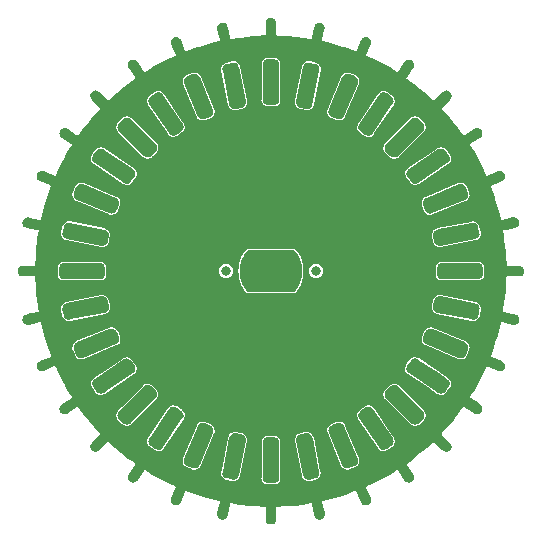
<source format=gtl>
G04 #@! TF.GenerationSoftware,KiCad,Pcbnew,6.0.0-d3dd2cf0fa~116~ubuntu21.10.1*
G04 #@! TF.CreationDate,2022-02-12T15:32:37+00:00*
G04 #@! TF.ProjectId,indexingWheel,696e6465-7869-46e6-9757-6865656c2e6b,rev?*
G04 #@! TF.SameCoordinates,Original*
G04 #@! TF.FileFunction,Copper,L1,Top*
G04 #@! TF.FilePolarity,Positive*
%FSLAX46Y46*%
G04 Gerber Fmt 4.6, Leading zero omitted, Abs format (unit mm)*
G04 Created by KiCad (PCBNEW 6.0.0-d3dd2cf0fa~116~ubuntu21.10.1) date 2022-02-12 15:32:37*
%MOMM*%
%LPD*%
G01*
G04 APERTURE LIST*
G04 #@! TA.AperFunction,ViaPad*
%ADD10C,0.800000*%
G04 #@! TD*
G04 APERTURE END LIST*
D10*
X149282858Y-98702081D03*
X156902858Y-98702081D03*
G04 #@! TA.AperFunction,NonConductor*
G36*
X153332911Y-80753632D02*
G01*
X153335603Y-80753196D01*
X153342858Y-80756201D01*
X153350406Y-80753075D01*
X153374150Y-80756201D01*
X153442880Y-80765250D01*
X153474651Y-80773763D01*
X153552532Y-80806022D01*
X153581018Y-80822469D01*
X153647895Y-80873786D01*
X153671153Y-80897044D01*
X153722470Y-80963921D01*
X153738917Y-80992407D01*
X153771176Y-81070288D01*
X153779689Y-81102058D01*
X153790473Y-81183963D01*
X153791450Y-81191385D01*
X153791498Y-81195417D01*
X153788738Y-81202081D01*
X153791661Y-81209139D01*
X153791806Y-81221298D01*
X153791618Y-81223046D01*
X153792858Y-81231669D01*
X153792858Y-84192125D01*
X153791318Y-84192125D01*
X153791751Y-84194797D01*
X153788738Y-84202073D01*
X153791864Y-84209621D01*
X153785018Y-84261629D01*
X153779691Y-84302095D01*
X153771178Y-84333867D01*
X153738918Y-84411752D01*
X153722473Y-84440237D01*
X153671159Y-84507113D01*
X153647901Y-84530372D01*
X153619484Y-84552178D01*
X153581021Y-84581692D01*
X153552539Y-84598137D01*
X153474649Y-84630401D01*
X153442882Y-84638912D01*
X153353550Y-84650673D01*
X153349522Y-84650721D01*
X153342858Y-84647961D01*
X153335800Y-84650884D01*
X153323641Y-84651029D01*
X153321893Y-84650841D01*
X153313270Y-84652081D01*
X152852805Y-84652081D01*
X152852805Y-84650530D01*
X152850113Y-84650966D01*
X152842858Y-84647961D01*
X152835310Y-84651087D01*
X152794294Y-84645687D01*
X152742836Y-84638912D01*
X152711065Y-84630399D01*
X152633184Y-84598140D01*
X152604698Y-84581693D01*
X152537821Y-84530376D01*
X152514563Y-84507118D01*
X152463246Y-84440241D01*
X152446799Y-84411755D01*
X152414540Y-84333874D01*
X152406027Y-84302104D01*
X152401193Y-84265391D01*
X152394266Y-84212773D01*
X152394218Y-84208745D01*
X152396978Y-84202081D01*
X152394055Y-84195023D01*
X152393910Y-84182864D01*
X152394098Y-84181116D01*
X152392858Y-84172493D01*
X152392858Y-81212028D01*
X152394409Y-81212028D01*
X152393973Y-81209336D01*
X152396978Y-81202081D01*
X152393852Y-81194533D01*
X152399979Y-81147995D01*
X152406027Y-81102059D01*
X152414540Y-81070288D01*
X152446799Y-80992407D01*
X152463246Y-80963921D01*
X152514563Y-80897044D01*
X152537821Y-80873786D01*
X152604698Y-80822469D01*
X152633184Y-80806022D01*
X152711065Y-80773763D01*
X152742835Y-80765250D01*
X152757233Y-80763354D01*
X152832166Y-80753489D01*
X152836194Y-80753441D01*
X152842858Y-80756201D01*
X152849916Y-80753278D01*
X152862075Y-80753133D01*
X152863823Y-80753321D01*
X152872446Y-80752081D01*
X153332911Y-80752081D01*
X153332911Y-80753632D01*
G37*
G04 #@! TD.AperFunction*
G04 #@! TA.AperFunction,NonConductor*
G36*
X149970174Y-81042853D02*
G01*
X150052957Y-81059433D01*
X150084087Y-81070045D01*
X150159762Y-81107486D01*
X150187083Y-81125794D01*
X150250484Y-81181542D01*
X150272139Y-81206300D01*
X150318950Y-81276556D01*
X150333460Y-81306075D01*
X150362352Y-81391556D01*
X150363180Y-81395499D01*
X150361764Y-81402570D01*
X150365998Y-81408924D01*
X150368498Y-81420832D01*
X150368639Y-81422431D01*
X150371570Y-81430758D01*
X150948381Y-84331574D01*
X150946181Y-84332012D01*
X150947563Y-84335711D01*
X150945787Y-84344687D01*
X150950332Y-84351473D01*
X150950411Y-84352660D01*
X150956526Y-84444465D01*
X150954410Y-84477289D01*
X150938067Y-84559909D01*
X150927527Y-84591068D01*
X150915035Y-84616467D01*
X150898212Y-84650673D01*
X150890357Y-84666643D01*
X150872111Y-84694012D01*
X150816646Y-84757392D01*
X150791939Y-84779105D01*
X150721965Y-84825967D01*
X150692482Y-84840546D01*
X150607257Y-84869576D01*
X150603321Y-84870412D01*
X150596244Y-84869012D01*
X150589897Y-84873263D01*
X150578000Y-84875790D01*
X150576250Y-84875948D01*
X150568039Y-84878855D01*
X150119320Y-84968599D01*
X150118873Y-84966363D01*
X150115120Y-84967768D01*
X150106244Y-84966012D01*
X150099457Y-84970557D01*
X150006463Y-84976750D01*
X149973646Y-84974633D01*
X149891019Y-84958287D01*
X149859869Y-84947749D01*
X149784293Y-84910577D01*
X149756925Y-84892332D01*
X149753461Y-84889300D01*
X149693549Y-84836870D01*
X149671836Y-84812163D01*
X149624971Y-84742184D01*
X149610391Y-84712697D01*
X149581367Y-84627485D01*
X149580528Y-84623536D01*
X149581927Y-84616467D01*
X149577679Y-84610123D01*
X149575151Y-84598221D01*
X149574985Y-84596392D01*
X149572105Y-84588243D01*
X148994336Y-81687567D01*
X148996539Y-81687128D01*
X148995155Y-81683427D01*
X148996927Y-81674467D01*
X148992382Y-81667680D01*
X148992135Y-81663963D01*
X148986189Y-81574687D01*
X148988306Y-81541869D01*
X149004652Y-81459242D01*
X149015190Y-81428092D01*
X149052362Y-81352516D01*
X149070607Y-81325148D01*
X149071208Y-81324462D01*
X149126069Y-81261772D01*
X149150776Y-81240059D01*
X149220755Y-81193194D01*
X149250242Y-81178614D01*
X149335454Y-81149590D01*
X149339403Y-81148751D01*
X149346472Y-81150150D01*
X149352815Y-81145902D01*
X149364718Y-81143374D01*
X149366503Y-81143212D01*
X149374685Y-81140318D01*
X149829342Y-81049572D01*
X149829875Y-81052245D01*
X149834463Y-81050597D01*
X149837347Y-81051175D01*
X149842597Y-81047677D01*
X149845756Y-81046542D01*
X149937356Y-81040658D01*
X149970174Y-81042853D01*
G37*
G04 #@! TD.AperFunction*
G04 #@! TA.AperFunction,NonConductor*
G36*
X156338382Y-81047434D02*
G01*
X156342349Y-81048171D01*
X156348348Y-81052171D01*
X156355836Y-81050674D01*
X156367798Y-81052895D01*
X156369642Y-81053470D01*
X156378200Y-81053928D01*
X156832448Y-81144592D01*
X156831928Y-81147195D01*
X156836680Y-81147424D01*
X156839265Y-81149154D01*
X156845783Y-81147862D01*
X156848539Y-81147995D01*
X156935751Y-81177663D01*
X156965243Y-81192231D01*
X157035452Y-81239210D01*
X157060164Y-81260911D01*
X157087395Y-81292002D01*
X157115824Y-81324462D01*
X157134078Y-81351821D01*
X157164762Y-81414143D01*
X157171391Y-81427608D01*
X157181944Y-81458763D01*
X157198370Y-81541627D01*
X157200500Y-81574449D01*
X157194538Y-81664525D01*
X157193794Y-81668497D01*
X157189785Y-81674488D01*
X157191270Y-81681979D01*
X157189031Y-81693934D01*
X157188521Y-81695561D01*
X157188048Y-81704295D01*
X156666353Y-84323457D01*
X156609344Y-84609669D01*
X156606726Y-84609147D01*
X156606497Y-84613923D01*
X156604787Y-84616480D01*
X156606066Y-84622935D01*
X156605929Y-84625804D01*
X156576372Y-84712697D01*
X156576280Y-84712966D01*
X156561713Y-84742458D01*
X156514734Y-84812669D01*
X156493031Y-84837385D01*
X156429482Y-84893044D01*
X156402120Y-84911301D01*
X156326332Y-84948614D01*
X156295178Y-84959167D01*
X156212313Y-84975594D01*
X156179489Y-84977724D01*
X156089413Y-84971761D01*
X156085443Y-84971018D01*
X156079451Y-84967008D01*
X156071960Y-84968493D01*
X156060005Y-84966254D01*
X156058292Y-84965716D01*
X156049627Y-84965244D01*
X155596275Y-84874574D01*
X155596791Y-84871992D01*
X155592073Y-84871762D01*
X155589451Y-84870008D01*
X155582864Y-84871313D01*
X155580230Y-84871185D01*
X155492964Y-84841498D01*
X155463473Y-84826931D01*
X155393264Y-84779952D01*
X155368552Y-84758251D01*
X155312891Y-84694698D01*
X155294637Y-84667340D01*
X155287373Y-84652585D01*
X155257324Y-84591552D01*
X155246772Y-84560399D01*
X155230346Y-84477535D01*
X155228216Y-84444713D01*
X155234178Y-84354637D01*
X155234922Y-84350665D01*
X155238931Y-84344674D01*
X155237446Y-84337184D01*
X155239685Y-84325228D01*
X155240184Y-84323640D01*
X155240656Y-84314872D01*
X155242902Y-84303581D01*
X155817537Y-81413704D01*
X155819743Y-81414143D01*
X155819884Y-81410185D01*
X155824948Y-81402591D01*
X155823347Y-81394581D01*
X155827750Y-81381571D01*
X155853208Y-81306349D01*
X155867728Y-81276836D01*
X155872004Y-81270424D01*
X155914427Y-81206807D01*
X155936086Y-81182064D01*
X155999320Y-81126507D01*
X156026651Y-81108209D01*
X156102108Y-81070911D01*
X156133244Y-81060310D01*
X156215782Y-81043814D01*
X156248594Y-81041632D01*
X156338382Y-81047434D01*
G37*
G04 #@! TD.AperFunction*
G04 #@! TA.AperFunction,NonConductor*
G36*
X159633310Y-81996248D02*
G01*
X159683084Y-82009549D01*
X159720332Y-82019503D01*
X159724079Y-82021000D01*
X159729181Y-82026095D01*
X159736819Y-82026090D01*
X159748109Y-82030601D01*
X159749840Y-82031545D01*
X159758119Y-82033660D01*
X160183529Y-82210454D01*
X160182957Y-82211831D01*
X160185514Y-82212436D01*
X160191181Y-82218095D01*
X160199348Y-82218090D01*
X160200387Y-82218689D01*
X160232422Y-82237155D01*
X160276848Y-82262763D01*
X160280142Y-82264662D01*
X160306252Y-82284669D01*
X160365883Y-82344219D01*
X160385925Y-82370302D01*
X160428114Y-82443262D01*
X160440722Y-82473642D01*
X160462590Y-82555035D01*
X160466905Y-82587641D01*
X160466963Y-82671917D01*
X160462691Y-82704533D01*
X160449390Y-82754307D01*
X160439436Y-82791555D01*
X160437939Y-82795302D01*
X160432844Y-82800404D01*
X160432849Y-82808042D01*
X160428338Y-82819332D01*
X160427464Y-82820936D01*
X160425327Y-82829323D01*
X159293174Y-85563057D01*
X159291511Y-85562368D01*
X159290784Y-85565450D01*
X159284846Y-85571397D01*
X159284852Y-85579566D01*
X159284289Y-85580543D01*
X159284288Y-85580544D01*
X159238281Y-85660357D01*
X159218276Y-85686465D01*
X159158722Y-85746102D01*
X159132640Y-85766145D01*
X159059679Y-85808336D01*
X159029300Y-85820943D01*
X158947910Y-85842811D01*
X158915303Y-85847127D01*
X158873357Y-85847156D01*
X158831024Y-85847185D01*
X158798412Y-85842914D01*
X158711379Y-85819657D01*
X158707637Y-85818162D01*
X158702535Y-85813067D01*
X158694899Y-85813072D01*
X158683599Y-85808557D01*
X158682064Y-85807720D01*
X158673625Y-85805572D01*
X158248154Y-85629675D01*
X158248746Y-85628243D01*
X158246093Y-85627617D01*
X158240535Y-85622067D01*
X158232368Y-85622072D01*
X158151573Y-85575500D01*
X158125464Y-85555493D01*
X158065833Y-85495943D01*
X158045791Y-85469860D01*
X158003602Y-85396900D01*
X157990994Y-85366520D01*
X157969126Y-85285127D01*
X157964811Y-85252521D01*
X157964753Y-85168245D01*
X157969025Y-85135628D01*
X157992280Y-85048607D01*
X157993777Y-85044860D01*
X157998872Y-85039758D01*
X157998867Y-85032120D01*
X158003378Y-85020830D01*
X158004253Y-85019226D01*
X158006391Y-85010835D01*
X159139253Y-82275388D01*
X159140663Y-82275972D01*
X159141280Y-82273358D01*
X159146872Y-82267758D01*
X159146867Y-82259591D01*
X159193439Y-82178796D01*
X159213446Y-82152687D01*
X159272996Y-82093056D01*
X159299079Y-82073014D01*
X159372039Y-82030825D01*
X159402419Y-82018217D01*
X159483812Y-81996349D01*
X159516418Y-81992034D01*
X159558556Y-81992005D01*
X159600696Y-81991976D01*
X159633310Y-81996248D01*
G37*
G04 #@! TD.AperFunction*
G04 #@! TA.AperFunction,NonConductor*
G36*
X146627160Y-81992005D02*
G01*
X146669298Y-81992034D01*
X146701904Y-81996349D01*
X146783297Y-82018217D01*
X146813677Y-82030825D01*
X146886637Y-82073014D01*
X146912720Y-82093056D01*
X146972270Y-82152687D01*
X146992276Y-82178797D01*
X147037267Y-82256847D01*
X147038848Y-82260547D01*
X147038844Y-82267758D01*
X147044241Y-82273163D01*
X147049024Y-82284353D01*
X147049497Y-82285967D01*
X147053966Y-82293506D01*
X148186848Y-85029001D01*
X148185411Y-85029596D01*
X148186846Y-85031919D01*
X148186841Y-85039751D01*
X148192613Y-85045531D01*
X148192901Y-85046609D01*
X148192901Y-85046610D01*
X148216690Y-85135624D01*
X148220962Y-85168239D01*
X148220906Y-85252516D01*
X148216591Y-85285124D01*
X148197370Y-85356668D01*
X148194723Y-85366519D01*
X148182117Y-85396895D01*
X148139927Y-85469858D01*
X148119885Y-85495940D01*
X148060250Y-85555494D01*
X148034140Y-85575500D01*
X147956095Y-85620488D01*
X147952391Y-85622071D01*
X147945181Y-85622067D01*
X147939776Y-85627464D01*
X147928597Y-85632243D01*
X147926908Y-85632738D01*
X147919415Y-85637177D01*
X147493899Y-85813093D01*
X147493426Y-85811949D01*
X147491567Y-85813096D01*
X147484089Y-85813105D01*
X147478320Y-85818887D01*
X147445201Y-85827803D01*
X147388177Y-85843154D01*
X147355571Y-85847486D01*
X147313678Y-85847535D01*
X147271190Y-85847585D01*
X147238578Y-85843330D01*
X147157048Y-85821587D01*
X147126645Y-85809034D01*
X147053519Y-85766928D01*
X147027404Y-85746938D01*
X146967667Y-85687341D01*
X146947617Y-85661273D01*
X146902430Y-85583216D01*
X146900843Y-85579522D01*
X146900834Y-85572312D01*
X146895427Y-85566917D01*
X146890624Y-85555739D01*
X146890087Y-85553920D01*
X146885698Y-85546531D01*
X146862483Y-85490474D01*
X145752865Y-82811155D01*
X145754302Y-82810560D01*
X145752867Y-82808237D01*
X145752872Y-82800404D01*
X145747100Y-82794624D01*
X145723025Y-82704533D01*
X145718753Y-82671917D01*
X145718811Y-82587641D01*
X145723126Y-82555035D01*
X145744994Y-82473642D01*
X145757602Y-82443262D01*
X145799791Y-82370302D01*
X145819833Y-82344219D01*
X145879464Y-82284669D01*
X145905574Y-82264663D01*
X145983624Y-82219672D01*
X145987324Y-82218091D01*
X145994535Y-82218095D01*
X145999940Y-82212698D01*
X146011130Y-82207915D01*
X146012610Y-82207482D01*
X146020241Y-82202951D01*
X146078362Y-82178797D01*
X146445817Y-82026088D01*
X146446426Y-82027554D01*
X146448793Y-82026090D01*
X146456535Y-82026095D01*
X146462315Y-82020323D01*
X146463363Y-82020043D01*
X146463364Y-82020043D01*
X146521184Y-82004591D01*
X146552406Y-81996248D01*
X146585020Y-81991976D01*
X146627160Y-81992005D01*
G37*
G04 #@! TD.AperFunction*
G04 #@! TA.AperFunction,NonConductor*
G36*
X143610052Y-83567303D02*
G01*
X143649765Y-83569970D01*
X143682014Y-83576439D01*
X143761736Y-83603643D01*
X143791214Y-83618238D01*
X143861187Y-83665155D01*
X143885881Y-83686882D01*
X143943290Y-83752555D01*
X143945141Y-83754673D01*
X143947415Y-83758001D01*
X143948811Y-83765076D01*
X143955156Y-83769331D01*
X143962016Y-83779371D01*
X143962737Y-83780754D01*
X143968654Y-83787351D01*
X145403444Y-85933941D01*
X145613755Y-86248588D01*
X145612474Y-86249444D01*
X145614320Y-86251426D01*
X145615856Y-86259145D01*
X145622648Y-86263683D01*
X145654837Y-86328942D01*
X145663948Y-86347414D01*
X145674523Y-86378559D01*
X145690993Y-86461323D01*
X145693147Y-86494147D01*
X145691633Y-86517267D01*
X145687785Y-86576052D01*
X145687634Y-86578354D01*
X145681220Y-86610611D01*
X145658662Y-86677079D01*
X145654099Y-86690525D01*
X145639553Y-86720026D01*
X145592674Y-86790196D01*
X145570987Y-86814928D01*
X145503184Y-86874397D01*
X145499859Y-86876677D01*
X145492788Y-86878084D01*
X145488545Y-86884435D01*
X145478515Y-86891312D01*
X145476788Y-86892216D01*
X145470416Y-86897930D01*
X145087826Y-87152684D01*
X145086760Y-87151084D01*
X145084280Y-87153387D01*
X145075813Y-87155067D01*
X145071271Y-87161858D01*
X145012954Y-87190581D01*
X144987843Y-87202949D01*
X144956691Y-87213507D01*
X144874271Y-87229859D01*
X144841449Y-87231994D01*
X144757610Y-87226458D01*
X144725351Y-87220025D01*
X144645801Y-87192977D01*
X144616310Y-87178415D01*
X144546466Y-87131698D01*
X144521748Y-87110001D01*
X144479925Y-87062264D01*
X144462554Y-87042436D01*
X144460275Y-87039109D01*
X144458872Y-87032036D01*
X144452523Y-87027789D01*
X144445654Y-87017759D01*
X144444873Y-87016265D01*
X144439014Y-87009739D01*
X142793955Y-84548566D01*
X142795242Y-84547706D01*
X142793388Y-84545714D01*
X142791855Y-84538011D01*
X142785064Y-84533474D01*
X142743763Y-84449739D01*
X142733190Y-84418594D01*
X142716723Y-84335835D01*
X142714569Y-84303013D01*
X142720083Y-84218805D01*
X142726498Y-84186545D01*
X142753618Y-84106634D01*
X142768165Y-84077131D01*
X142778169Y-84062158D01*
X142791603Y-84042050D01*
X142815041Y-84006968D01*
X142836726Y-83982238D01*
X142904534Y-83922764D01*
X142907858Y-83920485D01*
X142914928Y-83919078D01*
X142919170Y-83912729D01*
X142929207Y-83905847D01*
X142930929Y-83904946D01*
X142937300Y-83899232D01*
X143322425Y-83642791D01*
X143323949Y-83645079D01*
X143327603Y-83641769D01*
X143330853Y-83641128D01*
X143334783Y-83635266D01*
X143336274Y-83633916D01*
X143336315Y-83633896D01*
X143419074Y-83593248D01*
X143450236Y-83582726D01*
X143532886Y-83566424D01*
X143565706Y-83564325D01*
X143610052Y-83567303D01*
G37*
G04 #@! TD.AperFunction*
G04 #@! TA.AperFunction,NonConductor*
G36*
X162653271Y-83567303D02*
G01*
X162735691Y-83583655D01*
X162766839Y-83594211D01*
X162847419Y-83633899D01*
X162850804Y-83636101D01*
X162854813Y-83642095D01*
X162862304Y-83643581D01*
X162872499Y-83650213D01*
X162873743Y-83651252D01*
X162881701Y-83655049D01*
X163264831Y-83910162D01*
X163263938Y-83911504D01*
X163266511Y-83912677D01*
X163270788Y-83919078D01*
X163278798Y-83920672D01*
X163279707Y-83921470D01*
X163279709Y-83921472D01*
X163348990Y-83982238D01*
X163370675Y-84006968D01*
X163394113Y-84042050D01*
X163407548Y-84062158D01*
X163417551Y-84077131D01*
X163432098Y-84106634D01*
X163459218Y-84186545D01*
X163465633Y-84218805D01*
X163471147Y-84303013D01*
X163468993Y-84335835D01*
X163452526Y-84418594D01*
X163441953Y-84449739D01*
X163402055Y-84530630D01*
X163399857Y-84534005D01*
X163393861Y-84538011D01*
X163392371Y-84545500D01*
X163385730Y-84555698D01*
X163384601Y-84557049D01*
X163380844Y-84564899D01*
X161734630Y-87027801D01*
X161732152Y-87026145D01*
X161729875Y-87030970D01*
X161726899Y-87032954D01*
X161725396Y-87040464D01*
X161725003Y-87041298D01*
X161706573Y-87062264D01*
X161663797Y-87110926D01*
X161639042Y-87132584D01*
X161569003Y-87179265D01*
X161539492Y-87193776D01*
X161459751Y-87220741D01*
X161427487Y-87227119D01*
X161343487Y-87232526D01*
X161310668Y-87230336D01*
X161228139Y-87213820D01*
X161197002Y-87203210D01*
X161116355Y-87163321D01*
X161112975Y-87161115D01*
X161108978Y-87155117D01*
X161101492Y-87153619D01*
X161091306Y-87146970D01*
X161090207Y-87146050D01*
X161082117Y-87142181D01*
X160698885Y-86887000D01*
X160699778Y-86885658D01*
X160697205Y-86884485D01*
X160692928Y-86878084D01*
X160684918Y-86876490D01*
X160684009Y-86875692D01*
X160684007Y-86875690D01*
X160614726Y-86814924D01*
X160593041Y-86790194D01*
X160546165Y-86720031D01*
X160531618Y-86690528D01*
X160504498Y-86610617D01*
X160498083Y-86578357D01*
X160497780Y-86573722D01*
X160494483Y-86523385D01*
X160492569Y-86494149D01*
X160494723Y-86461327D01*
X160511190Y-86378568D01*
X160521764Y-86347422D01*
X160534282Y-86322042D01*
X160561661Y-86266532D01*
X160563859Y-86263157D01*
X160569855Y-86259151D01*
X160571345Y-86251662D01*
X160577986Y-86241464D01*
X160579115Y-86240113D01*
X160582872Y-86232263D01*
X160622942Y-86172315D01*
X162227101Y-83772331D01*
X162228879Y-83773520D01*
X162230441Y-83770097D01*
X162237872Y-83765126D01*
X162239462Y-83757113D01*
X162240219Y-83756249D01*
X162240222Y-83756247D01*
X162300746Y-83687164D01*
X162325466Y-83665464D01*
X162395310Y-83618747D01*
X162424801Y-83604185D01*
X162504351Y-83577137D01*
X162536610Y-83570704D01*
X162620449Y-83565168D01*
X162653271Y-83567303D01*
G37*
G04 #@! TD.AperFunction*
G04 #@! TA.AperFunction,NonConductor*
G36*
X140964768Y-85709654D02*
G01*
X140995044Y-85713640D01*
X141026814Y-85722153D01*
X141104845Y-85754474D01*
X141133332Y-85770921D01*
X141204944Y-85825871D01*
X141207830Y-85828689D01*
X141210589Y-85835350D01*
X141217644Y-85838272D01*
X141226349Y-85846773D01*
X141227463Y-85848155D01*
X141234421Y-85853366D01*
X143329138Y-87949070D01*
X143327104Y-87951103D01*
X143331243Y-87954171D01*
X143332530Y-87957290D01*
X143339185Y-87960058D01*
X143340581Y-87961093D01*
X143396739Y-88034493D01*
X143413145Y-88063001D01*
X143445287Y-88140907D01*
X143453756Y-88172690D01*
X143464435Y-88254687D01*
X143464640Y-88256263D01*
X143464594Y-88289154D01*
X143459106Y-88330390D01*
X143453475Y-88372700D01*
X143444917Y-88404458D01*
X143412555Y-88482277D01*
X143396069Y-88510739D01*
X143392613Y-88515230D01*
X143341128Y-88582130D01*
X143338311Y-88585007D01*
X143331643Y-88587758D01*
X143328710Y-88594812D01*
X143320201Y-88603501D01*
X143318958Y-88604500D01*
X143313654Y-88611574D01*
X142989244Y-88935984D01*
X142987784Y-88934524D01*
X142985662Y-88937468D01*
X142977589Y-88940812D01*
X142974462Y-88948362D01*
X142927967Y-88984038D01*
X142900627Y-89005016D01*
X142872143Y-89021461D01*
X142794449Y-89053643D01*
X142762678Y-89062156D01*
X142731389Y-89066276D01*
X142679302Y-89073133D01*
X142646414Y-89073133D01*
X142594327Y-89066276D01*
X142563038Y-89062156D01*
X142531267Y-89053643D01*
X142453573Y-89021461D01*
X142425089Y-89005016D01*
X142397749Y-88984038D01*
X142353781Y-88950301D01*
X142350886Y-88947474D01*
X142348127Y-88940812D01*
X142341070Y-88937889D01*
X142332374Y-88929397D01*
X142331291Y-88928053D01*
X142324291Y-88922814D01*
X142322673Y-88921196D01*
X140231930Y-86831437D01*
X140233371Y-86829995D01*
X140230458Y-86827897D01*
X140227073Y-86819758D01*
X140219521Y-86816642D01*
X140218790Y-86815692D01*
X140218789Y-86815690D01*
X140162647Y-86742739D01*
X140146162Y-86714280D01*
X140113799Y-86636461D01*
X140105242Y-86604705D01*
X140102858Y-86586792D01*
X140094122Y-86521156D01*
X140094076Y-86488265D01*
X140101712Y-86429628D01*
X140104958Y-86404695D01*
X140113426Y-86372913D01*
X140145568Y-86295004D01*
X140161974Y-86266495D01*
X140216707Y-86194956D01*
X140219523Y-86192064D01*
X140226181Y-86189295D01*
X140229093Y-86182235D01*
X140237577Y-86173522D01*
X140239070Y-86172315D01*
X140244210Y-86165439D01*
X140570885Y-85838764D01*
X140572892Y-85840771D01*
X140575917Y-85836680D01*
X140579127Y-85835350D01*
X140581963Y-85828502D01*
X140582778Y-85827400D01*
X140656385Y-85770919D01*
X140684871Y-85754474D01*
X140762902Y-85722153D01*
X140794672Y-85713640D01*
X140824948Y-85709654D01*
X140878413Y-85702615D01*
X140911303Y-85702615D01*
X140964768Y-85709654D01*
G37*
G04 #@! TD.AperFunction*
G04 #@! TA.AperFunction,NonConductor*
G36*
X165390244Y-85714181D02*
G01*
X165422025Y-85722649D01*
X165499935Y-85754791D01*
X165528444Y-85771197D01*
X165599983Y-85825930D01*
X165602875Y-85828746D01*
X165605644Y-85835404D01*
X165612704Y-85838316D01*
X165621417Y-85846800D01*
X165622624Y-85848293D01*
X165629500Y-85853433D01*
X165956175Y-86180108D01*
X165954168Y-86182115D01*
X165958259Y-86185140D01*
X165959589Y-86188350D01*
X165966437Y-86191186D01*
X165967539Y-86192001D01*
X166023322Y-86264699D01*
X166024019Y-86265607D01*
X166040465Y-86294094D01*
X166072786Y-86372125D01*
X166081299Y-86403895D01*
X166083784Y-86422767D01*
X166092084Y-86485809D01*
X166092324Y-86487634D01*
X166092324Y-86520526D01*
X166087767Y-86555141D01*
X166081299Y-86604267D01*
X166072786Y-86636037D01*
X166040465Y-86714068D01*
X166024018Y-86742555D01*
X165969068Y-86814167D01*
X165966250Y-86817053D01*
X165959589Y-86819812D01*
X165956666Y-86826867D01*
X165948166Y-86835572D01*
X165946786Y-86836684D01*
X165941574Y-86843645D01*
X163845869Y-88938361D01*
X163843836Y-88936327D01*
X163840768Y-88940466D01*
X163837649Y-88941753D01*
X163834881Y-88948408D01*
X163833846Y-88949804D01*
X163760446Y-89005962D01*
X163731938Y-89022368D01*
X163654032Y-89054510D01*
X163622249Y-89062979D01*
X163538673Y-89073863D01*
X163505785Y-89073817D01*
X163443600Y-89065541D01*
X163422239Y-89062698D01*
X163390481Y-89054140D01*
X163312662Y-89021778D01*
X163284200Y-89005292D01*
X163256582Y-88984038D01*
X163212809Y-88950351D01*
X163209932Y-88947534D01*
X163207181Y-88940866D01*
X163200127Y-88937933D01*
X163191438Y-88929424D01*
X163190439Y-88928181D01*
X163183365Y-88922877D01*
X162858955Y-88598467D01*
X162860415Y-88597007D01*
X162857471Y-88594885D01*
X162854127Y-88586812D01*
X162846577Y-88583685D01*
X162789923Y-88509850D01*
X162773478Y-88481366D01*
X162741296Y-88403672D01*
X162732783Y-88371901D01*
X162728663Y-88340612D01*
X162721806Y-88288525D01*
X162721806Y-88255634D01*
X162732783Y-88172261D01*
X162741296Y-88140490D01*
X162773478Y-88062796D01*
X162789923Y-88034312D01*
X162811211Y-88006568D01*
X162844638Y-87963004D01*
X162847465Y-87960109D01*
X162854127Y-87957350D01*
X162857050Y-87950293D01*
X162865542Y-87941597D01*
X162866886Y-87940514D01*
X162872125Y-87933514D01*
X162922633Y-87882983D01*
X164963500Y-85841154D01*
X164964937Y-85842591D01*
X164967028Y-85839687D01*
X164975181Y-85836296D01*
X164978297Y-85828744D01*
X165052200Y-85771870D01*
X165080659Y-85755385D01*
X165158478Y-85723022D01*
X165190234Y-85714465D01*
X165206393Y-85712314D01*
X165273783Y-85703345D01*
X165306672Y-85703299D01*
X165390244Y-85714181D01*
G37*
G04 #@! TD.AperFunction*
G04 #@! TA.AperFunction,NonConductor*
G36*
X138726612Y-88325946D02*
G01*
X138809371Y-88342413D01*
X138840516Y-88352986D01*
X138921407Y-88392884D01*
X138924782Y-88395082D01*
X138928788Y-88401078D01*
X138936277Y-88402568D01*
X138946475Y-88409209D01*
X138947826Y-88410338D01*
X138955676Y-88414095D01*
X141400517Y-90048237D01*
X141418578Y-90060309D01*
X141416922Y-90062787D01*
X141421747Y-90065064D01*
X141423731Y-90068040D01*
X141431241Y-90069543D01*
X141432075Y-90069936D01*
X141434169Y-90071777D01*
X141501703Y-90131142D01*
X141523361Y-90155897D01*
X141569774Y-90225533D01*
X141570041Y-90225934D01*
X141584553Y-90255447D01*
X141602496Y-90308508D01*
X141611517Y-90335185D01*
X141617896Y-90367452D01*
X141623303Y-90451452D01*
X141621113Y-90484271D01*
X141604597Y-90566800D01*
X141593987Y-90597937D01*
X141554098Y-90678584D01*
X141551892Y-90681964D01*
X141545894Y-90685961D01*
X141544396Y-90693447D01*
X141537747Y-90703633D01*
X141536827Y-90704732D01*
X141532958Y-90712822D01*
X141277777Y-91096054D01*
X141276435Y-91095161D01*
X141275262Y-91097734D01*
X141268861Y-91102011D01*
X141267267Y-91110021D01*
X141266469Y-91110930D01*
X141266467Y-91110932D01*
X141205701Y-91180213D01*
X141180971Y-91201898D01*
X141160127Y-91215824D01*
X141122118Y-91241218D01*
X141110808Y-91248774D01*
X141081305Y-91263321D01*
X141001394Y-91290441D01*
X140969134Y-91296856D01*
X140956432Y-91297688D01*
X140884926Y-91302370D01*
X140852104Y-91300216D01*
X140769345Y-91283749D01*
X140738199Y-91273175D01*
X140737293Y-91272728D01*
X140657309Y-91233278D01*
X140653934Y-91231080D01*
X140649928Y-91225084D01*
X140642439Y-91223594D01*
X140632241Y-91216953D01*
X140630890Y-91215824D01*
X140623040Y-91212067D01*
X140572215Y-91178095D01*
X138163108Y-89567838D01*
X138164297Y-89566060D01*
X138160874Y-89564498D01*
X138155903Y-89557067D01*
X138147890Y-89555477D01*
X138147026Y-89554720D01*
X138147024Y-89554717D01*
X138077941Y-89494193D01*
X138056241Y-89469473D01*
X138009524Y-89399629D01*
X137994962Y-89370138D01*
X137967914Y-89290588D01*
X137961481Y-89258329D01*
X137955945Y-89174490D01*
X137958080Y-89141667D01*
X137967526Y-89094059D01*
X137974432Y-89059248D01*
X137984989Y-89028097D01*
X137987811Y-89022368D01*
X138024676Y-88947520D01*
X138026878Y-88944135D01*
X138032872Y-88940126D01*
X138034358Y-88932635D01*
X138040990Y-88922440D01*
X138042029Y-88921196D01*
X138045826Y-88913238D01*
X138300939Y-88530108D01*
X138302281Y-88531001D01*
X138303454Y-88528428D01*
X138309855Y-88524151D01*
X138311449Y-88516141D01*
X138312247Y-88515232D01*
X138312249Y-88515230D01*
X138373015Y-88445949D01*
X138397745Y-88424264D01*
X138441300Y-88395165D01*
X138467910Y-88377387D01*
X138497411Y-88362841D01*
X138577322Y-88335721D01*
X138609582Y-88329306D01*
X138633543Y-88327737D01*
X138693790Y-88323792D01*
X138726612Y-88325946D01*
G37*
G04 #@! TD.AperFunction*
G04 #@! TA.AperFunction,NonConductor*
G36*
X167552173Y-88327737D02*
G01*
X167576134Y-88329306D01*
X167608394Y-88335721D01*
X167688305Y-88362841D01*
X167717806Y-88377387D01*
X167744416Y-88395165D01*
X167787971Y-88424264D01*
X167812701Y-88445949D01*
X167872175Y-88513757D01*
X167874454Y-88517081D01*
X167875861Y-88524151D01*
X167882210Y-88528393D01*
X167889092Y-88538430D01*
X167889993Y-88540152D01*
X167895707Y-88546523D01*
X168152148Y-88931648D01*
X168149860Y-88933172D01*
X168153170Y-88936826D01*
X168153811Y-88940076D01*
X168159673Y-88944006D01*
X168161023Y-88945496D01*
X168201593Y-89028097D01*
X168201690Y-89028295D01*
X168212213Y-89059459D01*
X168228515Y-89142109D01*
X168230614Y-89174929D01*
X168230536Y-89176092D01*
X168224969Y-89258988D01*
X168218500Y-89291237D01*
X168191296Y-89370959D01*
X168176701Y-89400437D01*
X168129784Y-89470410D01*
X168108057Y-89495104D01*
X168040266Y-89554364D01*
X168036938Y-89556638D01*
X168029863Y-89558034D01*
X168025608Y-89564379D01*
X168015568Y-89571239D01*
X168014185Y-89571960D01*
X168007588Y-89577877D01*
X165546351Y-91222978D01*
X165545495Y-91221697D01*
X165543513Y-91223543D01*
X165535794Y-91225079D01*
X165531256Y-91231871D01*
X165448423Y-91272728D01*
X165447525Y-91273171D01*
X165416380Y-91283746D01*
X165333616Y-91300216D01*
X165300792Y-91302370D01*
X165264801Y-91300014D01*
X165216583Y-91296857D01*
X165184328Y-91290443D01*
X165104414Y-91263322D01*
X165074913Y-91248776D01*
X165004743Y-91201897D01*
X164980011Y-91180210D01*
X164920542Y-91112407D01*
X164918262Y-91109082D01*
X164916855Y-91102011D01*
X164910504Y-91097768D01*
X164903627Y-91087738D01*
X164902723Y-91086011D01*
X164897008Y-91079638D01*
X164853353Y-91014076D01*
X164642255Y-90697049D01*
X164643855Y-90695983D01*
X164641552Y-90693503D01*
X164639872Y-90685036D01*
X164633081Y-90680494D01*
X164591990Y-90597066D01*
X164581432Y-90565914D01*
X164567201Y-90494184D01*
X164565080Y-90483494D01*
X164562945Y-90450672D01*
X164568481Y-90366833D01*
X164574914Y-90334574D01*
X164601962Y-90255024D01*
X164616524Y-90225533D01*
X164663241Y-90155689D01*
X164684938Y-90130971D01*
X164720246Y-90100037D01*
X164752503Y-90071777D01*
X164755830Y-90069498D01*
X164762903Y-90068095D01*
X164767150Y-90061746D01*
X164777180Y-90054877D01*
X164778674Y-90054096D01*
X164785200Y-90048237D01*
X167246373Y-88403178D01*
X167247233Y-88404465D01*
X167249225Y-88402611D01*
X167256928Y-88401078D01*
X167261465Y-88394287D01*
X167345200Y-88352986D01*
X167376345Y-88342413D01*
X167459104Y-88325946D01*
X167491926Y-88323792D01*
X167552173Y-88327737D01*
G37*
G04 #@! TD.AperFunction*
G04 #@! TA.AperFunction,NonConductor*
G36*
X137095310Y-91332248D02*
G01*
X137101878Y-91334003D01*
X137182332Y-91355503D01*
X137186079Y-91357000D01*
X137191181Y-91362095D01*
X137198819Y-91362090D01*
X137210109Y-91366601D01*
X137211713Y-91367476D01*
X137220104Y-91369614D01*
X139953834Y-92501765D01*
X139953145Y-92503428D01*
X139956227Y-92504155D01*
X139962174Y-92510093D01*
X139970343Y-92510087D01*
X139971320Y-92510650D01*
X139971321Y-92510651D01*
X140051134Y-92556658D01*
X140077242Y-92576663D01*
X140136879Y-92636217D01*
X140156922Y-92662299D01*
X140173546Y-92691046D01*
X140199112Y-92735258D01*
X140211720Y-92765639D01*
X140233588Y-92847029D01*
X140237904Y-92879636D01*
X140237962Y-92963913D01*
X140233691Y-92996527D01*
X140228913Y-93014409D01*
X140210434Y-93083560D01*
X140208939Y-93087302D01*
X140203844Y-93092404D01*
X140203849Y-93100040D01*
X140199334Y-93111340D01*
X140198497Y-93112875D01*
X140196349Y-93121314D01*
X140020452Y-93546785D01*
X140019020Y-93546193D01*
X140018394Y-93548846D01*
X140012844Y-93554404D01*
X140012849Y-93562571D01*
X140012250Y-93563610D01*
X139966277Y-93643365D01*
X139946270Y-93669475D01*
X139886720Y-93729106D01*
X139860637Y-93749148D01*
X139787677Y-93791337D01*
X139757297Y-93803945D01*
X139675904Y-93825813D01*
X139643298Y-93830128D01*
X139601160Y-93830157D01*
X139559020Y-93830186D01*
X139526406Y-93825914D01*
X139439385Y-93802659D01*
X139435637Y-93801162D01*
X139430535Y-93796067D01*
X139422897Y-93796072D01*
X139411607Y-93791561D01*
X139410003Y-93790687D01*
X139401616Y-93788550D01*
X136666165Y-92655686D01*
X136666749Y-92654276D01*
X136664135Y-92653659D01*
X136658535Y-92648067D01*
X136650368Y-92648072D01*
X136569573Y-92601500D01*
X136543464Y-92581493D01*
X136526892Y-92564943D01*
X136483833Y-92521943D01*
X136463791Y-92495860D01*
X136421602Y-92422900D01*
X136408994Y-92392520D01*
X136387126Y-92311127D01*
X136382811Y-92278521D01*
X136382753Y-92194245D01*
X136387025Y-92161628D01*
X136410280Y-92074607D01*
X136411777Y-92070860D01*
X136416872Y-92065758D01*
X136416867Y-92058120D01*
X136421378Y-92046830D01*
X136422322Y-92045099D01*
X136424437Y-92036820D01*
X136601231Y-91611410D01*
X136602608Y-91611982D01*
X136603213Y-91609425D01*
X136608872Y-91603758D01*
X136608867Y-91595591D01*
X136622175Y-91572505D01*
X136654945Y-91515654D01*
X136655439Y-91514796D01*
X136675446Y-91488687D01*
X136686846Y-91477272D01*
X136734996Y-91429056D01*
X136761079Y-91409014D01*
X136834039Y-91366825D01*
X136864419Y-91354217D01*
X136945812Y-91332349D01*
X136978418Y-91328034D01*
X137020556Y-91328005D01*
X137062696Y-91327976D01*
X137095310Y-91332248D01*
G37*
G04 #@! TD.AperFunction*
G04 #@! TA.AperFunction,NonConductor*
G36*
X169165160Y-91328005D02*
G01*
X169207298Y-91328034D01*
X169239904Y-91332349D01*
X169321297Y-91354217D01*
X169351677Y-91366825D01*
X169424637Y-91409014D01*
X169450720Y-91429056D01*
X169498871Y-91477272D01*
X169510270Y-91488687D01*
X169530276Y-91514797D01*
X169575267Y-91592847D01*
X169576848Y-91596547D01*
X169576844Y-91603758D01*
X169582241Y-91609163D01*
X169587024Y-91620353D01*
X169587457Y-91621833D01*
X169591988Y-91629464D01*
X169768851Y-92055040D01*
X169767385Y-92055649D01*
X169768849Y-92058016D01*
X169768844Y-92065758D01*
X169774616Y-92071538D01*
X169774896Y-92072586D01*
X169774896Y-92072587D01*
X169798691Y-92161628D01*
X169802963Y-92194245D01*
X169802905Y-92278521D01*
X169798590Y-92311127D01*
X169776722Y-92392520D01*
X169764114Y-92422900D01*
X169721925Y-92495860D01*
X169701883Y-92521943D01*
X169658825Y-92564943D01*
X169642252Y-92581493D01*
X169616142Y-92601499D01*
X169538092Y-92646490D01*
X169534392Y-92648071D01*
X169527181Y-92648067D01*
X169521776Y-92653464D01*
X169510586Y-92658247D01*
X169508972Y-92658720D01*
X169501433Y-92663189D01*
X166765939Y-93796071D01*
X166765341Y-93794628D01*
X166763007Y-93796069D01*
X166755188Y-93796064D01*
X166749408Y-93801836D01*
X166748300Y-93802132D01*
X166659315Y-93825913D01*
X166626700Y-93830185D01*
X166584562Y-93830157D01*
X166542423Y-93830129D01*
X166509814Y-93825814D01*
X166428419Y-93803945D01*
X166398044Y-93791340D01*
X166325079Y-93749148D01*
X166298999Y-93729108D01*
X166239445Y-93669473D01*
X166219439Y-93643363D01*
X166174451Y-93565318D01*
X166172868Y-93561614D01*
X166172872Y-93554404D01*
X166167475Y-93548999D01*
X166162696Y-93537820D01*
X166162201Y-93536131D01*
X166157760Y-93528635D01*
X165981846Y-93103122D01*
X165982990Y-93102649D01*
X165981843Y-93100790D01*
X165981834Y-93093312D01*
X165976052Y-93087543D01*
X165965087Y-93046814D01*
X165951785Y-92997400D01*
X165947453Y-92964794D01*
X165947376Y-92898745D01*
X165947354Y-92880413D01*
X165951609Y-92847799D01*
X165951815Y-92847029D01*
X165973352Y-92766271D01*
X165985905Y-92735868D01*
X166028011Y-92662742D01*
X166048001Y-92636627D01*
X166107598Y-92576890D01*
X166133666Y-92556840D01*
X166211723Y-92511653D01*
X166215417Y-92510066D01*
X166222627Y-92510057D01*
X166228022Y-92504650D01*
X166239200Y-92499847D01*
X166241019Y-92499310D01*
X166248408Y-92494921D01*
X166295238Y-92475527D01*
X168983785Y-91362088D01*
X168984378Y-91363519D01*
X168986691Y-91362090D01*
X168994535Y-91362095D01*
X169000315Y-91356323D01*
X169001363Y-91356043D01*
X169001364Y-91356043D01*
X169083838Y-91334003D01*
X169090406Y-91332248D01*
X169123020Y-91327976D01*
X169165160Y-91328005D01*
G37*
G04 #@! TD.AperFunction*
G04 #@! TA.AperFunction,NonConductor*
G36*
X170253070Y-94597529D02*
G01*
X170335697Y-94613875D01*
X170366847Y-94624413D01*
X170442423Y-94661585D01*
X170469790Y-94679829D01*
X170511211Y-94716078D01*
X170533167Y-94735292D01*
X170554880Y-94759999D01*
X170601745Y-94829978D01*
X170616325Y-94859465D01*
X170645349Y-94944677D01*
X170646188Y-94948626D01*
X170644789Y-94955695D01*
X170649037Y-94962038D01*
X170651565Y-94973941D01*
X170651727Y-94975726D01*
X170654621Y-94983908D01*
X170745367Y-95438565D01*
X170742694Y-95439098D01*
X170744342Y-95443686D01*
X170743764Y-95446570D01*
X170747262Y-95451820D01*
X170748397Y-95454979D01*
X170754266Y-95546341D01*
X170754281Y-95546576D01*
X170752086Y-95579397D01*
X170735506Y-95662180D01*
X170724894Y-95693310D01*
X170687453Y-95768985D01*
X170669145Y-95796306D01*
X170613397Y-95859707D01*
X170588639Y-95881362D01*
X170518383Y-95928173D01*
X170488864Y-95942683D01*
X170403383Y-95971575D01*
X170399440Y-95972403D01*
X170392369Y-95970987D01*
X170386015Y-95975221D01*
X170374107Y-95977721D01*
X170372508Y-95977862D01*
X170364181Y-95980793D01*
X167463365Y-96557604D01*
X167462927Y-96555404D01*
X167459228Y-96556786D01*
X167450252Y-96555010D01*
X167443466Y-96559555D01*
X167442279Y-96559634D01*
X167350474Y-96565749D01*
X167317650Y-96563633D01*
X167235030Y-96547290D01*
X167203871Y-96536750D01*
X167128296Y-96499580D01*
X167100927Y-96481334D01*
X167037547Y-96425869D01*
X167015834Y-96401162D01*
X166968972Y-96331188D01*
X166954392Y-96301703D01*
X166936265Y-96248486D01*
X166925363Y-96216480D01*
X166924527Y-96212544D01*
X166925927Y-96205467D01*
X166921676Y-96199120D01*
X166919149Y-96187223D01*
X166918991Y-96185473D01*
X166916084Y-96177262D01*
X166826340Y-95728543D01*
X166828576Y-95728096D01*
X166827171Y-95724343D01*
X166828927Y-95715467D01*
X166824382Y-95708680D01*
X166818189Y-95615686D01*
X166820306Y-95582869D01*
X166836652Y-95500242D01*
X166847190Y-95469092D01*
X166884362Y-95393516D01*
X166902607Y-95366148D01*
X166931240Y-95333430D01*
X166958069Y-95302772D01*
X166982776Y-95281059D01*
X167052755Y-95234194D01*
X167082242Y-95219614D01*
X167167454Y-95190590D01*
X167171403Y-95189751D01*
X167178472Y-95191150D01*
X167184816Y-95186902D01*
X167196718Y-95184374D01*
X167198547Y-95184208D01*
X167206696Y-95181328D01*
X170107372Y-94603559D01*
X170107811Y-94605762D01*
X170111512Y-94604378D01*
X170120472Y-94606150D01*
X170127259Y-94601605D01*
X170128405Y-94601529D01*
X170128406Y-94601529D01*
X170203119Y-94596553D01*
X170220253Y-94595412D01*
X170253070Y-94597529D01*
G37*
G04 #@! TD.AperFunction*
G04 #@! TA.AperFunction,NonConductor*
G36*
X136055302Y-94600401D02*
G01*
X136059274Y-94601145D01*
X136065265Y-94605154D01*
X136072755Y-94603669D01*
X136084711Y-94605908D01*
X136086338Y-94606419D01*
X136095071Y-94606891D01*
X139000446Y-95185595D01*
X138999924Y-95188213D01*
X139004700Y-95188442D01*
X139007257Y-95190152D01*
X139013712Y-95188873D01*
X139016581Y-95189010D01*
X139103745Y-95218660D01*
X139133234Y-95233226D01*
X139138684Y-95236872D01*
X139203446Y-95280205D01*
X139228162Y-95301908D01*
X139283821Y-95365457D01*
X139302078Y-95392819D01*
X139339391Y-95468607D01*
X139349944Y-95499761D01*
X139366371Y-95582626D01*
X139368501Y-95615450D01*
X139362538Y-95705526D01*
X139361795Y-95709496D01*
X139357785Y-95715488D01*
X139359270Y-95722979D01*
X139357031Y-95734934D01*
X139356493Y-95736647D01*
X139356021Y-95745312D01*
X139269631Y-96177262D01*
X139265351Y-96198664D01*
X139262769Y-96198148D01*
X139262539Y-96202866D01*
X139260785Y-96205488D01*
X139262090Y-96212075D01*
X139261962Y-96214709D01*
X139232275Y-96301975D01*
X139217708Y-96331466D01*
X139170729Y-96401675D01*
X139149028Y-96426387D01*
X139085475Y-96482048D01*
X139058118Y-96500301D01*
X138982329Y-96537615D01*
X138951176Y-96548167D01*
X138868312Y-96564593D01*
X138835490Y-96566723D01*
X138745414Y-96560761D01*
X138741442Y-96560017D01*
X138735451Y-96556008D01*
X138727961Y-96557493D01*
X138716005Y-96555254D01*
X138714417Y-96554755D01*
X138705652Y-96554283D01*
X135804481Y-95977402D01*
X135804920Y-95975196D01*
X135800962Y-95975055D01*
X135793368Y-95969991D01*
X135785358Y-95971592D01*
X135784225Y-95971208D01*
X135784224Y-95971208D01*
X135697126Y-95941731D01*
X135667613Y-95927211D01*
X135665775Y-95925986D01*
X135597584Y-95880512D01*
X135572841Y-95858853D01*
X135517284Y-95795619D01*
X135498986Y-95768288D01*
X135461688Y-95692831D01*
X135451086Y-95661692D01*
X135442793Y-95620195D01*
X135434591Y-95579157D01*
X135432409Y-95546341D01*
X135432687Y-95542050D01*
X135438211Y-95456557D01*
X135438948Y-95452590D01*
X135442948Y-95446591D01*
X135441451Y-95439103D01*
X135443672Y-95427141D01*
X135444247Y-95425297D01*
X135444705Y-95416739D01*
X135535369Y-94962491D01*
X135537972Y-94963011D01*
X135538201Y-94958259D01*
X135539931Y-94955674D01*
X135538639Y-94949156D01*
X135538772Y-94946400D01*
X135568440Y-94859188D01*
X135583008Y-94829696D01*
X135629987Y-94759487D01*
X135651688Y-94734775D01*
X135715241Y-94679114D01*
X135742599Y-94660860D01*
X135815042Y-94625194D01*
X135818387Y-94623547D01*
X135849540Y-94612995D01*
X135932404Y-94596569D01*
X135965226Y-94594439D01*
X136055302Y-94600401D01*
G37*
G04 #@! TD.AperFunction*
G04 #@! TA.AperFunction,NonConductor*
G36*
X138582902Y-98003621D02*
G01*
X138585574Y-98003188D01*
X138592850Y-98006201D01*
X138600398Y-98003075D01*
X138673965Y-98012759D01*
X138692872Y-98015248D01*
X138724644Y-98023761D01*
X138802529Y-98056021D01*
X138831014Y-98072466D01*
X138897890Y-98123780D01*
X138921149Y-98147038D01*
X138944827Y-98177895D01*
X138970948Y-98211935D01*
X138972468Y-98213916D01*
X138988914Y-98242400D01*
X139021177Y-98320287D01*
X139029689Y-98352057D01*
X139041450Y-98441385D01*
X139041450Y-98441387D01*
X139041498Y-98445417D01*
X139038738Y-98452081D01*
X139041661Y-98459139D01*
X139041806Y-98471298D01*
X139041618Y-98473046D01*
X139042858Y-98481669D01*
X139042858Y-98942134D01*
X139041307Y-98942134D01*
X139041743Y-98944826D01*
X139038738Y-98952081D01*
X139041864Y-98959629D01*
X139041710Y-98960800D01*
X139029689Y-99052103D01*
X139021176Y-99083874D01*
X138988917Y-99161755D01*
X138972470Y-99190241D01*
X138921153Y-99257118D01*
X138897895Y-99280376D01*
X138831018Y-99331693D01*
X138802532Y-99348140D01*
X138724651Y-99380399D01*
X138692881Y-99388912D01*
X138692866Y-99388914D01*
X138603550Y-99400673D01*
X138599522Y-99400721D01*
X138592858Y-99397961D01*
X138585800Y-99400884D01*
X138573641Y-99401029D01*
X138571893Y-99400841D01*
X138563270Y-99402081D01*
X135602805Y-99402081D01*
X135602805Y-99400530D01*
X135600113Y-99400966D01*
X135592858Y-99397961D01*
X135585310Y-99401087D01*
X135544294Y-99395687D01*
X135492836Y-99388912D01*
X135461065Y-99380399D01*
X135383184Y-99348140D01*
X135354698Y-99331693D01*
X135287821Y-99280376D01*
X135264563Y-99257118D01*
X135213246Y-99190241D01*
X135196799Y-99161755D01*
X135164540Y-99083874D01*
X135156027Y-99052104D01*
X135150651Y-99011273D01*
X135144266Y-98962773D01*
X135144218Y-98958745D01*
X135146978Y-98952081D01*
X135144055Y-98945023D01*
X135143910Y-98932864D01*
X135144098Y-98931116D01*
X135142858Y-98922493D01*
X135142858Y-98462028D01*
X135144409Y-98462028D01*
X135143973Y-98459336D01*
X135146978Y-98452081D01*
X135143852Y-98444533D01*
X135156027Y-98352058D01*
X135164540Y-98320288D01*
X135196799Y-98242407D01*
X135213246Y-98213921D01*
X135264563Y-98147044D01*
X135287821Y-98123786D01*
X135354698Y-98072469D01*
X135383184Y-98056022D01*
X135461065Y-98023763D01*
X135492835Y-98015250D01*
X135507233Y-98013354D01*
X135582166Y-98003489D01*
X135586194Y-98003441D01*
X135592858Y-98006201D01*
X135599916Y-98003278D01*
X135612075Y-98003133D01*
X135613823Y-98003321D01*
X135622446Y-98002081D01*
X138582902Y-98002081D01*
X138582902Y-98003621D01*
G37*
G04 #@! TD.AperFunction*
G04 #@! TA.AperFunction,NonConductor*
G36*
X170582911Y-98003632D02*
G01*
X170585603Y-98003196D01*
X170592858Y-98006201D01*
X170600406Y-98003075D01*
X170624150Y-98006201D01*
X170692880Y-98015250D01*
X170724651Y-98023763D01*
X170802532Y-98056022D01*
X170831018Y-98072469D01*
X170897895Y-98123786D01*
X170921153Y-98147044D01*
X170972470Y-98213921D01*
X170988917Y-98242407D01*
X171021176Y-98320288D01*
X171029689Y-98352058D01*
X171040172Y-98431676D01*
X171041450Y-98441385D01*
X171041498Y-98445417D01*
X171038738Y-98452081D01*
X171041661Y-98459139D01*
X171041806Y-98471298D01*
X171041618Y-98473046D01*
X171042858Y-98481669D01*
X171042858Y-98942134D01*
X171041307Y-98942134D01*
X171041743Y-98944826D01*
X171038738Y-98952081D01*
X171041864Y-98959629D01*
X171041710Y-98960800D01*
X171029689Y-99052103D01*
X171021176Y-99083874D01*
X170988917Y-99161755D01*
X170972470Y-99190241D01*
X170921153Y-99257118D01*
X170897895Y-99280376D01*
X170831018Y-99331693D01*
X170802532Y-99348140D01*
X170724651Y-99380399D01*
X170692881Y-99388912D01*
X170692866Y-99388914D01*
X170603550Y-99400673D01*
X170599522Y-99400721D01*
X170592858Y-99397961D01*
X170585800Y-99400884D01*
X170573641Y-99401029D01*
X170571893Y-99400841D01*
X170563270Y-99402081D01*
X167602814Y-99402081D01*
X167602814Y-99400541D01*
X167600142Y-99400974D01*
X167592866Y-99397961D01*
X167585318Y-99401087D01*
X167511751Y-99391403D01*
X167492844Y-99388914D01*
X167461072Y-99380401D01*
X167383187Y-99348141D01*
X167354702Y-99331696D01*
X167287826Y-99280382D01*
X167264567Y-99257124D01*
X167234975Y-99218560D01*
X167213245Y-99190241D01*
X167196802Y-99161762D01*
X167164538Y-99083872D01*
X167156027Y-99052104D01*
X167144266Y-98962773D01*
X167144218Y-98958745D01*
X167146978Y-98952081D01*
X167144055Y-98945023D01*
X167143910Y-98932864D01*
X167144098Y-98931116D01*
X167142858Y-98922493D01*
X167142858Y-98462028D01*
X167144409Y-98462028D01*
X167143973Y-98459336D01*
X167146978Y-98452081D01*
X167143852Y-98444533D01*
X167156027Y-98352058D01*
X167164540Y-98320288D01*
X167196799Y-98242407D01*
X167213246Y-98213921D01*
X167264563Y-98147044D01*
X167287821Y-98123786D01*
X167354698Y-98072469D01*
X167383184Y-98056022D01*
X167461065Y-98023763D01*
X167492835Y-98015250D01*
X167507233Y-98013354D01*
X167582166Y-98003489D01*
X167586194Y-98003441D01*
X167592858Y-98006201D01*
X167599916Y-98003278D01*
X167612075Y-98003133D01*
X167613823Y-98003321D01*
X167622446Y-98002081D01*
X170582911Y-98002081D01*
X170582911Y-98003632D01*
G37*
G04 #@! TD.AperFunction*
G04 #@! TA.AperFunction,NonConductor*
G36*
X155045844Y-96922083D02*
G01*
X155074345Y-96947210D01*
X155215806Y-97116223D01*
X155224525Y-97127962D01*
X155385266Y-97372900D01*
X155392559Y-97385558D01*
X155438112Y-97476441D01*
X155523835Y-97647471D01*
X155529618Y-97660903D01*
X155579638Y-97798577D01*
X155621871Y-97914815D01*
X155629659Y-97936251D01*
X155633845Y-97950255D01*
X155701312Y-98235361D01*
X155703845Y-98249747D01*
X155737476Y-98537795D01*
X155737820Y-98540739D01*
X155738670Y-98555334D01*
X155738677Y-98627905D01*
X155738699Y-98848297D01*
X155737852Y-98862897D01*
X155703935Y-99153886D01*
X155701402Y-99168288D01*
X155633994Y-99453401D01*
X155629808Y-99467414D01*
X155529827Y-99742769D01*
X155524047Y-99756202D01*
X155392825Y-100018137D01*
X155385528Y-100030809D01*
X155331610Y-100113005D01*
X155224838Y-100275776D01*
X155216120Y-100287518D01*
X155074380Y-100456933D01*
X155015328Y-100496345D01*
X154977742Y-100502081D01*
X151207993Y-100502081D01*
X151139872Y-100482079D01*
X151111371Y-100456952D01*
X150969910Y-100287939D01*
X150961190Y-100276199D01*
X150856377Y-100116484D01*
X150800450Y-100031262D01*
X150793157Y-100018604D01*
X150710354Y-99853401D01*
X150661881Y-99756691D01*
X150656098Y-99743259D01*
X150569969Y-99506201D01*
X150556055Y-99467904D01*
X150551869Y-99453899D01*
X150484404Y-99168801D01*
X150481870Y-99154407D01*
X150481853Y-99154253D01*
X150447896Y-98863418D01*
X150447046Y-98848823D01*
X150447042Y-98802104D01*
X150447024Y-98627905D01*
X150447017Y-98555865D01*
X150447864Y-98541265D01*
X150481781Y-98250276D01*
X150484314Y-98235874D01*
X150551722Y-97950761D01*
X150555908Y-97936748D01*
X150655889Y-97661393D01*
X150661669Y-97647960D01*
X150792891Y-97386025D01*
X150800189Y-97373351D01*
X150800490Y-97372893D01*
X150960878Y-97128386D01*
X150969596Y-97116644D01*
X151111336Y-96947229D01*
X151170388Y-96907817D01*
X151207974Y-96902081D01*
X154977723Y-96902081D01*
X155045844Y-96922083D01*
G37*
G04 #@! TD.AperFunction*
G04 #@! TA.AperFunction,NonConductor*
G36*
X138868066Y-100840529D02*
G01*
X138950686Y-100856872D01*
X138981845Y-100867412D01*
X139057420Y-100904582D01*
X139084789Y-100922828D01*
X139148169Y-100978293D01*
X139169882Y-101003000D01*
X139216744Y-101072974D01*
X139231323Y-101102457D01*
X139260353Y-101187682D01*
X139261189Y-101191618D01*
X139259789Y-101198695D01*
X139264040Y-101205042D01*
X139266567Y-101216939D01*
X139266725Y-101218689D01*
X139269632Y-101226900D01*
X139359376Y-101675619D01*
X139357140Y-101676066D01*
X139358545Y-101679819D01*
X139356789Y-101688695D01*
X139361334Y-101695482D01*
X139363327Y-101725410D01*
X139367527Y-101788475D01*
X139365410Y-101821293D01*
X139349064Y-101903920D01*
X139338526Y-101935070D01*
X139301354Y-102010646D01*
X139283110Y-102038013D01*
X139252433Y-102073067D01*
X139227647Y-102101390D01*
X139202940Y-102123103D01*
X139132961Y-102169968D01*
X139103474Y-102184548D01*
X139018262Y-102213572D01*
X139014313Y-102214411D01*
X139007244Y-102213012D01*
X139000900Y-102217260D01*
X138988998Y-102219788D01*
X138987169Y-102219954D01*
X138979020Y-102222834D01*
X136078344Y-102800603D01*
X136077905Y-102798400D01*
X136074204Y-102799784D01*
X136065244Y-102798012D01*
X136058457Y-102802557D01*
X136057311Y-102802633D01*
X136057310Y-102802633D01*
X135982836Y-102807593D01*
X135965463Y-102808750D01*
X135932646Y-102806633D01*
X135850019Y-102790287D01*
X135818869Y-102779749D01*
X135743293Y-102742577D01*
X135715925Y-102724332D01*
X135697350Y-102708076D01*
X135652549Y-102668870D01*
X135630836Y-102644163D01*
X135583971Y-102574184D01*
X135569391Y-102544697D01*
X135540367Y-102459485D01*
X135539528Y-102455536D01*
X135540927Y-102448467D01*
X135536679Y-102442124D01*
X135534151Y-102430221D01*
X135533989Y-102428436D01*
X135531095Y-102420254D01*
X135440349Y-101965598D01*
X135443022Y-101965065D01*
X135441374Y-101960477D01*
X135441952Y-101957592D01*
X135438453Y-101952341D01*
X135437319Y-101949183D01*
X135436444Y-101935555D01*
X135431435Y-101857583D01*
X135433630Y-101824765D01*
X135450210Y-101741982D01*
X135460822Y-101710851D01*
X135498263Y-101635177D01*
X135516571Y-101607856D01*
X135572319Y-101544455D01*
X135597077Y-101522800D01*
X135667333Y-101475989D01*
X135696852Y-101461479D01*
X135782333Y-101432587D01*
X135786276Y-101431759D01*
X135793347Y-101433175D01*
X135799701Y-101428941D01*
X135811609Y-101426441D01*
X135813208Y-101426300D01*
X135821535Y-101423369D01*
X138722351Y-100846558D01*
X138722789Y-100848758D01*
X138726488Y-100847376D01*
X138735464Y-100849152D01*
X138742250Y-100844607D01*
X138743437Y-100844528D01*
X138835242Y-100838413D01*
X138868066Y-100840529D01*
G37*
G04 #@! TD.AperFunction*
G04 #@! TA.AperFunction,NonConductor*
G36*
X167440302Y-100843401D02*
G01*
X167444274Y-100844145D01*
X167450265Y-100848154D01*
X167457755Y-100846669D01*
X167469711Y-100848908D01*
X167471299Y-100849407D01*
X167480064Y-100849879D01*
X170228377Y-101396365D01*
X170381235Y-101426760D01*
X170380796Y-101428966D01*
X170384754Y-101429107D01*
X170392348Y-101434171D01*
X170400358Y-101432570D01*
X170401491Y-101432954D01*
X170401492Y-101432954D01*
X170488590Y-101462431D01*
X170518103Y-101476951D01*
X170588132Y-101523650D01*
X170612875Y-101545309D01*
X170667828Y-101607856D01*
X170668432Y-101608543D01*
X170686730Y-101635874D01*
X170724028Y-101711331D01*
X170734629Y-101742467D01*
X170751125Y-101825002D01*
X170753307Y-101857817D01*
X170747505Y-101947604D01*
X170746768Y-101951572D01*
X170742768Y-101957571D01*
X170744265Y-101965059D01*
X170742044Y-101977021D01*
X170741469Y-101978865D01*
X170741011Y-101987423D01*
X170676175Y-102312267D01*
X170650347Y-102441671D01*
X170647744Y-102441151D01*
X170647515Y-102445903D01*
X170645785Y-102448488D01*
X170647077Y-102455006D01*
X170646944Y-102457762D01*
X170617276Y-102544974D01*
X170602708Y-102574466D01*
X170555729Y-102644675D01*
X170534028Y-102669387D01*
X170470475Y-102725048D01*
X170443118Y-102743301D01*
X170367329Y-102780615D01*
X170336176Y-102791167D01*
X170253312Y-102807593D01*
X170220490Y-102809723D01*
X170130414Y-102803761D01*
X170126442Y-102803017D01*
X170120451Y-102799008D01*
X170112960Y-102800493D01*
X170101005Y-102798254D01*
X170099378Y-102797744D01*
X170090644Y-102797271D01*
X167185270Y-102218567D01*
X167185792Y-102215949D01*
X167181016Y-102215720D01*
X167178459Y-102214010D01*
X167172004Y-102215289D01*
X167169135Y-102215152D01*
X167081971Y-102185502D01*
X167052481Y-102170936D01*
X167051035Y-102169968D01*
X167036382Y-102160164D01*
X166982270Y-102123957D01*
X166957554Y-102102254D01*
X166901895Y-102038705D01*
X166883638Y-102011343D01*
X166846325Y-101935555D01*
X166835772Y-101904401D01*
X166819345Y-101821536D01*
X166817215Y-101788712D01*
X166823178Y-101698636D01*
X166823921Y-101694666D01*
X166827931Y-101688674D01*
X166826446Y-101681183D01*
X166828685Y-101669228D01*
X166829223Y-101667515D01*
X166829695Y-101658850D01*
X166920365Y-101205498D01*
X166922947Y-101206014D01*
X166923177Y-101201296D01*
X166924931Y-101198674D01*
X166923626Y-101192087D01*
X166923754Y-101189453D01*
X166953441Y-101102187D01*
X166968008Y-101072696D01*
X167014987Y-101002487D01*
X167036688Y-100977775D01*
X167100241Y-100922114D01*
X167127599Y-100903860D01*
X167200042Y-100868194D01*
X167203387Y-100866547D01*
X167234540Y-100855995D01*
X167317404Y-100839569D01*
X167350226Y-100837439D01*
X167440302Y-100843401D01*
G37*
G04 #@! TD.AperFunction*
G04 #@! TA.AperFunction,NonConductor*
G36*
X166659310Y-103578248D02*
G01*
X166709084Y-103591549D01*
X166746332Y-103601503D01*
X166750079Y-103603000D01*
X166755181Y-103608095D01*
X166762819Y-103608090D01*
X166774109Y-103612601D01*
X166775713Y-103613476D01*
X166784104Y-103615614D01*
X169519551Y-104748476D01*
X169518967Y-104749886D01*
X169521581Y-104750503D01*
X169527181Y-104756095D01*
X169535348Y-104756090D01*
X169536375Y-104756682D01*
X169616142Y-104802662D01*
X169642252Y-104822669D01*
X169664448Y-104844835D01*
X169701883Y-104882219D01*
X169721925Y-104908302D01*
X169764114Y-104981262D01*
X169776722Y-105011642D01*
X169798590Y-105093035D01*
X169802905Y-105125641D01*
X169802963Y-105209917D01*
X169798691Y-105242534D01*
X169775436Y-105329555D01*
X169773939Y-105333302D01*
X169768844Y-105338404D01*
X169768849Y-105346042D01*
X169764338Y-105357332D01*
X169763394Y-105359063D01*
X169761279Y-105367342D01*
X169584485Y-105792752D01*
X169583108Y-105792180D01*
X169582503Y-105794737D01*
X169576844Y-105800404D01*
X169576849Y-105808571D01*
X169576250Y-105809610D01*
X169530277Y-105889365D01*
X169510270Y-105915475D01*
X169497777Y-105927985D01*
X169450720Y-105975106D01*
X169424637Y-105995148D01*
X169351677Y-106037337D01*
X169321297Y-106049945D01*
X169239904Y-106071813D01*
X169207298Y-106076128D01*
X169165160Y-106076157D01*
X169123020Y-106076186D01*
X169090406Y-106071914D01*
X169003385Y-106048659D01*
X168999637Y-106047162D01*
X168994535Y-106042067D01*
X168986897Y-106042072D01*
X168975607Y-106037561D01*
X168974003Y-106036687D01*
X168965616Y-106034550D01*
X166231882Y-104902397D01*
X166232571Y-104900734D01*
X166229489Y-104900007D01*
X166223542Y-104894069D01*
X166215373Y-104894075D01*
X166212657Y-104892509D01*
X166134582Y-104847504D01*
X166108474Y-104827499D01*
X166048837Y-104767945D01*
X166028794Y-104741863D01*
X166014144Y-104716529D01*
X165986603Y-104668902D01*
X165973996Y-104638523D01*
X165952128Y-104557133D01*
X165947812Y-104524526D01*
X165947754Y-104440249D01*
X165952025Y-104407633D01*
X165955201Y-104395750D01*
X165975282Y-104320602D01*
X165976777Y-104316860D01*
X165981872Y-104311758D01*
X165981867Y-104304122D01*
X165986382Y-104292822D01*
X165987219Y-104291287D01*
X165989367Y-104282846D01*
X165994015Y-104271605D01*
X166165264Y-103857377D01*
X166166696Y-103857969D01*
X166167322Y-103855316D01*
X166172872Y-103849758D01*
X166172867Y-103841591D01*
X166174451Y-103838844D01*
X166219439Y-103760797D01*
X166239446Y-103734687D01*
X166298996Y-103675056D01*
X166325079Y-103655014D01*
X166398039Y-103612825D01*
X166428419Y-103600217D01*
X166509812Y-103578349D01*
X166542418Y-103574034D01*
X166584556Y-103574005D01*
X166626696Y-103573976D01*
X166659310Y-103578248D01*
G37*
G04 #@! TD.AperFunction*
G04 #@! TA.AperFunction,NonConductor*
G36*
X139601154Y-103574005D02*
G01*
X139643293Y-103574033D01*
X139675901Y-103578348D01*
X139757297Y-103600217D01*
X139787672Y-103612822D01*
X139860637Y-103655014D01*
X139886717Y-103675054D01*
X139946271Y-103734689D01*
X139966277Y-103760799D01*
X140011265Y-103838844D01*
X140012848Y-103842548D01*
X140012844Y-103849758D01*
X140018241Y-103855163D01*
X140023020Y-103866342D01*
X140023515Y-103868031D01*
X140027956Y-103875527D01*
X140203870Y-104301040D01*
X140202726Y-104301513D01*
X140203873Y-104303372D01*
X140203882Y-104310850D01*
X140209664Y-104316619D01*
X140210015Y-104317922D01*
X140233931Y-104406762D01*
X140238263Y-104439368D01*
X140238360Y-104521829D01*
X140238362Y-104523746D01*
X140234107Y-104556361D01*
X140215057Y-104627792D01*
X140212364Y-104637890D01*
X140199811Y-104668294D01*
X140157705Y-104741420D01*
X140137715Y-104767535D01*
X140078118Y-104827272D01*
X140052050Y-104847322D01*
X139973993Y-104892509D01*
X139970299Y-104894096D01*
X139963089Y-104894105D01*
X139957694Y-104899512D01*
X139946516Y-104904315D01*
X139944697Y-104904852D01*
X139937308Y-104909241D01*
X137201932Y-106042074D01*
X137201337Y-106040637D01*
X137199014Y-106042072D01*
X137191181Y-106042067D01*
X137185401Y-106047839D01*
X137184323Y-106048127D01*
X137184322Y-106048127D01*
X137125501Y-106063846D01*
X137095310Y-106071914D01*
X137062696Y-106076186D01*
X137020556Y-106076157D01*
X136978418Y-106076128D01*
X136945812Y-106071813D01*
X136864419Y-106049945D01*
X136834039Y-106037337D01*
X136761079Y-105995148D01*
X136734996Y-105975106D01*
X136687939Y-105927985D01*
X136675446Y-105915475D01*
X136655440Y-105889365D01*
X136610449Y-105811315D01*
X136608868Y-105807615D01*
X136608872Y-105800404D01*
X136603475Y-105794999D01*
X136598692Y-105783809D01*
X136598259Y-105782329D01*
X136593728Y-105774698D01*
X136416865Y-105349122D01*
X136418331Y-105348513D01*
X136416867Y-105346146D01*
X136416872Y-105338404D01*
X136411100Y-105332624D01*
X136387025Y-105242533D01*
X136382753Y-105209917D01*
X136382811Y-105125641D01*
X136387126Y-105093035D01*
X136408994Y-105011642D01*
X136421602Y-104981262D01*
X136463791Y-104908302D01*
X136483833Y-104882219D01*
X136521268Y-104844835D01*
X136543464Y-104822669D01*
X136569574Y-104802663D01*
X136647624Y-104757672D01*
X136651324Y-104756091D01*
X136658535Y-104756095D01*
X136663940Y-104750698D01*
X136675130Y-104745915D01*
X136676744Y-104745442D01*
X136684283Y-104740973D01*
X139419778Y-103608091D01*
X139420373Y-103609528D01*
X139422696Y-103608093D01*
X139430528Y-103608098D01*
X139436308Y-103602326D01*
X139437386Y-103602038D01*
X139437387Y-103602038D01*
X139526401Y-103578249D01*
X139559016Y-103573977D01*
X139601154Y-103574005D01*
G37*
G04 #@! TD.AperFunction*
G04 #@! TA.AperFunction,NonConductor*
G36*
X140917825Y-106103946D02*
G01*
X140969133Y-106107305D01*
X141001388Y-106113719D01*
X141053587Y-106131434D01*
X141081302Y-106140840D01*
X141110803Y-106155386D01*
X141180973Y-106202265D01*
X141205705Y-106223952D01*
X141265174Y-106291755D01*
X141267454Y-106295080D01*
X141268861Y-106302151D01*
X141275212Y-106306394D01*
X141282089Y-106316424D01*
X141282993Y-106318151D01*
X141288707Y-106324523D01*
X141407681Y-106503198D01*
X141543461Y-106707113D01*
X141541861Y-106708179D01*
X141544164Y-106710659D01*
X141545844Y-106719126D01*
X141552635Y-106723668D01*
X141580843Y-106780939D01*
X141593726Y-106807096D01*
X141604284Y-106838248D01*
X141620027Y-106917595D01*
X141620636Y-106920667D01*
X141622771Y-106953490D01*
X141617235Y-107037329D01*
X141610802Y-107069588D01*
X141583754Y-107149138D01*
X141569192Y-107178629D01*
X141522475Y-107248473D01*
X141500778Y-107273191D01*
X141481348Y-107290214D01*
X141433213Y-107332385D01*
X141429886Y-107334664D01*
X141422813Y-107336067D01*
X141418566Y-107342416D01*
X141408536Y-107349285D01*
X141407042Y-107350066D01*
X141400516Y-107355925D01*
X139144270Y-108864010D01*
X138939343Y-109000984D01*
X138938483Y-108999697D01*
X138936491Y-109001551D01*
X138928788Y-109003084D01*
X138924251Y-109009875D01*
X138860496Y-109041321D01*
X138840517Y-109051175D01*
X138809371Y-109061749D01*
X138726612Y-109078216D01*
X138693790Y-109080370D01*
X138622284Y-109075688D01*
X138609582Y-109074856D01*
X138577322Y-109068441D01*
X138497411Y-109041321D01*
X138467908Y-109026774D01*
X138444719Y-109011281D01*
X138418589Y-108993824D01*
X138397745Y-108979898D01*
X138373015Y-108958213D01*
X138313541Y-108890405D01*
X138311262Y-108887081D01*
X138309855Y-108880011D01*
X138303506Y-108875769D01*
X138296624Y-108865732D01*
X138295723Y-108864010D01*
X138290009Y-108857639D01*
X138033568Y-108472514D01*
X138035856Y-108470990D01*
X138032546Y-108467336D01*
X138031905Y-108464086D01*
X138026043Y-108460156D01*
X138024693Y-108458665D01*
X138023286Y-108455800D01*
X137984025Y-108375865D01*
X137973503Y-108344703D01*
X137963412Y-108293545D01*
X137957201Y-108262053D01*
X137955102Y-108229230D01*
X137955169Y-108228244D01*
X137960747Y-108145174D01*
X137967216Y-108112925D01*
X137994420Y-108033203D01*
X138009015Y-108003725D01*
X138055932Y-107933752D01*
X138077659Y-107909058D01*
X138145450Y-107849798D01*
X138148778Y-107847524D01*
X138155853Y-107846128D01*
X138160108Y-107839783D01*
X138170148Y-107832923D01*
X138171531Y-107832202D01*
X138178128Y-107826285D01*
X140639365Y-106181184D01*
X140640221Y-106182465D01*
X140642203Y-106180619D01*
X140649922Y-106179083D01*
X140654460Y-106172291D01*
X140738191Y-106130991D01*
X140769336Y-106120416D01*
X140852100Y-106103946D01*
X140884924Y-106101792D01*
X140917825Y-106103946D01*
G37*
G04 #@! TD.AperFunction*
G04 #@! TA.AperFunction,NonConductor*
G36*
X165333612Y-106103946D02*
G01*
X165416371Y-106120413D01*
X165447516Y-106130986D01*
X165528407Y-106170884D01*
X165531782Y-106173082D01*
X165535788Y-106179078D01*
X165543277Y-106180568D01*
X165553475Y-106187209D01*
X165554826Y-106188338D01*
X165562676Y-106192095D01*
X167285822Y-107343853D01*
X168022608Y-107836324D01*
X168021419Y-107838102D01*
X168024842Y-107839664D01*
X168029813Y-107847095D01*
X168037826Y-107848685D01*
X168038690Y-107849442D01*
X168038692Y-107849445D01*
X168107775Y-107909969D01*
X168129475Y-107934689D01*
X168176192Y-108004533D01*
X168190754Y-108034024D01*
X168217802Y-108113574D01*
X168224235Y-108145833D01*
X168229771Y-108229672D01*
X168227636Y-108262494D01*
X168214039Y-108331029D01*
X168211284Y-108344914D01*
X168200728Y-108376062D01*
X168161040Y-108456642D01*
X168158838Y-108460027D01*
X168152844Y-108464036D01*
X168151358Y-108471527D01*
X168144726Y-108481722D01*
X168143687Y-108482966D01*
X168139890Y-108490924D01*
X168117815Y-108524076D01*
X167884777Y-108874054D01*
X167883435Y-108873161D01*
X167882262Y-108875734D01*
X167875861Y-108880011D01*
X167874267Y-108888021D01*
X167873469Y-108888930D01*
X167873467Y-108888932D01*
X167812701Y-108958213D01*
X167787971Y-108979898D01*
X167767127Y-108993824D01*
X167740998Y-109011281D01*
X167717808Y-109026774D01*
X167688305Y-109041321D01*
X167608394Y-109068441D01*
X167576134Y-109074856D01*
X167563432Y-109075688D01*
X167491926Y-109080370D01*
X167459104Y-109078216D01*
X167376345Y-109061749D01*
X167345199Y-109051175D01*
X167264309Y-109011278D01*
X167260934Y-109009080D01*
X167256928Y-109003084D01*
X167249439Y-109001594D01*
X167239241Y-108994953D01*
X167237890Y-108993824D01*
X167230040Y-108990067D01*
X167181121Y-108957369D01*
X164767138Y-107343853D01*
X164768794Y-107341375D01*
X164763969Y-107339098D01*
X164761985Y-107336122D01*
X164754475Y-107334619D01*
X164753641Y-107334226D01*
X164684013Y-107273020D01*
X164662355Y-107248265D01*
X164635041Y-107207284D01*
X164615674Y-107178226D01*
X164601163Y-107148715D01*
X164574198Y-107068974D01*
X164567820Y-107036710D01*
X164562413Y-106952710D01*
X164564603Y-106919891D01*
X164581119Y-106837362D01*
X164591729Y-106806225D01*
X164631618Y-106725578D01*
X164633824Y-106722198D01*
X164639822Y-106718201D01*
X164641320Y-106710715D01*
X164647969Y-106700529D01*
X164648889Y-106699430D01*
X164652758Y-106691340D01*
X164907939Y-106308108D01*
X164909281Y-106309001D01*
X164910454Y-106306428D01*
X164916855Y-106302151D01*
X164918449Y-106294141D01*
X164919247Y-106293232D01*
X164919249Y-106293230D01*
X164980015Y-106223949D01*
X165004745Y-106202264D01*
X165050359Y-106171789D01*
X165074910Y-106155387D01*
X165104411Y-106140841D01*
X165184322Y-106113721D01*
X165216582Y-106107306D01*
X165229284Y-106106474D01*
X165300790Y-106101792D01*
X165333612Y-106103946D01*
G37*
G04 #@! TD.AperFunction*
G04 #@! TA.AperFunction,NonConductor*
G36*
X142679931Y-108330345D02*
G01*
X142742116Y-108338621D01*
X142763477Y-108341464D01*
X142795235Y-108350022D01*
X142873054Y-108382384D01*
X142901517Y-108398870D01*
X142972907Y-108453811D01*
X142975784Y-108456628D01*
X142978535Y-108463296D01*
X142985589Y-108466229D01*
X142994278Y-108474738D01*
X142995277Y-108475981D01*
X143002351Y-108481285D01*
X143326761Y-108805695D01*
X143325301Y-108807155D01*
X143328245Y-108809277D01*
X143331589Y-108817350D01*
X143339139Y-108820477D01*
X143356702Y-108843366D01*
X143395793Y-108894312D01*
X143412238Y-108922796D01*
X143444420Y-109000490D01*
X143452933Y-109032261D01*
X143463432Y-109112001D01*
X143463910Y-109115634D01*
X143463910Y-109148528D01*
X143452933Y-109231901D01*
X143444420Y-109263672D01*
X143412238Y-109341366D01*
X143395793Y-109369850D01*
X143342107Y-109439818D01*
X143341080Y-109441156D01*
X143338251Y-109444053D01*
X143331589Y-109446812D01*
X143328666Y-109453869D01*
X143320174Y-109462565D01*
X143318830Y-109463648D01*
X143313592Y-109470646D01*
X141222214Y-111563009D01*
X141220772Y-111561568D01*
X141218674Y-111564481D01*
X141210535Y-111567866D01*
X141207419Y-111575418D01*
X141206469Y-111576149D01*
X141206467Y-111576150D01*
X141133516Y-111632292D01*
X141105057Y-111648777D01*
X141027238Y-111681140D01*
X140995482Y-111689697D01*
X140989284Y-111690522D01*
X140911933Y-111700817D01*
X140879044Y-111700863D01*
X140795472Y-111689981D01*
X140763690Y-111681513D01*
X140762784Y-111681139D01*
X140685782Y-111649371D01*
X140657272Y-111632965D01*
X140585733Y-111578232D01*
X140582841Y-111575416D01*
X140580072Y-111568758D01*
X140573012Y-111565845D01*
X140564299Y-111557362D01*
X140563093Y-111555870D01*
X140556217Y-111550730D01*
X140229540Y-111224052D01*
X140231547Y-111222045D01*
X140227456Y-111219020D01*
X140226127Y-111215812D01*
X140219280Y-111212976D01*
X140218176Y-111212160D01*
X140161696Y-111138554D01*
X140145251Y-111110068D01*
X140112930Y-111032037D01*
X140104417Y-111000267D01*
X140093672Y-110918651D01*
X140093392Y-110916526D01*
X140093392Y-110883634D01*
X140097885Y-110849512D01*
X140101699Y-110820539D01*
X140104417Y-110799895D01*
X140112930Y-110768125D01*
X140145251Y-110690094D01*
X140161698Y-110661607D01*
X140216648Y-110589995D01*
X140219466Y-110587109D01*
X140226127Y-110584350D01*
X140229049Y-110577295D01*
X140237550Y-110568590D01*
X140238932Y-110567476D01*
X140244143Y-110560518D01*
X142339847Y-108465801D01*
X142341880Y-108467835D01*
X142344948Y-108463696D01*
X142348067Y-108462409D01*
X142350835Y-108455754D01*
X142351870Y-108454358D01*
X142425270Y-108398200D01*
X142453778Y-108381794D01*
X142531684Y-108349652D01*
X142563467Y-108341183D01*
X142563903Y-108341126D01*
X142647043Y-108330299D01*
X142679931Y-108330345D01*
G37*
G04 #@! TD.AperFunction*
G04 #@! TA.AperFunction,NonConductor*
G36*
X163591389Y-108337886D02*
G01*
X163622678Y-108342006D01*
X163654449Y-108350519D01*
X163732143Y-108382701D01*
X163760627Y-108399146D01*
X163770480Y-108406706D01*
X163831935Y-108453861D01*
X163834830Y-108456688D01*
X163837589Y-108463350D01*
X163844646Y-108466273D01*
X163853342Y-108474765D01*
X163854425Y-108476109D01*
X163861423Y-108481347D01*
X165774383Y-110393405D01*
X165953785Y-110572723D01*
X165952348Y-110574160D01*
X165955252Y-110576251D01*
X165958643Y-110584404D01*
X165966195Y-110587520D01*
X165990654Y-110619302D01*
X166023069Y-110661423D01*
X166039554Y-110689882D01*
X166071916Y-110767699D01*
X166080474Y-110799457D01*
X166081778Y-110809252D01*
X166091298Y-110880777D01*
X166091594Y-110883003D01*
X166091640Y-110915895D01*
X166083112Y-110981391D01*
X166080758Y-110999466D01*
X166072290Y-111031249D01*
X166040148Y-111109158D01*
X166023742Y-111137667D01*
X165969009Y-111209206D01*
X165966193Y-111212098D01*
X165959535Y-111214867D01*
X165956622Y-111221927D01*
X165948139Y-111230640D01*
X165946647Y-111231846D01*
X165941507Y-111238722D01*
X165614829Y-111565399D01*
X165612822Y-111563392D01*
X165609797Y-111567483D01*
X165606589Y-111568812D01*
X165603753Y-111575659D01*
X165602937Y-111576763D01*
X165530570Y-111632292D01*
X165529332Y-111633242D01*
X165500845Y-111649688D01*
X165422814Y-111682009D01*
X165391044Y-111690522D01*
X165375413Y-111692580D01*
X165307303Y-111701547D01*
X165274413Y-111701547D01*
X165206303Y-111692580D01*
X165190672Y-111690522D01*
X165158902Y-111682009D01*
X165080871Y-111649688D01*
X165052384Y-111633241D01*
X164980772Y-111578291D01*
X164977886Y-111575473D01*
X164975127Y-111568812D01*
X164968072Y-111565889D01*
X164959367Y-111557389D01*
X164958255Y-111556009D01*
X164951294Y-111550797D01*
X162856578Y-109455092D01*
X162858612Y-109453059D01*
X162854473Y-109449991D01*
X162853186Y-109446872D01*
X162846531Y-109444104D01*
X162845135Y-109443069D01*
X162788977Y-109369669D01*
X162772571Y-109341161D01*
X162740429Y-109263255D01*
X162731960Y-109231472D01*
X162726064Y-109186197D01*
X162721076Y-109147896D01*
X162721122Y-109115008D01*
X162731638Y-109035990D01*
X162732241Y-109031462D01*
X162740799Y-108999704D01*
X162773161Y-108921885D01*
X162789647Y-108893423D01*
X162827366Y-108844410D01*
X162844588Y-108822032D01*
X162847405Y-108819155D01*
X162854073Y-108816404D01*
X162857006Y-108809350D01*
X162865515Y-108800661D01*
X162866758Y-108799662D01*
X162872062Y-108792588D01*
X163196472Y-108468178D01*
X163197932Y-108469638D01*
X163200054Y-108466694D01*
X163208127Y-108463350D01*
X163211254Y-108455800D01*
X163275236Y-108406706D01*
X163285089Y-108399146D01*
X163313573Y-108382701D01*
X163391267Y-108350519D01*
X163423038Y-108342006D01*
X163454327Y-108337886D01*
X163506414Y-108331029D01*
X163539302Y-108331029D01*
X163591389Y-108337886D01*
G37*
G04 #@! TD.AperFunction*
G04 #@! TA.AperFunction,NonConductor*
G36*
X144875048Y-110173826D02*
G01*
X144957577Y-110190342D01*
X144988714Y-110200952D01*
X145069361Y-110240841D01*
X145072741Y-110243047D01*
X145076738Y-110249045D01*
X145084224Y-110250543D01*
X145094410Y-110257192D01*
X145095509Y-110258112D01*
X145103599Y-110261981D01*
X145486831Y-110517162D01*
X145485938Y-110518504D01*
X145488511Y-110519677D01*
X145492788Y-110526078D01*
X145500798Y-110527672D01*
X145501707Y-110528470D01*
X145501709Y-110528472D01*
X145570990Y-110589238D01*
X145592675Y-110613968D01*
X145639551Y-110684131D01*
X145654098Y-110713634D01*
X145681218Y-110793545D01*
X145687633Y-110825805D01*
X145687982Y-110831140D01*
X145693147Y-110910013D01*
X145690993Y-110942835D01*
X145674526Y-111025594D01*
X145663953Y-111056739D01*
X145624055Y-111137630D01*
X145621857Y-111141005D01*
X145615861Y-111145011D01*
X145614371Y-111152500D01*
X145607730Y-111162698D01*
X145606601Y-111164049D01*
X145602844Y-111171899D01*
X143958615Y-113631831D01*
X143956837Y-113630642D01*
X143955275Y-113634065D01*
X143947844Y-113639036D01*
X143946254Y-113647049D01*
X143945497Y-113647913D01*
X143945494Y-113647915D01*
X143884970Y-113716998D01*
X143860250Y-113738698D01*
X143790406Y-113785415D01*
X143760915Y-113799977D01*
X143681365Y-113827025D01*
X143649106Y-113833458D01*
X143565267Y-113838994D01*
X143532445Y-113836859D01*
X143450025Y-113820507D01*
X143418877Y-113809951D01*
X143338297Y-113770263D01*
X143334912Y-113768061D01*
X143330903Y-113762067D01*
X143323412Y-113760581D01*
X143313217Y-113753949D01*
X143311973Y-113752910D01*
X143304015Y-113749113D01*
X142920885Y-113494000D01*
X142921778Y-113492658D01*
X142919205Y-113491485D01*
X142914928Y-113485084D01*
X142906918Y-113483490D01*
X142906009Y-113482692D01*
X142906007Y-113482690D01*
X142836726Y-113421924D01*
X142815041Y-113397194D01*
X142780973Y-113346201D01*
X142768164Y-113327029D01*
X142753618Y-113297528D01*
X142726498Y-113217617D01*
X142720083Y-113185357D01*
X142714569Y-113101149D01*
X142716723Y-113068327D01*
X142733190Y-112985568D01*
X142743764Y-112954422D01*
X142749326Y-112943145D01*
X142783661Y-112873532D01*
X142785859Y-112870157D01*
X142791855Y-112866151D01*
X142793345Y-112858662D01*
X142799986Y-112848464D01*
X142801115Y-112847113D01*
X142804872Y-112839263D01*
X142822364Y-112813094D01*
X144451086Y-110376361D01*
X144453564Y-110378017D01*
X144455841Y-110373192D01*
X144458817Y-110371208D01*
X144460320Y-110363698D01*
X144460714Y-110362863D01*
X144461714Y-110361726D01*
X144518857Y-110296719D01*
X144521919Y-110293236D01*
X144546674Y-110271578D01*
X144574431Y-110253078D01*
X144616713Y-110224897D01*
X144646224Y-110210386D01*
X144725965Y-110183421D01*
X144758229Y-110177043D01*
X144842229Y-110171636D01*
X144875048Y-110173826D01*
G37*
G04 #@! TD.AperFunction*
G04 #@! TA.AperFunction,NonConductor*
G36*
X161428106Y-110177704D02*
G01*
X161460365Y-110184137D01*
X161539915Y-110211185D01*
X161569406Y-110225747D01*
X161639250Y-110272464D01*
X161663968Y-110294161D01*
X161679658Y-110312070D01*
X161723162Y-110361726D01*
X161725441Y-110365053D01*
X161726844Y-110372126D01*
X161733193Y-110376373D01*
X161740062Y-110386403D01*
X161740843Y-110387897D01*
X161746702Y-110394423D01*
X163391761Y-112855596D01*
X163390474Y-112856456D01*
X163392328Y-112858448D01*
X163393861Y-112866151D01*
X163400652Y-112870688D01*
X163436269Y-112942899D01*
X163441952Y-112954422D01*
X163452526Y-112985568D01*
X163468993Y-113068327D01*
X163471147Y-113101149D01*
X163465633Y-113185357D01*
X163459218Y-113217617D01*
X163432098Y-113297528D01*
X163417552Y-113327029D01*
X163404743Y-113346201D01*
X163370675Y-113397194D01*
X163348990Y-113421924D01*
X163281182Y-113481398D01*
X163277858Y-113483677D01*
X163270788Y-113485084D01*
X163266546Y-113491433D01*
X163256509Y-113498315D01*
X163254787Y-113499216D01*
X163248416Y-113504930D01*
X162896877Y-113739007D01*
X162863291Y-113761371D01*
X162861767Y-113759083D01*
X162858113Y-113762393D01*
X162854863Y-113763034D01*
X162850933Y-113768896D01*
X162849443Y-113770246D01*
X162766642Y-113810914D01*
X162735480Y-113821436D01*
X162652830Y-113837738D01*
X162620010Y-113839837D01*
X162567926Y-113836339D01*
X162535951Y-113834192D01*
X162503702Y-113827723D01*
X162423980Y-113800519D01*
X162394502Y-113785924D01*
X162324529Y-113739007D01*
X162299835Y-113717280D01*
X162266885Y-113679586D01*
X162240574Y-113649488D01*
X162238301Y-113646161D01*
X162236905Y-113639086D01*
X162230560Y-113634831D01*
X162223700Y-113624791D01*
X162222979Y-113623408D01*
X162217062Y-113616811D01*
X160571961Y-111155574D01*
X160573242Y-111154718D01*
X160571396Y-111152736D01*
X160569860Y-111145017D01*
X160563068Y-111140479D01*
X160521768Y-111056748D01*
X160511193Y-111025603D01*
X160494723Y-110942839D01*
X160492569Y-110910015D01*
X160496562Y-110849021D01*
X160498082Y-110825806D01*
X160504496Y-110793551D01*
X160531618Y-110713634D01*
X160546163Y-110684136D01*
X160593042Y-110613966D01*
X160614729Y-110589234D01*
X160682532Y-110529765D01*
X160685857Y-110527485D01*
X160692928Y-110526078D01*
X160697171Y-110519727D01*
X160707201Y-110512850D01*
X160708928Y-110511946D01*
X160715301Y-110506231D01*
X160733140Y-110494353D01*
X161097890Y-110251478D01*
X161098956Y-110253078D01*
X161101436Y-110250775D01*
X161109903Y-110249095D01*
X161114445Y-110242304D01*
X161197872Y-110201213D01*
X161229025Y-110190655D01*
X161232478Y-110189970D01*
X161311445Y-110174303D01*
X161344267Y-110172168D01*
X161428106Y-110177704D01*
G37*
G04 #@! TD.AperFunction*
G04 #@! TA.AperFunction,NonConductor*
G36*
X158947138Y-111560832D02*
G01*
X159028668Y-111582575D01*
X159059071Y-111595128D01*
X159132197Y-111637234D01*
X159158312Y-111657224D01*
X159218049Y-111716821D01*
X159238099Y-111742889D01*
X159283286Y-111820946D01*
X159284873Y-111824640D01*
X159284882Y-111831850D01*
X159290289Y-111837245D01*
X159295092Y-111848423D01*
X159295629Y-111850242D01*
X159300018Y-111857631D01*
X160129680Y-113860961D01*
X160432851Y-114593008D01*
X160431420Y-114593601D01*
X160432849Y-114595914D01*
X160432844Y-114603758D01*
X160438616Y-114609538D01*
X160438896Y-114610586D01*
X160438896Y-114610587D01*
X160462691Y-114699628D01*
X160466963Y-114732245D01*
X160466905Y-114816521D01*
X160462590Y-114849127D01*
X160440722Y-114930520D01*
X160428114Y-114960900D01*
X160385925Y-115033860D01*
X160365883Y-115059943D01*
X160306252Y-115119493D01*
X160280142Y-115139499D01*
X160202092Y-115184490D01*
X160198392Y-115186071D01*
X160191181Y-115186067D01*
X160185776Y-115191464D01*
X160174586Y-115196247D01*
X160173106Y-115196680D01*
X160165475Y-115201211D01*
X159739899Y-115378074D01*
X159739290Y-115376608D01*
X159736923Y-115378072D01*
X159729181Y-115378067D01*
X159723401Y-115383839D01*
X159722353Y-115384119D01*
X159722352Y-115384119D01*
X159664532Y-115399571D01*
X159633310Y-115407914D01*
X159600696Y-115412186D01*
X159558556Y-115412157D01*
X159516418Y-115412128D01*
X159483812Y-115407813D01*
X159402419Y-115385945D01*
X159372039Y-115373337D01*
X159299079Y-115331148D01*
X159272996Y-115311106D01*
X159213446Y-115251475D01*
X159193440Y-115225365D01*
X159148449Y-115147315D01*
X159146868Y-115143615D01*
X159146872Y-115136404D01*
X159141475Y-115130999D01*
X159136692Y-115119809D01*
X159136219Y-115118195D01*
X159131750Y-115110656D01*
X157998868Y-112375162D01*
X158000311Y-112374564D01*
X157998870Y-112372230D01*
X157998875Y-112364411D01*
X157993103Y-112358631D01*
X157969025Y-112268534D01*
X157964754Y-112235923D01*
X157964810Y-112151646D01*
X157969125Y-112119037D01*
X157988346Y-112047496D01*
X157990994Y-112037642D01*
X158003599Y-112007267D01*
X158045791Y-111934302D01*
X158065831Y-111908222D01*
X158125466Y-111848668D01*
X158151576Y-111828662D01*
X158229621Y-111783674D01*
X158233325Y-111782091D01*
X158240535Y-111782095D01*
X158245940Y-111776698D01*
X158257119Y-111771919D01*
X158258808Y-111771424D01*
X158266301Y-111766985D01*
X158691817Y-111591069D01*
X158692290Y-111592213D01*
X158694149Y-111591066D01*
X158701627Y-111591057D01*
X158707396Y-111585275D01*
X158748125Y-111574310D01*
X158797539Y-111561008D01*
X158830145Y-111556676D01*
X158872038Y-111556627D01*
X158914526Y-111556577D01*
X158947138Y-111560832D01*
G37*
G04 #@! TD.AperFunction*
G04 #@! TA.AperFunction,NonConductor*
G36*
X147387304Y-111561248D02*
G01*
X147451083Y-111578291D01*
X147474337Y-111584505D01*
X147478079Y-111586000D01*
X147483181Y-111591095D01*
X147490817Y-111591090D01*
X147502117Y-111595605D01*
X147503652Y-111596442D01*
X147512091Y-111598590D01*
X147851993Y-111739111D01*
X147937562Y-111774487D01*
X147936970Y-111775919D01*
X147939623Y-111776545D01*
X147945181Y-111782095D01*
X147953348Y-111782090D01*
X148025392Y-111823618D01*
X148034142Y-111828662D01*
X148060252Y-111848669D01*
X148119883Y-111908219D01*
X148139925Y-111934302D01*
X148182114Y-112007262D01*
X148194722Y-112037642D01*
X148216590Y-112119035D01*
X148220905Y-112151641D01*
X148220963Y-112235917D01*
X148216691Y-112268534D01*
X148193436Y-112355555D01*
X148191939Y-112359302D01*
X148186844Y-112364404D01*
X148186849Y-112372042D01*
X148182338Y-112383332D01*
X148181464Y-112384936D01*
X148179327Y-112393323D01*
X147046463Y-115128774D01*
X147045053Y-115128190D01*
X147044436Y-115130804D01*
X147038844Y-115136404D01*
X147038849Y-115144571D01*
X147014930Y-115186067D01*
X146992277Y-115225365D01*
X146972270Y-115251475D01*
X146912720Y-115311106D01*
X146886637Y-115331148D01*
X146813677Y-115373337D01*
X146783297Y-115385945D01*
X146701904Y-115407813D01*
X146669298Y-115412128D01*
X146627160Y-115412157D01*
X146585020Y-115412186D01*
X146552406Y-115407914D01*
X146465385Y-115384659D01*
X146461637Y-115383162D01*
X146456535Y-115378067D01*
X146448897Y-115378072D01*
X146437607Y-115373561D01*
X146435876Y-115372617D01*
X146427597Y-115370502D01*
X146002187Y-115193708D01*
X146002759Y-115192331D01*
X146000202Y-115191726D01*
X145994535Y-115186067D01*
X145986368Y-115186072D01*
X145953296Y-115167008D01*
X145936280Y-115157200D01*
X145905573Y-115139500D01*
X145879464Y-115119493D01*
X145819833Y-115059943D01*
X145799791Y-115033860D01*
X145757602Y-114960900D01*
X145744994Y-114930520D01*
X145723126Y-114849127D01*
X145718811Y-114816521D01*
X145718753Y-114732245D01*
X145723025Y-114699628D01*
X145734329Y-114657330D01*
X145746280Y-114612607D01*
X145747777Y-114608860D01*
X145752872Y-114603758D01*
X145752867Y-114596120D01*
X145757378Y-114584830D01*
X145758253Y-114583226D01*
X145760391Y-114574835D01*
X146892542Y-111841105D01*
X146894205Y-111841794D01*
X146894932Y-111838712D01*
X146900870Y-111832765D01*
X146900864Y-111824596D01*
X146904099Y-111818985D01*
X146947435Y-111743805D01*
X146967440Y-111717697D01*
X147026994Y-111658060D01*
X147053076Y-111638017D01*
X147057553Y-111635428D01*
X147126037Y-111595826D01*
X147156416Y-111583219D01*
X147237806Y-111561351D01*
X147270413Y-111557035D01*
X147312359Y-111557006D01*
X147354692Y-111556977D01*
X147387304Y-111561248D01*
G37*
G04 #@! TD.AperFunction*
G04 #@! TA.AperFunction,NonConductor*
G36*
X150096303Y-112432401D02*
G01*
X150100273Y-112433144D01*
X150106265Y-112437154D01*
X150113756Y-112435669D01*
X150125711Y-112437908D01*
X150127424Y-112438446D01*
X150136089Y-112438918D01*
X150589441Y-112529588D01*
X150588925Y-112532170D01*
X150593643Y-112532400D01*
X150596265Y-112534154D01*
X150602852Y-112532849D01*
X150605486Y-112532977D01*
X150692752Y-112562664D01*
X150722243Y-112577231D01*
X150792452Y-112624210D01*
X150817164Y-112645911D01*
X150872824Y-112709462D01*
X150891078Y-112736821D01*
X150928274Y-112812370D01*
X150928391Y-112812608D01*
X150938944Y-112843763D01*
X150955370Y-112926627D01*
X150957500Y-112959449D01*
X150951538Y-113049525D01*
X150950794Y-113053497D01*
X150946785Y-113059488D01*
X150948270Y-113066978D01*
X150946031Y-113078934D01*
X150945532Y-113080522D01*
X150945060Y-113089287D01*
X150368179Y-115990458D01*
X150365973Y-115990019D01*
X150365832Y-115993977D01*
X150360768Y-116001571D01*
X150362369Y-116009581D01*
X150361985Y-116010714D01*
X150361985Y-116010715D01*
X150332508Y-116097813D01*
X150317988Y-116127326D01*
X150271289Y-116197355D01*
X150249630Y-116222098D01*
X150198959Y-116266617D01*
X150186396Y-116277655D01*
X150159065Y-116295953D01*
X150083608Y-116333251D01*
X150052472Y-116343852D01*
X149969934Y-116360348D01*
X149937122Y-116362530D01*
X149847334Y-116356728D01*
X149843367Y-116355991D01*
X149837368Y-116351991D01*
X149829880Y-116353488D01*
X149817918Y-116351267D01*
X149816074Y-116350692D01*
X149807516Y-116350234D01*
X149353268Y-116259570D01*
X149353788Y-116256967D01*
X149349036Y-116256738D01*
X149346451Y-116255008D01*
X149339933Y-116256300D01*
X149337177Y-116256167D01*
X149249965Y-116226499D01*
X149220473Y-116211931D01*
X149150264Y-116164952D01*
X149125552Y-116143251D01*
X149069891Y-116079698D01*
X149051637Y-116052340D01*
X149051295Y-116051646D01*
X149014324Y-115976552D01*
X149003772Y-115945399D01*
X148987346Y-115862535D01*
X148985216Y-115829713D01*
X148991178Y-115739637D01*
X148991922Y-115735665D01*
X148995931Y-115729674D01*
X148994446Y-115722184D01*
X148996685Y-115710228D01*
X148997196Y-115708601D01*
X148997668Y-115699868D01*
X149576372Y-112794493D01*
X149578990Y-112795015D01*
X149579219Y-112790239D01*
X149580929Y-112787682D01*
X149579650Y-112781227D01*
X149579787Y-112778357D01*
X149609437Y-112691194D01*
X149624003Y-112661704D01*
X149670982Y-112591493D01*
X149692685Y-112566777D01*
X149756234Y-112511118D01*
X149783596Y-112492861D01*
X149859384Y-112455548D01*
X149890538Y-112444995D01*
X149973403Y-112428568D01*
X150006227Y-112426438D01*
X150096303Y-112432401D01*
G37*
G04 #@! TD.AperFunction*
G04 #@! TA.AperFunction,NonConductor*
G36*
X156212070Y-112429529D02*
G01*
X156294697Y-112445875D01*
X156325847Y-112456413D01*
X156401423Y-112493585D01*
X156428790Y-112511829D01*
X156492167Y-112567292D01*
X156513880Y-112591999D01*
X156560745Y-112661978D01*
X156575325Y-112691465D01*
X156604349Y-112776677D01*
X156605188Y-112780626D01*
X156603789Y-112787695D01*
X156608037Y-112794039D01*
X156610565Y-112805941D01*
X156610731Y-112807770D01*
X156613611Y-112815919D01*
X157191380Y-115716595D01*
X157189177Y-115717034D01*
X157190561Y-115720735D01*
X157188789Y-115729695D01*
X157193334Y-115736482D01*
X157193410Y-115737628D01*
X157193410Y-115737629D01*
X157199527Y-115829475D01*
X157197410Y-115862293D01*
X157181064Y-115944920D01*
X157170526Y-115976070D01*
X157133354Y-116051646D01*
X157115110Y-116079013D01*
X157098418Y-116098087D01*
X157059647Y-116142390D01*
X157034940Y-116164103D01*
X156964961Y-116210968D01*
X156935474Y-116225548D01*
X156850262Y-116254572D01*
X156846313Y-116255411D01*
X156839244Y-116254012D01*
X156832901Y-116258260D01*
X156820998Y-116260788D01*
X156819213Y-116260950D01*
X156811031Y-116263844D01*
X156356375Y-116354590D01*
X156355842Y-116351917D01*
X156351254Y-116353565D01*
X156348369Y-116352987D01*
X156343118Y-116356486D01*
X156339962Y-116357619D01*
X156248360Y-116363504D01*
X156215542Y-116361309D01*
X156132759Y-116344729D01*
X156101628Y-116334117D01*
X156099878Y-116333251D01*
X156025954Y-116296676D01*
X155998633Y-116278368D01*
X155935232Y-116222620D01*
X155913577Y-116197862D01*
X155866766Y-116127606D01*
X155852256Y-116098087D01*
X155852163Y-116097813D01*
X155823364Y-116012606D01*
X155822536Y-116008663D01*
X155823952Y-116001592D01*
X155819718Y-115995238D01*
X155817218Y-115983330D01*
X155817077Y-115981731D01*
X155814146Y-115973404D01*
X155237335Y-113072588D01*
X155239535Y-113072150D01*
X155238153Y-113068451D01*
X155239929Y-113059475D01*
X155235384Y-113052689D01*
X155234314Y-113036628D01*
X155229190Y-112959697D01*
X155231306Y-112926873D01*
X155247649Y-112844253D01*
X155258189Y-112813094D01*
X155287434Y-112753632D01*
X155295359Y-112737519D01*
X155313605Y-112710150D01*
X155369070Y-112646770D01*
X155393777Y-112625057D01*
X155463751Y-112578195D01*
X155493234Y-112563616D01*
X155578459Y-112534586D01*
X155582395Y-112533750D01*
X155589472Y-112535150D01*
X155595819Y-112530899D01*
X155607716Y-112528372D01*
X155609466Y-112528214D01*
X155617677Y-112525307D01*
X156066396Y-112435563D01*
X156066843Y-112437799D01*
X156070596Y-112436394D01*
X156079472Y-112438150D01*
X156086259Y-112433605D01*
X156179253Y-112427412D01*
X156212070Y-112429529D01*
G37*
G04 #@! TD.AperFunction*
G04 #@! TA.AperFunction,NonConductor*
G36*
X153332911Y-112753632D02*
G01*
X153335603Y-112753196D01*
X153342858Y-112756201D01*
X153350406Y-112753075D01*
X153374150Y-112756201D01*
X153442880Y-112765250D01*
X153474651Y-112773763D01*
X153552532Y-112806022D01*
X153581018Y-112822469D01*
X153647895Y-112873786D01*
X153671153Y-112897044D01*
X153722470Y-112963921D01*
X153738917Y-112992407D01*
X153771176Y-113070288D01*
X153779689Y-113102058D01*
X153790172Y-113181676D01*
X153791450Y-113191385D01*
X153791498Y-113195417D01*
X153788738Y-113202081D01*
X153791661Y-113209139D01*
X153791806Y-113221298D01*
X153791618Y-113223046D01*
X153792858Y-113231669D01*
X153792858Y-116192134D01*
X153791307Y-116192134D01*
X153791743Y-116194826D01*
X153788738Y-116202081D01*
X153791864Y-116209629D01*
X153790346Y-116221157D01*
X153779689Y-116302103D01*
X153771176Y-116333874D01*
X153738917Y-116411755D01*
X153722470Y-116440241D01*
X153671153Y-116507118D01*
X153647895Y-116530376D01*
X153581018Y-116581693D01*
X153552532Y-116598140D01*
X153474651Y-116630399D01*
X153442881Y-116638912D01*
X153428483Y-116640808D01*
X153353550Y-116650673D01*
X153349522Y-116650721D01*
X153342858Y-116647961D01*
X153335800Y-116650884D01*
X153323641Y-116651029D01*
X153321893Y-116650841D01*
X153313270Y-116652081D01*
X152852805Y-116652081D01*
X152852805Y-116650530D01*
X152850113Y-116650966D01*
X152842858Y-116647961D01*
X152835310Y-116651087D01*
X152793671Y-116645605D01*
X152742836Y-116638912D01*
X152711065Y-116630399D01*
X152633184Y-116598140D01*
X152604698Y-116581693D01*
X152537821Y-116530376D01*
X152514563Y-116507118D01*
X152463246Y-116440241D01*
X152446799Y-116411755D01*
X152414540Y-116333874D01*
X152406027Y-116302104D01*
X152399531Y-116252764D01*
X152394266Y-116212773D01*
X152394218Y-116208745D01*
X152396978Y-116202081D01*
X152394055Y-116195023D01*
X152393910Y-116182864D01*
X152394098Y-116181116D01*
X152392858Y-116172493D01*
X152392858Y-113212037D01*
X152394398Y-113212037D01*
X152393965Y-113209365D01*
X152396978Y-113202089D01*
X152393852Y-113194541D01*
X152406025Y-113102067D01*
X152414538Y-113070295D01*
X152446798Y-112992410D01*
X152463243Y-112963925D01*
X152514557Y-112897049D01*
X152537815Y-112873790D01*
X152589047Y-112834477D01*
X152604696Y-112822469D01*
X152633177Y-112806025D01*
X152711067Y-112773761D01*
X152742834Y-112765250D01*
X152832166Y-112753489D01*
X152836194Y-112753441D01*
X152842858Y-112756201D01*
X152849916Y-112753278D01*
X152862075Y-112753133D01*
X152863823Y-112753321D01*
X152872446Y-112752081D01*
X153332911Y-112752081D01*
X153332911Y-112753632D01*
G37*
G04 #@! TD.AperFunction*
G04 #@! TA.AperFunction,NonConductor*
G36*
X153151092Y-77259747D02*
G01*
X153192881Y-77265249D01*
X153224654Y-77273763D01*
X153302530Y-77306021D01*
X153331015Y-77322467D01*
X153397895Y-77373786D01*
X153421153Y-77397044D01*
X153472472Y-77463924D01*
X153488918Y-77492409D01*
X153521176Y-77570285D01*
X153529690Y-77602058D01*
X153540993Y-77687911D01*
X153541450Y-77691386D01*
X153541498Y-77695416D01*
X153538738Y-77702081D01*
X153541662Y-77709140D01*
X153541807Y-77721296D01*
X153541619Y-77723049D01*
X153542858Y-77731669D01*
X153542858Y-78697419D01*
X153540307Y-78697419D01*
X153540949Y-78701720D01*
X153538550Y-78707126D01*
X153542378Y-78717063D01*
X153542378Y-78717064D01*
X153543799Y-78720752D01*
X153553440Y-78745779D01*
X153554558Y-78746275D01*
X153554589Y-78746350D01*
X153556654Y-78747205D01*
X153591301Y-78762581D01*
X153592583Y-78762087D01*
X153592858Y-78762201D01*
X153600448Y-78759057D01*
X153600921Y-78758875D01*
X153602758Y-78758955D01*
X153615495Y-78760647D01*
X153622410Y-78759806D01*
X154318279Y-78789946D01*
X154322880Y-78790230D01*
X154731055Y-78822901D01*
X155045791Y-78848093D01*
X155050356Y-78848542D01*
X155364157Y-78885253D01*
X155770743Y-78932819D01*
X155775310Y-78933439D01*
X156484255Y-79042794D01*
X156483780Y-79045875D01*
X156488971Y-79045950D01*
X156492265Y-79048154D01*
X156492997Y-79048009D01*
X156493630Y-79048409D01*
X156511661Y-79044351D01*
X156514799Y-79043687D01*
X156516097Y-79043430D01*
X156516098Y-79043429D01*
X156532896Y-79040100D01*
X156533311Y-79039479D01*
X156534042Y-79039315D01*
X156541562Y-79027427D01*
X156543926Y-79023691D01*
X156545691Y-79020978D01*
X156546427Y-79019878D01*
X156546427Y-79019877D01*
X156549944Y-79014622D01*
X156550074Y-79013971D01*
X156556186Y-79004309D01*
X156553969Y-78994457D01*
X156554603Y-78991279D01*
X156557814Y-78980048D01*
X156558067Y-78973925D01*
X156564051Y-78943947D01*
X156746667Y-78029010D01*
X156748283Y-78029333D01*
X156748387Y-78026431D01*
X156752948Y-78019591D01*
X156751347Y-78011581D01*
X156751733Y-78010442D01*
X156751735Y-78010438D01*
X156781208Y-77923349D01*
X156795728Y-77893836D01*
X156810449Y-77871761D01*
X156842427Y-77823807D01*
X156864086Y-77799064D01*
X156927320Y-77743507D01*
X156954651Y-77725209D01*
X157030108Y-77687911D01*
X157061241Y-77677311D01*
X157143783Y-77660814D01*
X157176594Y-77658632D01*
X157260596Y-77664060D01*
X157292861Y-77670448D01*
X157372590Y-77697431D01*
X157402103Y-77711951D01*
X157402466Y-77712193D01*
X157472132Y-77758650D01*
X157496875Y-77780309D01*
X157544306Y-77834294D01*
X157552432Y-77843543D01*
X157570730Y-77870874D01*
X157608028Y-77946331D01*
X157618629Y-77977467D01*
X157635125Y-78060002D01*
X157637307Y-78092821D01*
X157631505Y-78182604D01*
X157630768Y-78186572D01*
X157626768Y-78192571D01*
X157628265Y-78200059D01*
X157626044Y-78212021D01*
X157625502Y-78213756D01*
X157625044Y-78222405D01*
X157447818Y-79114867D01*
X157436976Y-79169462D01*
X157434384Y-79168947D01*
X157434168Y-79173446D01*
X157430698Y-79178368D01*
X157437761Y-79219183D01*
X157438822Y-79219931D01*
X157438868Y-79220163D01*
X157444228Y-79223742D01*
X157446466Y-79225319D01*
X157446466Y-79225320D01*
X157456928Y-79232695D01*
X157456929Y-79232695D01*
X157471617Y-79243049D01*
X157472830Y-79242839D01*
X157473317Y-79243164D01*
X157482199Y-79241395D01*
X157483560Y-79241728D01*
X157496118Y-79246007D01*
X157503275Y-79246545D01*
X157897401Y-79342840D01*
X158179304Y-79411716D01*
X158183704Y-79412877D01*
X158881489Y-79610673D01*
X158885885Y-79612006D01*
X159575966Y-79835193D01*
X159580299Y-79836684D01*
X160184331Y-80056755D01*
X160254326Y-80082257D01*
X160253269Y-80085159D01*
X160258303Y-80086233D01*
X160261157Y-80089086D01*
X160261880Y-80089086D01*
X160262404Y-80089584D01*
X160275644Y-80089253D01*
X160280929Y-80089121D01*
X160284051Y-80089082D01*
X160285445Y-80089082D01*
X160285447Y-80089081D01*
X160302579Y-80089078D01*
X160303091Y-80088566D01*
X160303813Y-80088548D01*
X160315902Y-80075839D01*
X160316588Y-80075118D01*
X160318762Y-80072888D01*
X160319754Y-80071895D01*
X160324251Y-80067396D01*
X160324496Y-80066803D01*
X160332361Y-80058535D01*
X160332108Y-80048417D01*
X160333283Y-80045579D01*
X160338636Y-80035165D01*
X160340099Y-80029116D01*
X160708549Y-79139094D01*
X160710214Y-79139783D01*
X160710942Y-79136697D01*
X160716872Y-79130758D01*
X160716867Y-79122591D01*
X160717432Y-79121611D01*
X160717433Y-79121610D01*
X160763440Y-79041798D01*
X160783446Y-79015689D01*
X160843000Y-78956054D01*
X160869076Y-78936016D01*
X160942038Y-78893826D01*
X160972416Y-78881219D01*
X161053812Y-78859350D01*
X161086418Y-78855035D01*
X161128459Y-78855006D01*
X161170694Y-78854977D01*
X161203309Y-78859249D01*
X161284731Y-78881008D01*
X161315128Y-78893575D01*
X161388141Y-78935664D01*
X161414248Y-78955668D01*
X161473884Y-79015222D01*
X161493923Y-79041299D01*
X161536113Y-79114261D01*
X161548720Y-79144639D01*
X161570589Y-79226035D01*
X161574904Y-79258641D01*
X161574962Y-79342915D01*
X161570690Y-79375532D01*
X161547433Y-79462561D01*
X161545938Y-79466303D01*
X161540844Y-79471404D01*
X161540849Y-79479040D01*
X161536334Y-79490340D01*
X161535470Y-79491924D01*
X161533330Y-79500325D01*
X161164047Y-80392359D01*
X161161689Y-80391383D01*
X161160638Y-80395602D01*
X161156382Y-80399650D01*
X161156083Y-80411596D01*
X161155524Y-80411582D01*
X161155449Y-80412140D01*
X161155855Y-80412140D01*
X161155855Y-80412147D01*
X161155857Y-80418486D01*
X161155857Y-80419031D01*
X161155817Y-80422224D01*
X161155764Y-80424354D01*
X161155346Y-80441059D01*
X161155861Y-80441600D01*
X161155861Y-80442802D01*
X161179123Y-80466055D01*
X161183895Y-80471071D01*
X161184148Y-80471077D01*
X161185157Y-80472086D01*
X161195779Y-80472084D01*
X161197693Y-80473160D01*
X161208410Y-80479363D01*
X161215953Y-80481463D01*
X161845065Y-80774556D01*
X161849207Y-80776579D01*
X162494932Y-81106677D01*
X162498998Y-81108849D01*
X163132296Y-81462389D01*
X163136279Y-81464710D01*
X163749431Y-81837056D01*
X163747832Y-81839689D01*
X163752550Y-81841721D01*
X163754800Y-81845087D01*
X163755509Y-81845228D01*
X163755925Y-81845818D01*
X163774180Y-81848977D01*
X163777232Y-81849545D01*
X163778659Y-81849828D01*
X163778660Y-81849828D01*
X163795428Y-81853159D01*
X163796028Y-81852758D01*
X163796741Y-81852881D01*
X163811883Y-81842206D01*
X163814457Y-81840439D01*
X163815628Y-81839656D01*
X163815629Y-81839654D01*
X163820913Y-81836122D01*
X163821269Y-81835589D01*
X163830595Y-81829014D01*
X163832321Y-81819041D01*
X163834038Y-81816470D01*
X163841309Y-81807313D01*
X163843922Y-81801670D01*
X163891982Y-81729710D01*
X164379909Y-80999128D01*
X164381207Y-80999995D01*
X164382347Y-80997499D01*
X164388855Y-80993151D01*
X164390449Y-80985141D01*
X164391239Y-80984240D01*
X164391241Y-80984239D01*
X164452015Y-80914949D01*
X164476745Y-80893264D01*
X164546908Y-80846388D01*
X164576411Y-80831841D01*
X164656322Y-80804721D01*
X164688582Y-80798306D01*
X164701284Y-80797474D01*
X164772790Y-80792792D01*
X164805607Y-80794945D01*
X164888378Y-80811414D01*
X164919511Y-80821984D01*
X164995205Y-80859318D01*
X165022544Y-80877589D01*
X165061417Y-80911684D01*
X165085988Y-80933235D01*
X165107673Y-80957965D01*
X165124237Y-80982757D01*
X165146810Y-81016544D01*
X165154551Y-81028131D01*
X165169098Y-81057634D01*
X165196218Y-81137545D01*
X165202633Y-81169805D01*
X165208147Y-81254013D01*
X165205993Y-81286835D01*
X165189526Y-81369594D01*
X165178953Y-81400739D01*
X165139055Y-81481630D01*
X165136857Y-81485005D01*
X165130861Y-81489011D01*
X165129370Y-81496502D01*
X165122730Y-81506698D01*
X165121630Y-81508014D01*
X165117860Y-81515894D01*
X164581678Y-82318729D01*
X164579394Y-82317204D01*
X164577396Y-82321438D01*
X164572145Y-82324760D01*
X164569806Y-82335152D01*
X164567430Y-82345711D01*
X164563050Y-82365171D01*
X164563829Y-82366403D01*
X164563780Y-82366651D01*
X164567625Y-82372403D01*
X164585195Y-82400176D01*
X164586367Y-82400440D01*
X164586800Y-82401087D01*
X164595866Y-82402888D01*
X164596740Y-82403528D01*
X164606896Y-82412456D01*
X164613425Y-82415754D01*
X165174434Y-82826814D01*
X165178102Y-82829606D01*
X165747040Y-83279361D01*
X165750598Y-83282281D01*
X166302731Y-83752570D01*
X166306150Y-83755592D01*
X166818306Y-84225218D01*
X166834893Y-84240428D01*
X166832802Y-84242708D01*
X166837048Y-84245631D01*
X166838589Y-84249350D01*
X166839263Y-84249629D01*
X166839558Y-84250294D01*
X166855669Y-84256501D01*
X166856801Y-84256937D01*
X166859718Y-84258103D01*
X166876858Y-84265202D01*
X166877531Y-84264923D01*
X166878211Y-84265185D01*
X166887226Y-84261184D01*
X166887228Y-84261184D01*
X166895155Y-84257666D01*
X166898038Y-84256429D01*
X166899312Y-84255901D01*
X166905180Y-84253470D01*
X166905639Y-84253011D01*
X166916071Y-84248381D01*
X166919707Y-84238943D01*
X166921919Y-84236731D01*
X166930837Y-84229169D01*
X166934488Y-84224162D01*
X167616207Y-83542443D01*
X167617268Y-83543504D01*
X167618812Y-83541360D01*
X167626181Y-83538295D01*
X167629296Y-83530745D01*
X167703199Y-83473871D01*
X167731658Y-83457386D01*
X167809477Y-83425023D01*
X167841235Y-83416466D01*
X167924778Y-83405346D01*
X167957671Y-83405299D01*
X168041245Y-83416182D01*
X168073026Y-83424650D01*
X168150935Y-83456792D01*
X168179444Y-83473198D01*
X168246377Y-83524407D01*
X168269665Y-83547628D01*
X168321072Y-83614427D01*
X168337553Y-83642881D01*
X168351909Y-83677400D01*
X168369916Y-83720701D01*
X168378473Y-83752458D01*
X168389593Y-83836001D01*
X168389640Y-83868894D01*
X168382793Y-83921472D01*
X168378757Y-83952467D01*
X168370289Y-83984249D01*
X168338147Y-84062158D01*
X168321741Y-84090667D01*
X168267007Y-84162207D01*
X168264191Y-84165099D01*
X168257535Y-84167867D01*
X168254623Y-84174925D01*
X168246135Y-84183643D01*
X168244645Y-84184847D01*
X168239507Y-84191721D01*
X167556863Y-84874365D01*
X167554931Y-84872433D01*
X167552159Y-84876177D01*
X167546351Y-84878415D01*
X167529548Y-84916275D01*
X167530000Y-84917447D01*
X167529737Y-84918081D01*
X167536388Y-84934137D01*
X167537541Y-84937022D01*
X167537956Y-84938098D01*
X167544440Y-84954928D01*
X167545126Y-84955233D01*
X167545589Y-84956350D01*
X167554851Y-84960187D01*
X167555105Y-84960464D01*
X167563695Y-84971685D01*
X167569719Y-84976401D01*
X168039144Y-85488314D01*
X168042197Y-85491768D01*
X168512498Y-86043888D01*
X168515394Y-86047417D01*
X168955615Y-86604267D01*
X168965180Y-86616366D01*
X168967968Y-86620029D01*
X169357100Y-87151084D01*
X169391971Y-87198673D01*
X169389471Y-87200505D01*
X169393071Y-87204208D01*
X169393852Y-87208139D01*
X169394464Y-87208548D01*
X169394625Y-87209265D01*
X169410337Y-87219204D01*
X169412867Y-87220851D01*
X169428288Y-87231159D01*
X169429009Y-87231016D01*
X169429631Y-87231409D01*
X169439248Y-87229245D01*
X169439249Y-87229245D01*
X169447690Y-87227345D01*
X169450793Y-87226688D01*
X169452134Y-87226422D01*
X169452135Y-87226421D01*
X169458356Y-87225185D01*
X169458900Y-87224822D01*
X169470042Y-87222314D01*
X169475446Y-87213771D01*
X169478088Y-87212006D01*
X169488302Y-87206333D01*
X169492838Y-87202156D01*
X170295362Y-86666181D01*
X170296221Y-86667468D01*
X170298215Y-86665613D01*
X170305928Y-86664078D01*
X170310465Y-86657287D01*
X170394200Y-86615986D01*
X170425345Y-86605413D01*
X170508104Y-86588946D01*
X170540926Y-86586792D01*
X170612432Y-86591474D01*
X170625134Y-86592306D01*
X170657394Y-86598721D01*
X170737305Y-86625841D01*
X170766806Y-86640387D01*
X170793413Y-86658163D01*
X170836974Y-86687266D01*
X170861704Y-86708951D01*
X170917349Y-86772393D01*
X170935621Y-86799734D01*
X170972955Y-86875428D01*
X170983525Y-86906561D01*
X170999994Y-86989332D01*
X171002147Y-87022149D01*
X170996633Y-87106357D01*
X170990218Y-87138617D01*
X170963098Y-87218528D01*
X170948552Y-87248029D01*
X170925113Y-87283113D01*
X170901675Y-87318194D01*
X170879990Y-87342924D01*
X170812182Y-87402398D01*
X170808858Y-87404677D01*
X170801788Y-87406084D01*
X170797546Y-87412433D01*
X170787509Y-87419315D01*
X170785930Y-87420141D01*
X170779469Y-87425944D01*
X170654991Y-87509078D01*
X169975943Y-87962588D01*
X169974529Y-87960471D01*
X169971313Y-87963389D01*
X169965451Y-87964404D01*
X169941584Y-87998259D01*
X169941796Y-87999486D01*
X169941780Y-87999511D01*
X169941940Y-88000317D01*
X169948647Y-88039074D01*
X169949802Y-88039888D01*
X169949852Y-88040139D01*
X169955745Y-88044078D01*
X169957072Y-88045014D01*
X169958032Y-88046595D01*
X169963679Y-88058081D01*
X169968199Y-88063337D01*
X170329766Y-88658726D01*
X170332086Y-88662709D01*
X170685602Y-89295947D01*
X170687775Y-89300013D01*
X171017883Y-89945742D01*
X171019901Y-89949874D01*
X171236111Y-90413946D01*
X171322855Y-90600132D01*
X171320042Y-90601443D01*
X171322854Y-90605781D01*
X171322853Y-90609782D01*
X171323373Y-90610302D01*
X171323391Y-90611035D01*
X171336795Y-90623786D01*
X171339029Y-90625965D01*
X171352137Y-90639078D01*
X171352871Y-90639078D01*
X171353403Y-90639584D01*
X171363258Y-90639337D01*
X171363259Y-90639338D01*
X171371886Y-90639122D01*
X171375047Y-90639082D01*
X171382792Y-90639084D01*
X171383397Y-90638834D01*
X171394812Y-90638548D01*
X171401779Y-90631224D01*
X171404724Y-90630005D01*
X171415837Y-90626437D01*
X171421102Y-90623225D01*
X172312828Y-90254069D01*
X172313295Y-90255198D01*
X172315125Y-90254066D01*
X172322627Y-90254057D01*
X172328396Y-90248275D01*
X172411384Y-90225934D01*
X172418539Y-90224008D01*
X172451145Y-90219676D01*
X172493038Y-90219627D01*
X172535526Y-90219577D01*
X172568137Y-90223831D01*
X172627780Y-90239738D01*
X172649670Y-90245576D01*
X172680072Y-90258128D01*
X172753196Y-90300232D01*
X172779312Y-90320223D01*
X172839051Y-90379822D01*
X172859098Y-90405885D01*
X172886336Y-90452935D01*
X172901376Y-90478915D01*
X172913998Y-90509289D01*
X172935931Y-90590763D01*
X172940263Y-90623368D01*
X172940282Y-90639175D01*
X172940337Y-90686082D01*
X172940362Y-90707746D01*
X172936108Y-90740360D01*
X172924812Y-90782714D01*
X172914363Y-90821893D01*
X172901811Y-90852295D01*
X172859707Y-90925419D01*
X172839716Y-90951535D01*
X172780118Y-91011273D01*
X172754053Y-91031322D01*
X172705639Y-91059349D01*
X172675998Y-91076508D01*
X172672301Y-91078096D01*
X172665089Y-91078105D01*
X172659693Y-91083513D01*
X172648519Y-91088314D01*
X172646682Y-91088856D01*
X172639303Y-91093239D01*
X171747395Y-91462470D01*
X171746394Y-91460051D01*
X171742567Y-91462349D01*
X171736518Y-91462198D01*
X171727630Y-91470652D01*
X171727221Y-91470222D01*
X171726261Y-91470957D01*
X171725790Y-91470341D01*
X171725425Y-91470438D01*
X171726579Y-91471651D01*
X171706504Y-91490746D01*
X171706479Y-91491742D01*
X171705861Y-91492360D01*
X171705859Y-91502047D01*
X171705856Y-91515119D01*
X171705849Y-91515654D01*
X171705856Y-91515679D01*
X171705856Y-91516684D01*
X171705470Y-91532154D01*
X171705853Y-91532557D01*
X171705853Y-91533782D01*
X171713079Y-91541011D01*
X171713212Y-91541377D01*
X171716860Y-91555053D01*
X171720627Y-91561728D01*
X171879838Y-91998692D01*
X171958391Y-92214285D01*
X171959889Y-92218645D01*
X172183072Y-92908678D01*
X172184410Y-92913089D01*
X172382208Y-93610836D01*
X172383384Y-93615293D01*
X172553659Y-94312164D01*
X172550649Y-94312900D01*
X172552557Y-94317698D01*
X172551775Y-94321622D01*
X172552184Y-94322235D01*
X172552058Y-94322963D01*
X172557738Y-94331020D01*
X172557738Y-94331021D01*
X172562720Y-94338089D01*
X172564521Y-94340713D01*
X172574776Y-94356071D01*
X172575500Y-94356215D01*
X172575925Y-94356818D01*
X172594121Y-94359967D01*
X172597222Y-94360543D01*
X172604840Y-94362061D01*
X172605484Y-94361933D01*
X172616740Y-94363881D01*
X172625001Y-94358057D01*
X172628118Y-94357438D01*
X172639729Y-94356106D01*
X172645519Y-94353983D01*
X173591377Y-94166153D01*
X173591642Y-94167488D01*
X173593888Y-94166650D01*
X173601472Y-94168150D01*
X173608259Y-94163605D01*
X173701253Y-94157412D01*
X173734077Y-94159530D01*
X173750036Y-94162687D01*
X173816692Y-94175874D01*
X173847849Y-94186414D01*
X173923422Y-94223584D01*
X173950790Y-94241829D01*
X174014167Y-94297292D01*
X174035881Y-94322000D01*
X174082746Y-94391980D01*
X174097325Y-94421465D01*
X174124479Y-94501184D01*
X174130929Y-94533437D01*
X174136526Y-94617475D01*
X174134409Y-94650301D01*
X174118065Y-94732915D01*
X174107525Y-94764072D01*
X174070355Y-94839645D01*
X174052110Y-94867013D01*
X173996647Y-94930390D01*
X173971939Y-94952104D01*
X173901959Y-94998969D01*
X173872476Y-95013547D01*
X173787262Y-95042573D01*
X173783318Y-95043411D01*
X173776244Y-95042012D01*
X173769899Y-95046261D01*
X173758002Y-95048788D01*
X173756211Y-95048950D01*
X173748028Y-95051845D01*
X173064802Y-95188213D01*
X172801288Y-95240809D01*
X172800788Y-95238302D01*
X172796688Y-95239774D01*
X172790993Y-95238493D01*
X172780898Y-95244879D01*
X172780600Y-95244408D01*
X172780094Y-95244656D01*
X172780320Y-95244993D01*
X172780317Y-95244995D01*
X172776333Y-95247661D01*
X172774783Y-95248698D01*
X172772105Y-95250441D01*
X172755987Y-95260637D01*
X172755818Y-95261388D01*
X172754839Y-95262043D01*
X172752887Y-95271893D01*
X172752886Y-95271894D01*
X172750623Y-95283311D01*
X172748686Y-95293086D01*
X172746894Y-95301048D01*
X172747056Y-95301305D01*
X172746785Y-95302674D01*
X172752668Y-95311467D01*
X172752672Y-95311494D01*
X172752718Y-95312087D01*
X172753613Y-95326005D01*
X172756056Y-95333430D01*
X172800256Y-95619955D01*
X172855446Y-95977721D01*
X172861877Y-96019413D01*
X172862496Y-96023980D01*
X172938204Y-96671061D01*
X172946774Y-96744313D01*
X172947225Y-96748886D01*
X172952536Y-96815234D01*
X173005098Y-97471841D01*
X173005382Y-97476441D01*
X173036433Y-98193161D01*
X173033345Y-98193295D01*
X173034279Y-98198361D01*
X173032738Y-98202081D01*
X173033017Y-98202754D01*
X173032755Y-98203434D01*
X173040195Y-98220197D01*
X173040259Y-98220342D01*
X173041486Y-98223201D01*
X173048589Y-98240350D01*
X173049262Y-98240629D01*
X173049558Y-98241295D01*
X173066868Y-98247963D01*
X173069734Y-98249109D01*
X173071041Y-98249650D01*
X173076911Y-98252081D01*
X173077559Y-98252081D01*
X173088211Y-98256184D01*
X173097456Y-98252081D01*
X173100593Y-98252081D01*
X173112240Y-98253039D01*
X173118358Y-98252081D01*
X174082911Y-98252081D01*
X174082911Y-98253627D01*
X174085594Y-98253192D01*
X174092858Y-98256201D01*
X174100406Y-98253075D01*
X174182934Y-98263939D01*
X174192881Y-98265249D01*
X174224654Y-98273763D01*
X174302530Y-98306021D01*
X174331015Y-98322467D01*
X174397895Y-98373786D01*
X174421153Y-98397044D01*
X174472472Y-98463924D01*
X174488918Y-98492409D01*
X174521176Y-98570285D01*
X174529690Y-98602058D01*
X174540693Y-98685635D01*
X174540693Y-98718527D01*
X174529690Y-98802104D01*
X174521176Y-98833877D01*
X174488918Y-98911753D01*
X174472472Y-98940238D01*
X174421153Y-99007118D01*
X174397895Y-99030376D01*
X174331015Y-99081695D01*
X174302530Y-99098141D01*
X174224654Y-99130399D01*
X174192881Y-99138913D01*
X174103551Y-99150673D01*
X174099523Y-99150721D01*
X174092858Y-99147961D01*
X174085799Y-99150885D01*
X174073643Y-99151030D01*
X174071890Y-99150842D01*
X174063270Y-99152081D01*
X173097520Y-99152081D01*
X173097520Y-99149530D01*
X173093219Y-99150172D01*
X173087813Y-99147773D01*
X173077876Y-99151601D01*
X173077875Y-99151601D01*
X173075316Y-99152587D01*
X173049160Y-99162663D01*
X173048664Y-99163781D01*
X173048589Y-99163812D01*
X173047734Y-99165877D01*
X173032358Y-99200524D01*
X173032852Y-99201806D01*
X173032738Y-99202081D01*
X173035882Y-99209671D01*
X173036064Y-99210144D01*
X173035984Y-99211981D01*
X173034292Y-99224718D01*
X173035133Y-99231633D01*
X173004993Y-99927502D01*
X173004709Y-99932103D01*
X172989951Y-100116484D01*
X172951554Y-100596201D01*
X172946847Y-100655002D01*
X172946397Y-100659579D01*
X172922593Y-100863054D01*
X172862120Y-101379966D01*
X172861500Y-101384533D01*
X172768434Y-101987875D01*
X172752145Y-102093478D01*
X172749064Y-102093003D01*
X172748989Y-102098194D01*
X172746785Y-102101488D01*
X172746930Y-102102220D01*
X172746530Y-102102853D01*
X172750581Y-102120851D01*
X172751252Y-102124022D01*
X172754839Y-102142119D01*
X172755460Y-102142534D01*
X172755624Y-102143265D01*
X172763944Y-102148528D01*
X172771248Y-102153149D01*
X172773961Y-102154914D01*
X172775061Y-102155650D01*
X172775062Y-102155650D01*
X172780317Y-102159167D01*
X172780968Y-102159297D01*
X172790630Y-102165409D01*
X172800482Y-102163192D01*
X172803660Y-102163826D01*
X172814891Y-102167037D01*
X172821014Y-102167290D01*
X173473777Y-102297578D01*
X173765929Y-102355890D01*
X173765606Y-102357506D01*
X173768508Y-102357610D01*
X173775348Y-102362171D01*
X173783358Y-102360570D01*
X173784497Y-102360956D01*
X173784501Y-102360958D01*
X173871590Y-102390431D01*
X173901103Y-102404951D01*
X173971132Y-102451650D01*
X173995875Y-102473309D01*
X174011845Y-102491486D01*
X174051432Y-102536543D01*
X174069730Y-102563874D01*
X174107028Y-102639331D01*
X174117628Y-102670464D01*
X174134125Y-102753006D01*
X174136307Y-102785817D01*
X174131764Y-102856115D01*
X174130879Y-102869817D01*
X174124491Y-102902084D01*
X174097508Y-102981813D01*
X174082988Y-103011326D01*
X174036289Y-103081355D01*
X174014630Y-103106098D01*
X173962329Y-103152049D01*
X173951396Y-103161655D01*
X173924065Y-103179953D01*
X173848608Y-103217251D01*
X173817472Y-103227852D01*
X173734934Y-103244348D01*
X173702122Y-103246530D01*
X173612334Y-103240728D01*
X173608367Y-103239991D01*
X173602368Y-103235991D01*
X173594880Y-103237488D01*
X173582918Y-103235267D01*
X173581183Y-103234725D01*
X173572534Y-103234267D01*
X172625477Y-103046199D01*
X172625992Y-103043607D01*
X172621493Y-103043391D01*
X172616571Y-103039921D01*
X172599940Y-103042799D01*
X172593605Y-103043895D01*
X172593604Y-103043895D01*
X172575756Y-103046984D01*
X172575008Y-103048045D01*
X172574776Y-103048091D01*
X172571197Y-103053451D01*
X172569620Y-103055688D01*
X172563203Y-103064792D01*
X172551890Y-103080840D01*
X172552100Y-103082053D01*
X172551775Y-103082540D01*
X172553544Y-103091422D01*
X172553211Y-103092783D01*
X172548932Y-103105341D01*
X172548394Y-103112498D01*
X172460060Y-103474042D01*
X172383233Y-103788490D01*
X172383229Y-103788505D01*
X172382062Y-103792927D01*
X172203522Y-104422782D01*
X172184271Y-104490697D01*
X172182933Y-104495108D01*
X171975436Y-105136677D01*
X171959750Y-105185176D01*
X171958255Y-105189522D01*
X171712682Y-105863549D01*
X171709780Y-105862492D01*
X171708706Y-105867526D01*
X171705853Y-105870380D01*
X171705853Y-105871103D01*
X171705355Y-105871627D01*
X171705602Y-105881493D01*
X171705818Y-105890152D01*
X171705857Y-105893274D01*
X171705857Y-105894668D01*
X171705858Y-105894670D01*
X171705861Y-105911802D01*
X171706373Y-105912314D01*
X171706391Y-105913036D01*
X171713543Y-105919839D01*
X171719821Y-105925811D01*
X171722051Y-105927985D01*
X171727543Y-105933474D01*
X171728136Y-105933719D01*
X171736404Y-105941584D01*
X171746522Y-105941331D01*
X171749360Y-105942506D01*
X171759774Y-105947859D01*
X171765823Y-105949322D01*
X172655845Y-106317772D01*
X172655156Y-106319437D01*
X172658242Y-106320165D01*
X172664181Y-106326095D01*
X172672348Y-106326090D01*
X172673328Y-106326655D01*
X172673329Y-106326656D01*
X172753141Y-106372663D01*
X172779250Y-106392669D01*
X172838885Y-106452223D01*
X172858923Y-106478299D01*
X172901113Y-106551261D01*
X172913720Y-106581639D01*
X172935589Y-106663035D01*
X172939904Y-106695641D01*
X172939920Y-106718201D01*
X172939962Y-106779286D01*
X172939962Y-106779915D01*
X172935690Y-106812532D01*
X172913931Y-106893954D01*
X172901364Y-106924351D01*
X172859275Y-106997364D01*
X172839271Y-107023471D01*
X172779717Y-107083107D01*
X172753640Y-107103146D01*
X172680678Y-107145336D01*
X172650300Y-107157943D01*
X172568904Y-107179812D01*
X172536298Y-107184127D01*
X172494257Y-107184156D01*
X172452022Y-107184185D01*
X172419407Y-107179913D01*
X172332378Y-107156656D01*
X172328636Y-107155161D01*
X172323535Y-107150067D01*
X172315899Y-107150072D01*
X172304599Y-107145557D01*
X172303015Y-107144693D01*
X172294613Y-107142553D01*
X172288099Y-107139856D01*
X171402580Y-106773270D01*
X171403556Y-106770912D01*
X171399337Y-106769861D01*
X171395289Y-106765605D01*
X171383343Y-106765306D01*
X171383357Y-106764747D01*
X171382799Y-106764672D01*
X171382799Y-106765078D01*
X171382792Y-106765078D01*
X171375878Y-106765080D01*
X171372715Y-106765040D01*
X171370585Y-106764987D01*
X171370584Y-106764987D01*
X171353880Y-106764569D01*
X171353339Y-106765084D01*
X171352137Y-106765084D01*
X171328884Y-106788346D01*
X171323868Y-106793118D01*
X171323862Y-106793371D01*
X171322853Y-106794380D01*
X171322855Y-106805002D01*
X171321779Y-106806916D01*
X171315576Y-106817633D01*
X171313476Y-106825175D01*
X171266034Y-106927009D01*
X171020383Y-107454288D01*
X171018360Y-107458430D01*
X170688262Y-108104155D01*
X170686090Y-108108221D01*
X170332550Y-108741519D01*
X170330229Y-108745502D01*
X170137242Y-109063299D01*
X169957883Y-109358654D01*
X169955250Y-109357055D01*
X169953218Y-109361773D01*
X169949852Y-109364023D01*
X169949711Y-109364732D01*
X169949121Y-109365148D01*
X169947438Y-109374873D01*
X169945963Y-109383396D01*
X169945394Y-109386455D01*
X169945111Y-109387882D01*
X169941780Y-109404651D01*
X169942181Y-109405251D01*
X169942058Y-109405964D01*
X169951548Y-109419425D01*
X169952733Y-109421106D01*
X169954500Y-109423680D01*
X169955283Y-109424851D01*
X169955285Y-109424852D01*
X169958817Y-109430136D01*
X169959350Y-109430492D01*
X169965925Y-109439818D01*
X169975898Y-109441544D01*
X169978469Y-109443261D01*
X169987626Y-109450532D01*
X169993267Y-109453144D01*
X170674817Y-109908325D01*
X170795811Y-109989132D01*
X170794944Y-109990430D01*
X170797440Y-109991570D01*
X170801788Y-109998078D01*
X170809798Y-109999672D01*
X170810699Y-110000462D01*
X170810700Y-110000464D01*
X170879990Y-110061238D01*
X170901675Y-110085968D01*
X170912845Y-110102687D01*
X170944597Y-110150212D01*
X170948551Y-110156131D01*
X170963098Y-110185634D01*
X170990218Y-110265545D01*
X170996633Y-110297805D01*
X171002147Y-110382013D01*
X170999994Y-110414830D01*
X170983525Y-110497601D01*
X170972955Y-110528734D01*
X170935621Y-110604428D01*
X170917349Y-110631769D01*
X170861704Y-110695211D01*
X170836974Y-110716896D01*
X170814437Y-110731953D01*
X170789998Y-110748281D01*
X170766808Y-110763774D01*
X170737305Y-110778321D01*
X170657394Y-110805441D01*
X170625134Y-110811856D01*
X170612432Y-110812688D01*
X170540926Y-110817370D01*
X170508104Y-110815216D01*
X170425345Y-110798749D01*
X170394199Y-110788175D01*
X170389773Y-110785992D01*
X170313309Y-110748278D01*
X170309934Y-110746080D01*
X170305928Y-110740084D01*
X170298437Y-110738593D01*
X170288241Y-110731953D01*
X170286925Y-110730853D01*
X170279044Y-110727083D01*
X170272145Y-110722475D01*
X169476210Y-110190901D01*
X169477735Y-110188617D01*
X169473501Y-110186619D01*
X169470179Y-110181368D01*
X169459787Y-110179029D01*
X169447440Y-110176250D01*
X169447439Y-110176250D01*
X169429768Y-110172273D01*
X169428536Y-110173052D01*
X169428288Y-110173003D01*
X169422536Y-110176848D01*
X169394763Y-110194418D01*
X169394499Y-110195590D01*
X169393852Y-110196023D01*
X169392051Y-110205089D01*
X169391411Y-110205963D01*
X169382483Y-110216119D01*
X169379185Y-110222648D01*
X168968125Y-110783657D01*
X168965333Y-110787325D01*
X168674903Y-111154718D01*
X168580000Y-111274770D01*
X168515578Y-111356263D01*
X168512658Y-111359821D01*
X168042369Y-111911954D01*
X168039347Y-111915373D01*
X167554511Y-112444116D01*
X167552231Y-112442025D01*
X167549308Y-112446271D01*
X167545589Y-112447812D01*
X167545310Y-112448486D01*
X167544645Y-112448781D01*
X167541099Y-112457986D01*
X167538002Y-112466024D01*
X167536836Y-112468941D01*
X167529737Y-112486081D01*
X167530016Y-112486754D01*
X167529754Y-112487434D01*
X167533755Y-112496449D01*
X167533755Y-112496451D01*
X167537273Y-112504378D01*
X167538510Y-112507261D01*
X167541469Y-112514403D01*
X167541928Y-112514862D01*
X167546558Y-112525294D01*
X167555996Y-112528930D01*
X167558208Y-112531142D01*
X167565770Y-112540060D01*
X167570777Y-112543711D01*
X168252496Y-113225430D01*
X168251435Y-113226491D01*
X168253579Y-113228035D01*
X168256644Y-113235404D01*
X168264194Y-113238519D01*
X168289015Y-113270771D01*
X168321067Y-113312420D01*
X168337553Y-113340881D01*
X168359863Y-113394527D01*
X168369916Y-113418701D01*
X168378473Y-113450458D01*
X168389593Y-113534001D01*
X168389640Y-113566894D01*
X168379089Y-113647915D01*
X168378757Y-113650467D01*
X168370289Y-113682249D01*
X168338147Y-113760158D01*
X168321741Y-113788667D01*
X168270532Y-113855600D01*
X168247311Y-113878888D01*
X168180512Y-113930295D01*
X168152058Y-113946776D01*
X168089454Y-113972811D01*
X168074238Y-113979139D01*
X168042481Y-113987696D01*
X167958938Y-113998816D01*
X167926045Y-113998863D01*
X167842471Y-113987980D01*
X167810690Y-113979512D01*
X167732781Y-113947370D01*
X167704272Y-113930964D01*
X167632732Y-113876230D01*
X167629840Y-113873414D01*
X167627072Y-113866758D01*
X167620014Y-113863846D01*
X167611296Y-113855358D01*
X167610092Y-113853868D01*
X167603218Y-113848730D01*
X166920574Y-113166086D01*
X166922506Y-113164154D01*
X166918762Y-113161382D01*
X166916524Y-113155574D01*
X166878664Y-113138771D01*
X166877492Y-113139223D01*
X166876858Y-113138960D01*
X166860802Y-113145611D01*
X166857917Y-113146764D01*
X166855589Y-113147661D01*
X166840011Y-113153663D01*
X166839706Y-113154349D01*
X166838589Y-113154812D01*
X166834752Y-113164074D01*
X166834475Y-113164328D01*
X166823254Y-113172918D01*
X166818538Y-113178942D01*
X166306625Y-113648367D01*
X166303171Y-113651420D01*
X166302838Y-113651704D01*
X165751051Y-114121721D01*
X165747522Y-114124617D01*
X165188475Y-114566575D01*
X165178573Y-114574403D01*
X165174910Y-114577191D01*
X164596266Y-115001194D01*
X164594434Y-114998694D01*
X164590731Y-115002294D01*
X164586800Y-115003075D01*
X164586391Y-115003687D01*
X164585674Y-115003848D01*
X164575735Y-115019560D01*
X164574088Y-115022090D01*
X164563780Y-115037511D01*
X164563923Y-115038232D01*
X164563530Y-115038854D01*
X164565694Y-115048471D01*
X164565694Y-115048472D01*
X164567594Y-115056913D01*
X164568251Y-115060016D01*
X164568517Y-115061357D01*
X164568518Y-115061358D01*
X164569754Y-115067579D01*
X164570117Y-115068123D01*
X164572625Y-115079265D01*
X164581168Y-115084669D01*
X164582933Y-115087311D01*
X164588606Y-115097525D01*
X164592783Y-115102061D01*
X165128758Y-115904585D01*
X165127471Y-115905444D01*
X165129326Y-115907438D01*
X165130861Y-115915151D01*
X165137652Y-115919688D01*
X165178039Y-116001571D01*
X165178952Y-116003422D01*
X165189526Y-116034568D01*
X165205993Y-116117327D01*
X165208147Y-116150149D01*
X165202633Y-116234357D01*
X165196218Y-116266617D01*
X165169098Y-116346528D01*
X165154552Y-116376029D01*
X165137062Y-116402208D01*
X165107673Y-116446197D01*
X165085988Y-116470927D01*
X165077769Y-116478136D01*
X165029721Y-116520279D01*
X165022546Y-116526572D01*
X164995205Y-116544844D01*
X164919511Y-116582178D01*
X164888378Y-116592748D01*
X164805607Y-116609217D01*
X164772790Y-116611370D01*
X164701284Y-116606688D01*
X164688582Y-116605856D01*
X164656322Y-116599441D01*
X164576411Y-116572321D01*
X164546908Y-116557774D01*
X164476745Y-116510898D01*
X164452015Y-116489213D01*
X164392541Y-116421405D01*
X164390262Y-116418081D01*
X164388855Y-116411011D01*
X164382506Y-116406769D01*
X164375624Y-116396732D01*
X164374798Y-116395153D01*
X164368995Y-116388692D01*
X163832351Y-115585166D01*
X163834468Y-115583752D01*
X163831550Y-115580536D01*
X163830535Y-115574674D01*
X163796680Y-115550807D01*
X163795453Y-115551019D01*
X163795428Y-115551003D01*
X163794622Y-115551163D01*
X163755865Y-115557870D01*
X163755051Y-115559025D01*
X163754800Y-115559075D01*
X163750861Y-115564968D01*
X163749925Y-115566295D01*
X163748344Y-115567255D01*
X163736858Y-115572902D01*
X163731602Y-115577422D01*
X163136213Y-115938989D01*
X163132230Y-115941309D01*
X162498992Y-116294825D01*
X162494926Y-116296998D01*
X161849197Y-116627106D01*
X161845058Y-116629128D01*
X161194807Y-116932078D01*
X161193496Y-116929265D01*
X161189158Y-116932077D01*
X161185157Y-116932076D01*
X161184637Y-116932596D01*
X161183904Y-116932614D01*
X161171153Y-116946018D01*
X161168974Y-116948252D01*
X161155861Y-116961360D01*
X161155861Y-116962094D01*
X161155355Y-116962626D01*
X161155602Y-116972481D01*
X161155601Y-116972482D01*
X161155817Y-116981109D01*
X161155857Y-116984270D01*
X161155855Y-116992015D01*
X161156105Y-116992620D01*
X161156391Y-117004035D01*
X161163715Y-117011002D01*
X161164934Y-117013947D01*
X161168502Y-117025060D01*
X161171714Y-117030325D01*
X161540870Y-117922051D01*
X161539741Y-117922518D01*
X161540873Y-117924348D01*
X161540882Y-117931850D01*
X161546664Y-117937619D01*
X161561109Y-117991276D01*
X161570931Y-118027762D01*
X161575263Y-118060368D01*
X161575362Y-118144746D01*
X161571108Y-118177360D01*
X161555942Y-118234224D01*
X161549363Y-118258893D01*
X161536811Y-118289295D01*
X161494707Y-118362419D01*
X161474716Y-118388535D01*
X161415117Y-118448274D01*
X161389054Y-118468321D01*
X161316024Y-118510599D01*
X161285650Y-118523221D01*
X161204176Y-118545154D01*
X161171571Y-118549486D01*
X161129678Y-118549535D01*
X161087190Y-118549585D01*
X161054579Y-118545331D01*
X160973046Y-118523586D01*
X160942644Y-118511034D01*
X160869520Y-118468930D01*
X160843404Y-118448939D01*
X160783666Y-118389341D01*
X160763616Y-118363274D01*
X160763363Y-118362836D01*
X160718431Y-118285221D01*
X160716843Y-118281524D01*
X160716834Y-118274312D01*
X160711426Y-118268916D01*
X160706625Y-118257742D01*
X160706083Y-118255905D01*
X160701699Y-118248524D01*
X160696190Y-118235215D01*
X160332469Y-117356618D01*
X160334888Y-117355617D01*
X160332590Y-117351790D01*
X160332741Y-117345741D01*
X160324287Y-117336853D01*
X160324717Y-117336444D01*
X160323982Y-117335484D01*
X160324598Y-117335013D01*
X160324501Y-117334648D01*
X160323288Y-117335802D01*
X160317939Y-117330179D01*
X160304193Y-117315727D01*
X160303197Y-117315702D01*
X160302579Y-117315084D01*
X160292893Y-117315082D01*
X160279820Y-117315079D01*
X160279285Y-117315072D01*
X160279260Y-117315079D01*
X160278255Y-117315079D01*
X160262785Y-117314693D01*
X160262382Y-117315076D01*
X160261157Y-117315076D01*
X160253928Y-117322302D01*
X160253562Y-117322435D01*
X160239886Y-117326083D01*
X160233211Y-117329850D01*
X160162142Y-117355745D01*
X159580654Y-117567614D01*
X159576294Y-117569112D01*
X158886261Y-117792295D01*
X158881850Y-117793633D01*
X158184103Y-117991431D01*
X158179646Y-117992607D01*
X157482775Y-118162882D01*
X157482039Y-118159872D01*
X157477241Y-118161780D01*
X157473317Y-118160998D01*
X157472704Y-118161407D01*
X157471976Y-118161281D01*
X157463919Y-118166961D01*
X157463918Y-118166961D01*
X157456850Y-118171943D01*
X157454226Y-118173744D01*
X157438868Y-118183999D01*
X157438724Y-118184723D01*
X157438121Y-118185148D01*
X157436441Y-118194857D01*
X157434974Y-118203333D01*
X157434396Y-118206445D01*
X157432878Y-118214063D01*
X157433006Y-118214707D01*
X157431058Y-118225963D01*
X157436882Y-118234224D01*
X157437501Y-118237341D01*
X157438833Y-118248952D01*
X157440956Y-118254742D01*
X157628786Y-119200600D01*
X157627451Y-119200865D01*
X157628289Y-119203111D01*
X157626789Y-119210695D01*
X157631334Y-119217482D01*
X157631413Y-119218668D01*
X157637527Y-119310475D01*
X157635409Y-119343301D01*
X157619065Y-119425915D01*
X157608525Y-119457072D01*
X157571355Y-119532645D01*
X157553110Y-119560013D01*
X157497647Y-119623390D01*
X157472939Y-119645104D01*
X157402959Y-119691969D01*
X157373474Y-119706548D01*
X157293755Y-119733702D01*
X157261502Y-119740152D01*
X157177464Y-119745749D01*
X157144638Y-119743632D01*
X157143203Y-119743348D01*
X157119309Y-119738621D01*
X157062024Y-119727288D01*
X157030867Y-119716748D01*
X156955294Y-119679578D01*
X156927926Y-119661333D01*
X156864549Y-119605870D01*
X156842835Y-119581162D01*
X156795970Y-119511182D01*
X156781391Y-119481698D01*
X156781090Y-119480813D01*
X156752366Y-119396485D01*
X156751528Y-119392541D01*
X156752927Y-119385467D01*
X156748678Y-119379122D01*
X156746151Y-119367225D01*
X156745989Y-119365434D01*
X156743094Y-119357251D01*
X156554130Y-118410511D01*
X156556637Y-118410011D01*
X156555165Y-118405911D01*
X156556446Y-118400216D01*
X156550060Y-118390121D01*
X156550531Y-118389823D01*
X156550280Y-118389312D01*
X156549943Y-118389538D01*
X156546229Y-118383987D01*
X156544467Y-118381279D01*
X156543246Y-118379349D01*
X156534302Y-118365210D01*
X156533551Y-118365041D01*
X156532896Y-118364062D01*
X156523046Y-118362110D01*
X156523045Y-118362109D01*
X156510018Y-118359527D01*
X156510017Y-118359527D01*
X156501853Y-118357909D01*
X156493891Y-118356117D01*
X156493634Y-118356279D01*
X156492265Y-118356008D01*
X156483472Y-118361891D01*
X156483445Y-118361895D01*
X156482852Y-118361941D01*
X156468934Y-118362836D01*
X156461509Y-118365279D01*
X156071050Y-118425512D01*
X155775669Y-118471078D01*
X155775526Y-118471100D01*
X155770959Y-118471719D01*
X155050611Y-118555998D01*
X155046053Y-118556448D01*
X154747918Y-118580314D01*
X154323098Y-118614321D01*
X154318498Y-118614605D01*
X153601778Y-118645656D01*
X153601644Y-118642568D01*
X153596578Y-118643502D01*
X153592858Y-118641961D01*
X153592185Y-118642240D01*
X153591505Y-118641978D01*
X153574578Y-118649490D01*
X153571738Y-118650709D01*
X153554589Y-118657812D01*
X153554310Y-118658485D01*
X153553644Y-118658781D01*
X153546976Y-118676091D01*
X153545830Y-118678957D01*
X153542858Y-118686134D01*
X153542858Y-118686782D01*
X153538755Y-118697434D01*
X153542858Y-118706679D01*
X153542858Y-118709816D01*
X153541900Y-118721463D01*
X153542858Y-118727581D01*
X153542858Y-119692134D01*
X153541312Y-119692134D01*
X153541747Y-119694817D01*
X153538738Y-119702081D01*
X153541864Y-119709629D01*
X153533849Y-119770513D01*
X153529690Y-119802104D01*
X153521176Y-119833877D01*
X153488918Y-119911753D01*
X153472472Y-119940238D01*
X153421153Y-120007118D01*
X153397895Y-120030376D01*
X153331015Y-120081695D01*
X153302530Y-120098141D01*
X153224654Y-120130399D01*
X153192881Y-120138913D01*
X153151093Y-120144414D01*
X153109303Y-120149916D01*
X153076413Y-120149916D01*
X153034623Y-120144414D01*
X152992835Y-120138913D01*
X152961062Y-120130399D01*
X152883186Y-120098141D01*
X152854701Y-120081695D01*
X152787821Y-120030376D01*
X152764563Y-120007118D01*
X152713244Y-119940238D01*
X152696798Y-119911753D01*
X152664540Y-119833877D01*
X152656026Y-119802104D01*
X152651867Y-119770513D01*
X152644266Y-119712774D01*
X152644218Y-119708746D01*
X152646978Y-119702081D01*
X152644054Y-119695022D01*
X152643909Y-119682866D01*
X152644097Y-119681113D01*
X152642858Y-119672493D01*
X152642858Y-118706743D01*
X152645409Y-118706743D01*
X152644767Y-118702442D01*
X152647166Y-118697036D01*
X152642967Y-118686134D01*
X152640705Y-118680264D01*
X152632276Y-118658383D01*
X152631158Y-118657887D01*
X152631127Y-118657812D01*
X152629062Y-118656957D01*
X152594415Y-118641581D01*
X152593133Y-118642075D01*
X152592858Y-118641961D01*
X152585268Y-118645105D01*
X152584795Y-118645287D01*
X152582958Y-118645207D01*
X152570221Y-118643515D01*
X152563306Y-118644356D01*
X151867437Y-118614216D01*
X151862836Y-118613932D01*
X151363871Y-118573994D01*
X151139925Y-118556069D01*
X151135360Y-118555620D01*
X150750526Y-118510599D01*
X150414973Y-118471343D01*
X150410406Y-118470723D01*
X149701461Y-118361368D01*
X149701936Y-118358287D01*
X149696745Y-118358212D01*
X149693451Y-118356008D01*
X149692719Y-118356153D01*
X149692086Y-118355753D01*
X149674055Y-118359811D01*
X149670917Y-118360475D01*
X149669619Y-118360732D01*
X149669618Y-118360733D01*
X149652820Y-118364062D01*
X149652405Y-118364683D01*
X149651674Y-118364847D01*
X149646411Y-118373167D01*
X149641790Y-118380471D01*
X149640025Y-118383184D01*
X149639488Y-118383987D01*
X149635772Y-118389540D01*
X149635642Y-118390191D01*
X149629530Y-118399853D01*
X149631747Y-118409705D01*
X149631113Y-118412883D01*
X149627902Y-118424114D01*
X149627649Y-118430237D01*
X149439049Y-119375152D01*
X149437433Y-119374829D01*
X149437329Y-119377731D01*
X149432768Y-119384571D01*
X149434369Y-119392581D01*
X149433983Y-119393720D01*
X149433981Y-119393724D01*
X149404508Y-119480813D01*
X149389988Y-119510326D01*
X149343289Y-119580355D01*
X149321630Y-119605098D01*
X149281766Y-119640122D01*
X149258396Y-119660655D01*
X149231065Y-119678953D01*
X149155608Y-119716251D01*
X149124475Y-119726851D01*
X149041933Y-119743348D01*
X149009122Y-119745530D01*
X148925120Y-119740102D01*
X148892855Y-119733714D01*
X148813126Y-119706731D01*
X148783613Y-119692211D01*
X148769599Y-119682866D01*
X148713584Y-119645512D01*
X148688841Y-119623853D01*
X148633284Y-119560619D01*
X148614986Y-119533288D01*
X148577688Y-119457831D01*
X148567086Y-119426692D01*
X148563581Y-119409152D01*
X148550591Y-119344157D01*
X148548409Y-119311341D01*
X148554211Y-119221558D01*
X148554948Y-119217590D01*
X148558948Y-119211591D01*
X148557451Y-119204103D01*
X148559672Y-119192141D01*
X148560214Y-119190406D01*
X148560672Y-119181757D01*
X148748740Y-118234700D01*
X148751332Y-118235215D01*
X148751548Y-118230716D01*
X148755018Y-118225794D01*
X148747955Y-118184979D01*
X148746894Y-118184231D01*
X148746848Y-118183999D01*
X148741483Y-118180417D01*
X148739252Y-118178844D01*
X148739251Y-118178842D01*
X148728802Y-118171477D01*
X148728800Y-118171476D01*
X148714099Y-118161113D01*
X148712887Y-118161323D01*
X148712399Y-118160997D01*
X148703515Y-118162767D01*
X148702149Y-118162433D01*
X148689606Y-118158159D01*
X148682454Y-118157621D01*
X148411934Y-118091526D01*
X148006412Y-117992446D01*
X148002012Y-117991285D01*
X147304227Y-117793489D01*
X147299831Y-117792156D01*
X146910884Y-117666362D01*
X146609750Y-117568969D01*
X146605417Y-117567478D01*
X145931389Y-117321904D01*
X145932444Y-117319008D01*
X145927419Y-117317936D01*
X145924559Y-117315077D01*
X145923837Y-117315077D01*
X145923312Y-117314578D01*
X145913442Y-117314825D01*
X145904769Y-117315042D01*
X145901637Y-117315081D01*
X145900267Y-117315081D01*
X145883137Y-117315084D01*
X145882625Y-117315596D01*
X145881903Y-117315614D01*
X145875102Y-117322764D01*
X145869128Y-117329044D01*
X145866954Y-117331274D01*
X145861465Y-117336766D01*
X145861220Y-117337359D01*
X145853355Y-117345627D01*
X145853608Y-117355745D01*
X145852433Y-117358583D01*
X145847082Y-117368993D01*
X145845618Y-117375046D01*
X145477167Y-118265070D01*
X145475491Y-118264376D01*
X145474760Y-118267480D01*
X145468844Y-118273404D01*
X145468849Y-118281571D01*
X145468271Y-118282574D01*
X145468270Y-118282575D01*
X145422276Y-118362364D01*
X145402270Y-118388473D01*
X145342716Y-118448108D01*
X145316640Y-118468146D01*
X145243678Y-118510336D01*
X145213300Y-118522943D01*
X145131904Y-118544812D01*
X145099298Y-118549127D01*
X145057257Y-118549156D01*
X145015022Y-118549185D01*
X144982407Y-118544913D01*
X144900985Y-118523154D01*
X144870588Y-118510587D01*
X144797575Y-118468498D01*
X144771468Y-118448494D01*
X144711832Y-118388940D01*
X144691793Y-118362863D01*
X144649603Y-118289901D01*
X144636996Y-118259523D01*
X144615127Y-118178127D01*
X144610812Y-118145521D01*
X144610754Y-118061247D01*
X144615026Y-118028630D01*
X144638283Y-117941601D01*
X144639778Y-117937859D01*
X144644872Y-117932758D01*
X144644867Y-117925122D01*
X144649382Y-117913822D01*
X144650245Y-117912239D01*
X144652385Y-117903839D01*
X145021667Y-117011805D01*
X145024026Y-117012782D01*
X145025078Y-117008560D01*
X145029334Y-117004512D01*
X145029633Y-116992563D01*
X145030192Y-116992577D01*
X145030267Y-116992018D01*
X145029860Y-116992018D01*
X145029860Y-116992015D01*
X145029859Y-116985127D01*
X145029898Y-116981974D01*
X145029952Y-116979809D01*
X145030370Y-116963103D01*
X145029855Y-116962562D01*
X145029855Y-116961360D01*
X145006608Y-116938123D01*
X145001821Y-116933091D01*
X145001567Y-116933085D01*
X145000559Y-116932077D01*
X144989938Y-116932079D01*
X144988058Y-116931022D01*
X144977312Y-116924801D01*
X144969764Y-116922700D01*
X144340626Y-116629595D01*
X144336555Y-116627607D01*
X143690774Y-116297480D01*
X143686718Y-116295313D01*
X143053420Y-115941773D01*
X143049437Y-115939452D01*
X142872923Y-115832261D01*
X148879898Y-115832261D01*
X148880883Y-115839271D01*
X148880883Y-115839273D01*
X148883694Y-115859279D01*
X148897165Y-115955148D01*
X148899683Y-115961757D01*
X148925485Y-116029483D01*
X148941344Y-116071112D01*
X148945272Y-116076999D01*
X148945273Y-116077001D01*
X148972180Y-116117327D01*
X149010219Y-116174338D01*
X149015356Y-116179201D01*
X149029018Y-116192134D01*
X149100338Y-116259649D01*
X149112133Y-116266617D01*
X149201089Y-116319170D01*
X149201092Y-116319171D01*
X149207180Y-116322768D01*
X149235832Y-116331921D01*
X149303453Y-116353523D01*
X149303454Y-116353523D01*
X149323366Y-116359884D01*
X149325265Y-116361154D01*
X149335716Y-116359082D01*
X149344496Y-116361835D01*
X149358554Y-116362597D01*
X149798524Y-116450412D01*
X149807357Y-116452175D01*
X149807064Y-116453645D01*
X149809702Y-116453739D01*
X149816348Y-116458171D01*
X149818616Y-116457718D01*
X149939874Y-116467834D01*
X150062472Y-116450412D01*
X150069075Y-116447885D01*
X150069077Y-116447884D01*
X150171510Y-116408675D01*
X150171512Y-116408674D01*
X150178119Y-116406145D01*
X150183998Y-116402209D01*
X150184000Y-116402208D01*
X150275142Y-116341188D01*
X150275144Y-116341186D01*
X150281016Y-116337255D01*
X150336587Y-116278368D01*
X150361154Y-116252335D01*
X150361156Y-116252332D01*
X150366004Y-116247195D01*
X150392561Y-116202081D01*
X152288738Y-116202081D01*
X152289617Y-116204204D01*
X152303255Y-116325242D01*
X152305592Y-116331920D01*
X152305592Y-116331921D01*
X152307674Y-116337870D01*
X152344190Y-116442227D01*
X152347955Y-116448219D01*
X152355642Y-116460452D01*
X152410130Y-116547170D01*
X152497769Y-116634809D01*
X152602712Y-116700749D01*
X152719697Y-116741684D01*
X152840735Y-116755322D01*
X152842858Y-116756201D01*
X152852700Y-116752125D01*
X152863834Y-116753320D01*
X152872449Y-116752081D01*
X153332911Y-116752081D01*
X153332911Y-116753629D01*
X153335597Y-116753194D01*
X153342858Y-116756201D01*
X153344981Y-116755322D01*
X153466019Y-116741684D01*
X153583004Y-116700749D01*
X153687947Y-116634809D01*
X153775586Y-116547170D01*
X153830075Y-116460452D01*
X153837761Y-116448219D01*
X153841526Y-116442227D01*
X153878042Y-116337870D01*
X153880124Y-116331921D01*
X153880124Y-116331920D01*
X153882461Y-116325242D01*
X153896099Y-116204204D01*
X153896978Y-116202081D01*
X153892902Y-116192239D01*
X153894097Y-116181105D01*
X153892858Y-116172490D01*
X153892858Y-113212028D01*
X153894406Y-113212028D01*
X153893971Y-113209342D01*
X153896978Y-113202081D01*
X153896099Y-113199958D01*
X153882461Y-113078920D01*
X153841526Y-112961935D01*
X153838521Y-112957153D01*
X155123878Y-112957153D01*
X155124480Y-112964201D01*
X155124480Y-112964203D01*
X155127003Y-112993736D01*
X155134238Y-113078442D01*
X155133791Y-113080705D01*
X155138343Y-113087502D01*
X155140534Y-113098519D01*
X155140721Y-113100581D01*
X155140579Y-113101298D01*
X155140719Y-113102262D01*
X155141997Y-113105879D01*
X155719872Y-116012045D01*
X155718313Y-116012355D01*
X155719286Y-116014970D01*
X155717764Y-116022570D01*
X155719034Y-116024476D01*
X155755907Y-116140688D01*
X155818794Y-116247616D01*
X155903899Y-116337870D01*
X156006953Y-116406923D01*
X156122789Y-116451313D01*
X156129785Y-116452310D01*
X156129789Y-116452311D01*
X156238592Y-116467816D01*
X156238595Y-116467816D01*
X156245598Y-116468814D01*
X156304352Y-116463935D01*
X156346306Y-116460452D01*
X156346307Y-116460452D01*
X156367101Y-116458725D01*
X156369347Y-116459175D01*
X156378208Y-116453271D01*
X156387133Y-116452485D01*
X156400617Y-116447733D01*
X156849901Y-116358059D01*
X156850201Y-116359563D01*
X156852728Y-116358618D01*
X156860472Y-116360150D01*
X156862392Y-116358864D01*
X156889371Y-116350234D01*
X156971594Y-116323933D01*
X156971599Y-116323931D01*
X156978329Y-116321778D01*
X157084957Y-116258730D01*
X157090095Y-116253862D01*
X157090098Y-116253860D01*
X157169745Y-116178402D01*
X157169746Y-116178401D01*
X157174882Y-116173535D01*
X157220877Y-116104543D01*
X157239668Y-116076358D01*
X157239669Y-116076355D01*
X157243595Y-116070467D01*
X157259009Y-116029960D01*
X157285132Y-115961307D01*
X157285132Y-115961306D01*
X157287649Y-115954692D01*
X157304837Y-115832017D01*
X157296948Y-115739637D01*
X157296253Y-115731498D01*
X157296252Y-115731496D01*
X157294479Y-115710730D01*
X157294927Y-115708467D01*
X157290371Y-115701664D01*
X157288203Y-115690781D01*
X157287996Y-115688489D01*
X157288133Y-115687795D01*
X157288019Y-115687005D01*
X157286718Y-115683323D01*
X156707834Y-112777048D01*
X156709326Y-112776751D01*
X156708389Y-112774243D01*
X156709927Y-112766467D01*
X156708641Y-112764547D01*
X156680240Y-112675761D01*
X156673709Y-112655343D01*
X156673708Y-112655341D01*
X156671555Y-112648610D01*
X156608507Y-112541982D01*
X156603639Y-112536844D01*
X156603637Y-112536841D01*
X156528179Y-112457194D01*
X156528178Y-112457193D01*
X156523312Y-112452057D01*
X156442246Y-112398012D01*
X156426135Y-112387271D01*
X156426132Y-112387270D01*
X156420244Y-112383344D01*
X156398721Y-112375154D01*
X156311084Y-112341807D01*
X156311083Y-112341807D01*
X156304469Y-112339290D01*
X156181794Y-112322102D01*
X156174745Y-112322704D01*
X156174744Y-112322704D01*
X156081274Y-112330686D01*
X156081272Y-112330687D01*
X156060507Y-112332460D01*
X156058244Y-112332012D01*
X156051428Y-112336577D01*
X156040700Y-112338723D01*
X156038151Y-112338953D01*
X156037487Y-112338822D01*
X156036878Y-112338910D01*
X156033128Y-112340237D01*
X155578805Y-112431101D01*
X155578502Y-112429585D01*
X155575957Y-112430537D01*
X155568244Y-112429012D01*
X155566328Y-112430295D01*
X155548817Y-112435897D01*
X155548812Y-112435897D01*
X155457129Y-112465225D01*
X155457123Y-112465228D01*
X155450385Y-112467383D01*
X155393692Y-112500906D01*
X155349847Y-112526831D01*
X155349845Y-112526833D01*
X155343756Y-112530433D01*
X155333595Y-112540060D01*
X155259815Y-112609961D01*
X155253831Y-112615630D01*
X155249903Y-112621522D01*
X155191278Y-112709462D01*
X155185119Y-112718700D01*
X155182605Y-112725307D01*
X155182604Y-112725309D01*
X155149782Y-112811569D01*
X155141065Y-112834477D01*
X155123878Y-112957153D01*
X153838521Y-112957153D01*
X153833957Y-112949889D01*
X153779353Y-112862987D01*
X153779353Y-112862986D01*
X153775586Y-112856992D01*
X153687947Y-112769353D01*
X153637284Y-112737519D01*
X153588996Y-112707178D01*
X153583004Y-112703413D01*
X153466019Y-112662478D01*
X153344981Y-112648840D01*
X153342858Y-112647961D01*
X153333016Y-112652037D01*
X153321882Y-112650842D01*
X153313267Y-112652081D01*
X152852805Y-112652081D01*
X152852805Y-112650533D01*
X152850119Y-112650968D01*
X152842858Y-112647961D01*
X152840735Y-112648840D01*
X152811971Y-112652081D01*
X152726722Y-112661686D01*
X152726719Y-112661687D01*
X152719696Y-112662478D01*
X152602709Y-112703414D01*
X152497766Y-112769356D01*
X152410126Y-112856996D01*
X152406359Y-112862992D01*
X152406357Y-112862994D01*
X152347951Y-112955950D01*
X152344187Y-112961941D01*
X152303253Y-113078928D01*
X152300217Y-113105879D01*
X152291986Y-113178942D01*
X152289617Y-113199968D01*
X152288738Y-113202091D01*
X152292815Y-113211932D01*
X152291619Y-113223068D01*
X152292858Y-113231682D01*
X152292858Y-116192134D01*
X152291310Y-116192134D01*
X152291745Y-116194820D01*
X152288738Y-116202081D01*
X150392561Y-116202081D01*
X150428821Y-116140482D01*
X150442291Y-116098087D01*
X150459352Y-116044385D01*
X150465665Y-116024515D01*
X150466948Y-116022591D01*
X150465343Y-116014562D01*
X150467512Y-116003654D01*
X150468184Y-116001501D01*
X150468578Y-116000910D01*
X150468787Y-116000091D01*
X150468993Y-115996208D01*
X151046955Y-113089606D01*
X151048494Y-113089912D01*
X151048593Y-113087157D01*
X151052931Y-113080674D01*
X151052487Y-113078433D01*
X151062818Y-112956901D01*
X151045551Y-112834014D01*
X151019354Y-112765250D01*
X151003892Y-112724664D01*
X151003891Y-112724662D01*
X151001372Y-112718050D01*
X150991607Y-112703414D01*
X150936423Y-112620708D01*
X150932497Y-112614824D01*
X150842378Y-112529513D01*
X150786414Y-112496451D01*
X150741627Y-112469992D01*
X150741624Y-112469991D01*
X150735536Y-112466394D01*
X150690656Y-112452057D01*
X150639263Y-112435639D01*
X150639262Y-112435639D01*
X150619350Y-112429278D01*
X150617451Y-112428008D01*
X150606999Y-112430080D01*
X150598177Y-112427313D01*
X150584154Y-112426550D01*
X150521260Y-112413971D01*
X150136407Y-112337000D01*
X150136707Y-112335498D01*
X150134014Y-112335399D01*
X150127451Y-112331008D01*
X150125214Y-112331451D01*
X150003677Y-112321120D01*
X149996667Y-112322105D01*
X149996665Y-112322105D01*
X149887802Y-112337401D01*
X149887798Y-112337402D01*
X149880788Y-112338387D01*
X149764823Y-112382567D01*
X149661596Y-112451445D01*
X149576285Y-112541566D01*
X149572687Y-112547657D01*
X149572686Y-112547658D01*
X149560666Y-112568005D01*
X149513167Y-112648411D01*
X149476053Y-112764599D01*
X149474783Y-112766498D01*
X149476855Y-112776950D01*
X149474114Y-112785691D01*
X149473353Y-112799785D01*
X148922820Y-115563723D01*
X148895766Y-115699549D01*
X148894238Y-115699245D01*
X148894139Y-115701981D01*
X148889785Y-115708488D01*
X148890229Y-115710729D01*
X148879898Y-115832261D01*
X142872923Y-115832261D01*
X142436285Y-115567106D01*
X142437884Y-115564473D01*
X142433166Y-115562441D01*
X142430916Y-115559075D01*
X142430207Y-115558934D01*
X142429791Y-115558344D01*
X142411536Y-115555185D01*
X142408484Y-115554617D01*
X142407057Y-115554334D01*
X142407056Y-115554334D01*
X142390288Y-115551003D01*
X142389688Y-115551404D01*
X142388975Y-115551281D01*
X142378521Y-115558651D01*
X142373833Y-115561956D01*
X142371259Y-115563723D01*
X142370088Y-115564506D01*
X142370087Y-115564508D01*
X142364803Y-115568040D01*
X142364447Y-115568573D01*
X142355121Y-115575148D01*
X142353395Y-115585121D01*
X142351679Y-115587690D01*
X142344405Y-115596851D01*
X142341793Y-115602492D01*
X141805805Y-116405035D01*
X141804510Y-116404170D01*
X141803372Y-116406661D01*
X141796861Y-116411011D01*
X141795267Y-116419021D01*
X141794486Y-116419911D01*
X141794482Y-116419914D01*
X141733701Y-116489213D01*
X141708971Y-116510898D01*
X141638808Y-116557774D01*
X141609305Y-116572321D01*
X141529394Y-116599441D01*
X141497134Y-116605856D01*
X141484432Y-116606688D01*
X141412926Y-116611370D01*
X141380109Y-116609217D01*
X141297338Y-116592748D01*
X141266205Y-116582178D01*
X141190511Y-116544844D01*
X141163170Y-116526572D01*
X141155996Y-116520279D01*
X141107947Y-116478136D01*
X141099728Y-116470927D01*
X141078043Y-116446197D01*
X141048654Y-116402208D01*
X141031164Y-116376029D01*
X141016618Y-116346528D01*
X140989498Y-116266617D01*
X140983083Y-116234357D01*
X140977569Y-116150149D01*
X140979723Y-116117327D01*
X140996190Y-116034568D01*
X141006764Y-116003422D01*
X141007677Y-116001571D01*
X141046661Y-115922532D01*
X141048859Y-115919157D01*
X141054855Y-115915151D01*
X141056346Y-115907660D01*
X141062986Y-115897464D01*
X141064086Y-115896148D01*
X141067856Y-115888267D01*
X141075531Y-115876776D01*
X141604037Y-115085433D01*
X141606320Y-115086958D01*
X141608319Y-115082725D01*
X141613571Y-115079402D01*
X141617934Y-115060016D01*
X141618689Y-115056663D01*
X141618689Y-115056662D01*
X141622666Y-115038991D01*
X141621887Y-115037759D01*
X141621936Y-115037511D01*
X141618091Y-115031759D01*
X141600521Y-115003986D01*
X141599349Y-115003722D01*
X141598916Y-115003075D01*
X141589850Y-115001274D01*
X141588976Y-115000634D01*
X141578820Y-114991706D01*
X141572291Y-114988408D01*
X141322640Y-114805485D01*
X145612345Y-114805485D01*
X145613534Y-114812454D01*
X145613534Y-114812456D01*
X145617058Y-114833110D01*
X145633185Y-114927643D01*
X145635896Y-114934175D01*
X145635897Y-114934179D01*
X145670407Y-115017332D01*
X145680687Y-115042101D01*
X145684782Y-115047864D01*
X145684783Y-115047866D01*
X145735052Y-115118612D01*
X145752466Y-115143120D01*
X145844925Y-115225633D01*
X145951553Y-115284470D01*
X145953181Y-115286095D01*
X145963836Y-115286088D01*
X145973866Y-115291553D01*
X145982126Y-115293663D01*
X146407529Y-115470454D01*
X146406959Y-115471826D01*
X146409507Y-115472429D01*
X146415181Y-115478095D01*
X146417477Y-115478094D01*
X146435167Y-115483177D01*
X146435168Y-115483178D01*
X146527724Y-115509775D01*
X146527728Y-115509776D01*
X146534529Y-115511730D01*
X146658262Y-115518594D01*
X146665231Y-115517405D01*
X146665233Y-115517405D01*
X146773445Y-115498944D01*
X146773446Y-115498944D01*
X146780420Y-115497754D01*
X146786952Y-115495043D01*
X146786956Y-115495042D01*
X146888346Y-115452963D01*
X146888347Y-115452963D01*
X146894878Y-115450252D01*
X146948533Y-115412128D01*
X146990134Y-115382568D01*
X146990135Y-115382567D01*
X146995897Y-115378473D01*
X147078410Y-115286014D01*
X147114327Y-115220924D01*
X147127157Y-115197672D01*
X147127157Y-115197671D01*
X147137247Y-115179386D01*
X147138872Y-115177758D01*
X147138865Y-115167104D01*
X147144261Y-115157200D01*
X147146394Y-115148828D01*
X148279253Y-112413388D01*
X148280661Y-112413971D01*
X148281277Y-112411361D01*
X148286872Y-112405758D01*
X148286871Y-112403462D01*
X148292656Y-112383332D01*
X148318552Y-112293215D01*
X148318553Y-112293211D01*
X148320507Y-112286410D01*
X148327371Y-112162684D01*
X157858344Y-112162684D01*
X157865211Y-112286418D01*
X157898848Y-112403467D01*
X157898847Y-112405767D01*
X157906375Y-112413305D01*
X157909508Y-112423992D01*
X157913973Y-112431522D01*
X159046851Y-115167008D01*
X159045402Y-115167608D01*
X159046849Y-115169952D01*
X159046844Y-115177758D01*
X159048469Y-115179386D01*
X159107306Y-115286014D01*
X159189819Y-115378473D01*
X159195581Y-115382567D01*
X159195582Y-115382568D01*
X159237184Y-115412128D01*
X159290838Y-115450252D01*
X159297369Y-115452963D01*
X159297370Y-115452963D01*
X159398760Y-115495042D01*
X159398764Y-115495043D01*
X159405296Y-115497754D01*
X159412270Y-115498944D01*
X159412271Y-115498944D01*
X159520483Y-115517405D01*
X159520485Y-115517405D01*
X159527454Y-115518594D01*
X159651187Y-115511730D01*
X159657988Y-115509776D01*
X159657992Y-115509775D01*
X159712420Y-115494134D01*
X159768239Y-115478094D01*
X159770535Y-115478095D01*
X159778075Y-115470566D01*
X159788625Y-115467473D01*
X159796244Y-115462950D01*
X160221817Y-115286088D01*
X160222434Y-115287572D01*
X160224832Y-115286090D01*
X160232535Y-115286095D01*
X160234163Y-115284470D01*
X160340791Y-115225633D01*
X160433250Y-115143120D01*
X160450664Y-115118612D01*
X160500933Y-115047866D01*
X160500934Y-115047864D01*
X160505029Y-115042101D01*
X160515309Y-115017332D01*
X160549819Y-114934179D01*
X160549820Y-114934175D01*
X160552531Y-114927643D01*
X160568658Y-114833110D01*
X160572182Y-114812456D01*
X160572182Y-114812454D01*
X160573371Y-114805485D01*
X160566507Y-114681752D01*
X160559900Y-114658757D01*
X160548911Y-114620519D01*
X160532871Y-114564700D01*
X160532872Y-114562404D01*
X160525343Y-114554865D01*
X160522211Y-114544178D01*
X160517747Y-114536650D01*
X160317294Y-114052628D01*
X159384847Y-111801111D01*
X159386240Y-111800534D01*
X159384844Y-111798277D01*
X159384834Y-111790312D01*
X159383211Y-111788692D01*
X159324131Y-111682091D01*
X159291362Y-111645508D01*
X159246113Y-111594993D01*
X159246110Y-111594990D01*
X159241390Y-111589721D01*
X159140169Y-111518079D01*
X159025544Y-111470757D01*
X159018571Y-111469581D01*
X159018569Y-111469580D01*
X158958161Y-111459389D01*
X158903262Y-111450127D01*
X158896196Y-111450532D01*
X158896194Y-111450532D01*
X158856772Y-111452792D01*
X158779456Y-111457225D01*
X158730431Y-111471411D01*
X158682439Y-111485298D01*
X158682438Y-111485298D01*
X158662382Y-111491102D01*
X158660089Y-111491105D01*
X158652565Y-111498647D01*
X158642372Y-111501654D01*
X158633234Y-111507079D01*
X158301326Y-111644296D01*
X158209946Y-111682074D01*
X158209355Y-111680644D01*
X158207040Y-111682072D01*
X158199181Y-111682067D01*
X158197553Y-111683692D01*
X158090923Y-111742530D01*
X158085648Y-111747237D01*
X158085646Y-111747239D01*
X158053510Y-111775919D01*
X157998464Y-111825044D01*
X157980560Y-111850242D01*
X157931034Y-111919944D01*
X157926685Y-111926064D01*
X157879184Y-112040524D01*
X157858344Y-112162684D01*
X148327371Y-112162684D01*
X148327371Y-112162677D01*
X148325489Y-112151641D01*
X148307721Y-112047494D01*
X148307721Y-112047493D01*
X148306531Y-112040519D01*
X148303820Y-112033987D01*
X148303819Y-112033983D01*
X148261740Y-111932593D01*
X148261740Y-111932592D01*
X148259029Y-111926061D01*
X148251448Y-111915391D01*
X148191345Y-111830805D01*
X148191344Y-111830804D01*
X148187250Y-111825042D01*
X148094791Y-111742529D01*
X148069429Y-111728534D01*
X148006449Y-111693782D01*
X148006448Y-111693782D01*
X147988163Y-111683692D01*
X147986535Y-111682067D01*
X147975881Y-111682074D01*
X147966040Y-111676712D01*
X147957616Y-111674569D01*
X147920538Y-111659240D01*
X147532154Y-111498675D01*
X147532744Y-111497248D01*
X147530101Y-111496625D01*
X147524535Y-111491067D01*
X147522235Y-111491068D01*
X147504550Y-111485986D01*
X147504548Y-111485985D01*
X147411994Y-111459389D01*
X147411991Y-111459389D01*
X147405186Y-111457433D01*
X147281451Y-111450569D01*
X147191618Y-111465896D01*
X147166266Y-111470221D01*
X147166265Y-111470221D01*
X147159292Y-111471411D01*
X147124175Y-111485985D01*
X147051372Y-111516199D01*
X147051370Y-111516200D01*
X147044833Y-111518913D01*
X146943815Y-111590694D01*
X146911869Y-111626492D01*
X146866953Y-111676823D01*
X146861302Y-111683155D01*
X146855438Y-111693782D01*
X146828541Y-111742529D01*
X146802465Y-111789786D01*
X146800840Y-111791413D01*
X146800847Y-111801164D01*
X146799301Y-111804897D01*
X146795088Y-111812624D01*
X146793468Y-111818982D01*
X145660463Y-114554774D01*
X145659055Y-114554191D01*
X145658439Y-114556801D01*
X145652844Y-114562404D01*
X145652845Y-114564700D01*
X145647760Y-114582394D01*
X145647760Y-114582395D01*
X145625817Y-114658757D01*
X145619209Y-114681752D01*
X145612345Y-114805485D01*
X141322640Y-114805485D01*
X141011282Y-114577348D01*
X141007614Y-114574556D01*
X140438676Y-114124801D01*
X140435113Y-114121877D01*
X139882985Y-113651592D01*
X139879566Y-113648570D01*
X139350822Y-113163733D01*
X139352910Y-113161456D01*
X139351660Y-113160595D01*
X142610994Y-113160595D01*
X142612375Y-113167539D01*
X142612375Y-113167541D01*
X142623886Y-113225430D01*
X142635181Y-113282231D01*
X142685827Y-113395434D01*
X142760394Y-113494529D01*
X142765797Y-113499092D01*
X142765798Y-113499093D01*
X142826604Y-113550445D01*
X142853514Y-113573171D01*
X142854788Y-113575078D01*
X142865232Y-113577157D01*
X142873666Y-113584206D01*
X142881665Y-113588025D01*
X143181855Y-113787911D01*
X143264843Y-113843170D01*
X143263965Y-113844488D01*
X143266496Y-113845641D01*
X143270813Y-113852095D01*
X143273089Y-113852547D01*
X143289394Y-113860960D01*
X143289395Y-113860961D01*
X143349749Y-113892103D01*
X143381104Y-113908282D01*
X143387952Y-113910045D01*
X143387955Y-113910046D01*
X143494049Y-113937358D01*
X143494051Y-113937358D01*
X143500902Y-113939122D01*
X143624560Y-113942530D01*
X143745875Y-113918337D01*
X143752326Y-113915447D01*
X143752328Y-113915446D01*
X143852310Y-113870649D01*
X143852313Y-113870647D01*
X143858766Y-113867756D01*
X143868188Y-113860658D01*
X143951917Y-113797581D01*
X143951919Y-113797579D01*
X143957570Y-113793322D01*
X143964028Y-113785667D01*
X144022507Y-113716344D01*
X144022508Y-113716342D01*
X144035942Y-113700417D01*
X144037872Y-113699126D01*
X144039542Y-113690711D01*
X144044738Y-113682938D01*
X144047338Y-113679823D01*
X144047693Y-113679586D01*
X144048108Y-113679030D01*
X144050017Y-113675040D01*
X145696902Y-111211133D01*
X145698183Y-111211990D01*
X145699310Y-111209524D01*
X145705855Y-111205151D01*
X145706302Y-111202902D01*
X145762252Y-111094618D01*
X145778399Y-111032037D01*
X145791467Y-110981391D01*
X145791467Y-110981389D01*
X145793236Y-110974534D01*
X145795810Y-110883003D01*
X145796523Y-110857645D01*
X145796722Y-110850572D01*
X160388993Y-110850572D01*
X160392481Y-110974541D01*
X160423467Y-111094626D01*
X160479419Y-111202910D01*
X160479866Y-111205159D01*
X160488716Y-111211071D01*
X160493885Y-111220956D01*
X160499726Y-111227458D01*
X162144736Y-113688560D01*
X162143402Y-113689451D01*
X162145319Y-113691512D01*
X162146811Y-113699076D01*
X162148723Y-113700358D01*
X162227125Y-113793506D01*
X162232772Y-113797770D01*
X162232774Y-113797772D01*
X162271515Y-113827025D01*
X162325996Y-113868163D01*
X162410296Y-113906047D01*
X162431211Y-113915446D01*
X162439001Y-113918947D01*
X162479866Y-113927143D01*
X162553541Y-113941921D01*
X162553544Y-113941921D01*
X162560473Y-113943311D01*
X162684322Y-113940035D01*
X162691181Y-113938277D01*
X162691184Y-113938277D01*
X162797483Y-113911038D01*
X162804336Y-113909282D01*
X162812586Y-113905037D01*
X162872319Y-113874299D01*
X162912594Y-113853574D01*
X162914853Y-113853128D01*
X162920786Y-113844280D01*
X162929211Y-113839888D01*
X162939098Y-113831034D01*
X162944071Y-113827723D01*
X163320327Y-113577188D01*
X163321154Y-113578430D01*
X163323079Y-113576640D01*
X163330928Y-113575078D01*
X163332202Y-113573171D01*
X163425322Y-113494529D01*
X163499889Y-113395434D01*
X163550535Y-113282231D01*
X163561830Y-113225430D01*
X163573341Y-113167541D01*
X163573341Y-113167539D01*
X163574722Y-113160595D01*
X163571236Y-113036628D01*
X163548922Y-112950144D01*
X163542022Y-112923404D01*
X163540252Y-112916544D01*
X163530179Y-112897049D01*
X163493879Y-112826794D01*
X163493878Y-112826792D01*
X163484302Y-112808260D01*
X163483855Y-112806011D01*
X163475002Y-112800096D01*
X163469833Y-112790211D01*
X163463996Y-112783713D01*
X163457346Y-112773763D01*
X161818964Y-110322578D01*
X161820267Y-110321707D01*
X161818391Y-110319692D01*
X161816872Y-110312036D01*
X161814942Y-110310745D01*
X161803113Y-110296722D01*
X161803111Y-110296719D01*
X161741139Y-110223255D01*
X161741134Y-110223250D01*
X161736570Y-110217840D01*
X161727737Y-110211185D01*
X161643417Y-110147663D01*
X161643416Y-110147662D01*
X161637766Y-110143406D01*
X161631313Y-110140515D01*
X161631310Y-110140513D01*
X161531328Y-110095716D01*
X161531326Y-110095715D01*
X161524875Y-110092825D01*
X161403560Y-110068632D01*
X161279902Y-110072040D01*
X161273051Y-110073804D01*
X161273049Y-110073804D01*
X161166955Y-110101116D01*
X161166952Y-110101117D01*
X161160104Y-110102880D01*
X161153816Y-110106125D01*
X161153815Y-110106125D01*
X161083394Y-110142462D01*
X161052089Y-110158615D01*
X161049813Y-110159067D01*
X161044646Y-110166791D01*
X161039506Y-110170214D01*
X161032842Y-110173697D01*
X161028704Y-110177406D01*
X160727269Y-110378121D01*
X160643389Y-110433974D01*
X160642562Y-110432732D01*
X160640637Y-110434522D01*
X160632788Y-110436084D01*
X160631514Y-110437991D01*
X160538393Y-110516634D01*
X160463826Y-110615730D01*
X160460938Y-110622186D01*
X160460936Y-110622190D01*
X160420025Y-110713634D01*
X160413179Y-110728935D01*
X160388993Y-110850572D01*
X145796722Y-110850572D01*
X145796722Y-110850567D01*
X145790337Y-110818454D01*
X145773915Y-110735871D01*
X145772535Y-110728931D01*
X145721889Y-110615728D01*
X145647322Y-110516633D01*
X145639382Y-110509927D01*
X145570146Y-110451456D01*
X145554202Y-110437991D01*
X145552928Y-110436084D01*
X145542484Y-110434005D01*
X145534050Y-110426956D01*
X145526050Y-110423136D01*
X145464292Y-110382013D01*
X145142909Y-110168016D01*
X145143819Y-110166650D01*
X145141203Y-110165456D01*
X145136978Y-110159117D01*
X145134712Y-110158663D01*
X145026670Y-110102687D01*
X145019819Y-110100911D01*
X145019816Y-110100910D01*
X144969135Y-110087774D01*
X144906801Y-110071616D01*
X144899730Y-110071409D01*
X144899727Y-110071409D01*
X144838673Y-110069625D01*
X144783023Y-110067999D01*
X144776084Y-110069371D01*
X144776081Y-110069371D01*
X144723046Y-110079856D01*
X144661543Y-110092015D01*
X144548454Y-110142462D01*
X144542798Y-110146708D01*
X144542795Y-110146710D01*
X144495992Y-110181848D01*
X144449425Y-110216808D01*
X144444851Y-110222212D01*
X144418726Y-110253078D01*
X144370811Y-110309687D01*
X144368889Y-110310968D01*
X144366799Y-110321410D01*
X144360418Y-110329027D01*
X144355292Y-110339723D01*
X142710814Y-112800029D01*
X142709533Y-112799172D01*
X142708406Y-112801638D01*
X142701861Y-112806011D01*
X142701414Y-112808260D01*
X142645464Y-112916544D01*
X142643694Y-112923404D01*
X142636795Y-112950144D01*
X142614480Y-113036628D01*
X142610994Y-113160595D01*
X139351660Y-113160595D01*
X139348669Y-113158534D01*
X139347127Y-113154812D01*
X139346453Y-113154533D01*
X139346158Y-113153868D01*
X139328840Y-113147196D01*
X139325954Y-113146042D01*
X139324648Y-113145501D01*
X139308858Y-113138961D01*
X139308186Y-113139239D01*
X139307505Y-113138977D01*
X139298486Y-113142980D01*
X139298485Y-113142980D01*
X139290569Y-113146493D01*
X139287686Y-113147730D01*
X139280536Y-113150692D01*
X139280077Y-113151151D01*
X139269645Y-113155781D01*
X139266009Y-113165219D01*
X139263797Y-113167431D01*
X139254879Y-113174993D01*
X139251228Y-113180000D01*
X138569509Y-113861719D01*
X138568448Y-113860658D01*
X138566904Y-113862802D01*
X138559535Y-113865867D01*
X138556420Y-113873417D01*
X138482517Y-113930291D01*
X138454058Y-113946776D01*
X138391454Y-113972811D01*
X138376238Y-113979139D01*
X138344481Y-113987696D01*
X138260938Y-113998816D01*
X138228045Y-113998863D01*
X138144471Y-113987980D01*
X138112690Y-113979512D01*
X138034781Y-113947370D01*
X138006272Y-113930964D01*
X137939339Y-113879755D01*
X137916051Y-113856534D01*
X137864644Y-113789735D01*
X137848163Y-113761281D01*
X137815800Y-113683461D01*
X137807243Y-113651704D01*
X137796123Y-113568161D01*
X137796076Y-113535265D01*
X137798271Y-113518416D01*
X137806959Y-113451694D01*
X137815427Y-113419913D01*
X137847569Y-113342004D01*
X137863975Y-113313495D01*
X137918709Y-113241955D01*
X137921525Y-113239063D01*
X137928181Y-113236295D01*
X137931093Y-113229237D01*
X137939581Y-113220519D01*
X137941071Y-113219315D01*
X137946209Y-113212441D01*
X138628853Y-112529797D01*
X138630785Y-112531729D01*
X138633557Y-112527985D01*
X138639365Y-112525747D01*
X138656168Y-112487887D01*
X138655716Y-112486714D01*
X138655978Y-112486081D01*
X138649308Y-112469977D01*
X138648176Y-112467142D01*
X138641276Y-112449234D01*
X138640590Y-112448929D01*
X138640127Y-112447812D01*
X138630865Y-112443976D01*
X138630608Y-112443695D01*
X138622020Y-112432477D01*
X138615998Y-112427763D01*
X138146572Y-111915848D01*
X138143519Y-111912394D01*
X138023439Y-111771424D01*
X137673218Y-111360274D01*
X137670322Y-111356745D01*
X137358351Y-110962122D01*
X139991227Y-110962122D01*
X139992802Y-110969022D01*
X140017041Y-111075220D01*
X140018838Y-111083094D01*
X140021906Y-111089464D01*
X140021906Y-111089465D01*
X140039210Y-111125396D01*
X140072676Y-111194888D01*
X140148713Y-111290235D01*
X140149589Y-111292350D01*
X140159427Y-111296425D01*
X140165535Y-111304005D01*
X140175625Y-111311559D01*
X140499495Y-111635428D01*
X140498433Y-111636490D01*
X140500579Y-111638035D01*
X140503644Y-111645404D01*
X140505770Y-111646281D01*
X140520168Y-111657730D01*
X140520169Y-111657731D01*
X140548985Y-111680644D01*
X140601092Y-111722078D01*
X140607475Y-111725141D01*
X140607477Y-111725142D01*
X140653527Y-111747238D01*
X140712819Y-111775688D01*
X140719716Y-111777252D01*
X140719719Y-111777253D01*
X140770168Y-111788692D01*
X140833674Y-111803092D01*
X140924886Y-111802963D01*
X140950517Y-111802927D01*
X140957597Y-111802917D01*
X141078374Y-111775171D01*
X141189949Y-111721245D01*
X141195471Y-111716828D01*
X141195475Y-111716826D01*
X141268770Y-111658205D01*
X141268771Y-111658204D01*
X141285055Y-111645180D01*
X141287181Y-111644296D01*
X141290573Y-111636073D01*
X141296188Y-111630456D01*
X141300401Y-111627051D01*
X141300586Y-111626974D01*
X141301122Y-111626492D01*
X141304003Y-111622637D01*
X143398184Y-109527469D01*
X143399285Y-109528569D01*
X143400884Y-109526351D01*
X143408127Y-109523350D01*
X143409014Y-109521209D01*
X143455781Y-109462565D01*
X143480423Y-109431665D01*
X143480424Y-109431664D01*
X143484836Y-109426131D01*
X143538535Y-109314624D01*
X143566075Y-109193963D01*
X143566075Y-109193270D01*
X162618847Y-109193270D01*
X162646253Y-109314126D01*
X162649311Y-109320498D01*
X162649312Y-109320502D01*
X162690321Y-109405964D01*
X162699865Y-109425854D01*
X162775666Y-109521179D01*
X162776542Y-109523302D01*
X162786377Y-109527392D01*
X162792400Y-109534887D01*
X162802564Y-109542509D01*
X164894466Y-111635396D01*
X164893378Y-111636484D01*
X164895573Y-111638067D01*
X164898589Y-111645350D01*
X164900704Y-111646226D01*
X164915103Y-111657709D01*
X164915104Y-111657710D01*
X164915543Y-111658060D01*
X164996051Y-111722263D01*
X165031036Y-111739111D01*
X165088912Y-111766983D01*
X165107845Y-111776101D01*
X165114735Y-111777674D01*
X165114739Y-111777675D01*
X165174931Y-111791413D01*
X165228817Y-111803712D01*
X165352899Y-111803712D01*
X165406785Y-111791413D01*
X165466977Y-111777675D01*
X165466981Y-111777674D01*
X165473871Y-111776101D01*
X165492805Y-111766983D01*
X165550680Y-111739111D01*
X165585665Y-111722263D01*
X165681012Y-111646226D01*
X165683127Y-111645350D01*
X165687202Y-111635512D01*
X165694782Y-111629404D01*
X165702336Y-111619314D01*
X166026205Y-111295444D01*
X166027267Y-111296506D01*
X166028812Y-111294360D01*
X166036181Y-111291295D01*
X166037058Y-111289169D01*
X166049188Y-111273915D01*
X166083598Y-111230640D01*
X166112855Y-111193847D01*
X166123387Y-111171899D01*
X166160468Y-111094618D01*
X166166465Y-111082120D01*
X166193869Y-110961265D01*
X166193694Y-110837342D01*
X166165948Y-110716565D01*
X166112022Y-110604990D01*
X166107605Y-110599468D01*
X166107603Y-110599464D01*
X166048982Y-110526169D01*
X166048981Y-110526168D01*
X166035957Y-110509884D01*
X166035073Y-110507758D01*
X166026850Y-110504366D01*
X166021233Y-110498751D01*
X166017828Y-110494538D01*
X166017751Y-110494353D01*
X166017271Y-110493819D01*
X166013417Y-110490939D01*
X163918245Y-108396753D01*
X163918245Y-108396752D01*
X163919343Y-108395654D01*
X163917128Y-108394057D01*
X163914127Y-108386812D01*
X163911986Y-108385925D01*
X163855881Y-108341183D01*
X163822442Y-108314516D01*
X163822441Y-108314515D01*
X163816908Y-108310103D01*
X163705401Y-108256404D01*
X163584740Y-108228864D01*
X163460976Y-108228864D01*
X163340315Y-108256404D01*
X163228808Y-108310103D01*
X163223275Y-108314515D01*
X163223274Y-108314516D01*
X163189835Y-108341183D01*
X163133730Y-108385925D01*
X163131589Y-108386812D01*
X163128176Y-108395052D01*
X163122684Y-108400544D01*
X163118226Y-108404137D01*
X163118074Y-108404200D01*
X163117727Y-108404512D01*
X163114781Y-108408447D01*
X162787562Y-108735666D01*
X162786435Y-108734539D01*
X162784797Y-108736807D01*
X162777643Y-108739758D01*
X162776759Y-108741884D01*
X162700693Y-108836991D01*
X162697612Y-108843366D01*
X162650835Y-108940151D01*
X162646767Y-108948567D01*
X162645182Y-108955465D01*
X162645182Y-108955466D01*
X162626684Y-109035990D01*
X162619021Y-109069346D01*
X162619011Y-109076424D01*
X162619011Y-109076425D01*
X162619004Y-109081454D01*
X162618847Y-109193270D01*
X143566075Y-109193270D01*
X143566075Y-109070199D01*
X143538535Y-108949538D01*
X143484836Y-108838031D01*
X143468376Y-108817390D01*
X143422012Y-108759252D01*
X143409014Y-108742953D01*
X143408127Y-108740812D01*
X143399887Y-108737399D01*
X143394395Y-108731907D01*
X143390802Y-108727449D01*
X143390739Y-108727297D01*
X143390427Y-108726950D01*
X143386492Y-108724004D01*
X143059273Y-108396785D01*
X143060400Y-108395658D01*
X143058132Y-108394020D01*
X143055181Y-108386866D01*
X143053055Y-108385982D01*
X143008094Y-108350022D01*
X142963479Y-108314340D01*
X142957948Y-108309916D01*
X142846372Y-108255990D01*
X142839474Y-108254405D01*
X142839473Y-108254405D01*
X142732494Y-108229829D01*
X142732491Y-108229829D01*
X142725593Y-108228244D01*
X142718515Y-108228234D01*
X142718514Y-108228234D01*
X142667202Y-108228162D01*
X142601669Y-108228070D01*
X142480813Y-108255476D01*
X142474441Y-108258534D01*
X142474437Y-108258535D01*
X142375466Y-108306026D01*
X142369085Y-108309088D01*
X142273760Y-108384889D01*
X142271637Y-108385765D01*
X142267547Y-108395599D01*
X142260053Y-108401622D01*
X142252429Y-108411789D01*
X140489084Y-110174303D01*
X140159543Y-110503689D01*
X140158455Y-110502601D01*
X140156872Y-110504796D01*
X140149589Y-110507812D01*
X140148713Y-110509927D01*
X140137230Y-110524326D01*
X140137229Y-110524327D01*
X140114357Y-110553008D01*
X140072676Y-110605274D01*
X140018838Y-110717068D01*
X140017265Y-110723958D01*
X140017264Y-110723962D01*
X140002802Y-110787325D01*
X139991227Y-110838040D01*
X139991227Y-110962122D01*
X137358351Y-110962122D01*
X137220532Y-110787790D01*
X137217744Y-110784128D01*
X137217247Y-110783449D01*
X136793745Y-110205489D01*
X136796245Y-110203657D01*
X136792645Y-110199954D01*
X136791864Y-110196023D01*
X136791252Y-110195614D01*
X136791091Y-110194897D01*
X136775379Y-110184958D01*
X136772849Y-110183311D01*
X136757428Y-110173003D01*
X136756707Y-110173146D01*
X136756085Y-110172753D01*
X136746468Y-110174918D01*
X136746466Y-110174917D01*
X136738007Y-110176821D01*
X136734897Y-110177480D01*
X136727361Y-110178977D01*
X136726817Y-110179340D01*
X136715674Y-110181848D01*
X136710269Y-110190392D01*
X136707633Y-110192152D01*
X136697418Y-110197826D01*
X136692879Y-110202006D01*
X135890354Y-110737981D01*
X135889495Y-110736694D01*
X135887501Y-110738549D01*
X135879788Y-110740084D01*
X135875251Y-110746875D01*
X135795943Y-110785992D01*
X135791517Y-110788175D01*
X135760371Y-110798749D01*
X135677612Y-110815216D01*
X135644790Y-110817370D01*
X135573284Y-110812688D01*
X135560582Y-110811856D01*
X135528322Y-110805441D01*
X135448411Y-110778321D01*
X135418908Y-110763774D01*
X135395719Y-110748281D01*
X135371279Y-110731953D01*
X135348742Y-110716896D01*
X135324012Y-110695211D01*
X135268367Y-110631769D01*
X135250095Y-110604428D01*
X135212761Y-110528734D01*
X135202191Y-110497601D01*
X135185722Y-110414830D01*
X135183569Y-110382013D01*
X135189083Y-110297805D01*
X135195498Y-110265545D01*
X135222618Y-110185634D01*
X135237165Y-110156131D01*
X135241120Y-110150212D01*
X135272871Y-110102687D01*
X135284041Y-110085968D01*
X135305726Y-110061238D01*
X135373534Y-110001764D01*
X135376858Y-109999485D01*
X135383928Y-109998078D01*
X135388170Y-109991729D01*
X135398207Y-109984847D01*
X135399787Y-109984021D01*
X135406246Y-109978219D01*
X136209773Y-109441574D01*
X136211187Y-109443691D01*
X136214403Y-109440773D01*
X136220265Y-109439758D01*
X136244132Y-109405903D01*
X136243920Y-109404676D01*
X136243936Y-109404651D01*
X136243776Y-109403845D01*
X136237069Y-109365088D01*
X136235914Y-109364274D01*
X136235864Y-109364023D01*
X136229971Y-109360084D01*
X136228644Y-109359148D01*
X136227684Y-109357567D01*
X136222037Y-109346081D01*
X136217517Y-109340825D01*
X135855950Y-108745436D01*
X135853630Y-108741453D01*
X135534437Y-108169696D01*
X137851628Y-108169696D01*
X137854904Y-108293545D01*
X137856662Y-108300404D01*
X137856662Y-108300407D01*
X137878803Y-108386812D01*
X137885657Y-108413559D01*
X137888891Y-108419845D01*
X137888892Y-108419846D01*
X137906395Y-108453859D01*
X137941365Y-108521817D01*
X137941811Y-108524076D01*
X137950659Y-108530009D01*
X137955051Y-108538434D01*
X137963905Y-108548321D01*
X138128512Y-108795530D01*
X138217751Y-108929550D01*
X138216509Y-108930377D01*
X138218299Y-108932302D01*
X138219861Y-108940151D01*
X138221768Y-108941425D01*
X138300410Y-109034545D01*
X138399505Y-109109112D01*
X138512708Y-109159758D01*
X138519648Y-109161138D01*
X138627398Y-109182564D01*
X138627400Y-109182564D01*
X138634344Y-109183945D01*
X138641422Y-109183746D01*
X138696328Y-109182202D01*
X138758311Y-109180459D01*
X138765166Y-109178690D01*
X138765168Y-109178690D01*
X138871535Y-109151245D01*
X138878395Y-109149475D01*
X138913284Y-109131448D01*
X138968145Y-109103102D01*
X138968147Y-109103101D01*
X138986679Y-109093525D01*
X138988928Y-109093078D01*
X138994843Y-109084225D01*
X139004728Y-109079056D01*
X139011226Y-109073219D01*
X139015745Y-109070199D01*
X141472361Y-107428187D01*
X141473232Y-107429490D01*
X141475247Y-107427614D01*
X141482903Y-107426095D01*
X141484194Y-107424165D01*
X141498217Y-107412336D01*
X141498220Y-107412334D01*
X141571684Y-107350362D01*
X141571689Y-107350357D01*
X141577099Y-107345793D01*
X141585593Y-107334519D01*
X141647276Y-107252640D01*
X141647277Y-107252639D01*
X141651533Y-107246989D01*
X141671209Y-107203076D01*
X141699223Y-107140551D01*
X141699224Y-107140549D01*
X141702114Y-107134098D01*
X141726307Y-107012783D01*
X141726283Y-107011916D01*
X164458776Y-107011916D01*
X164460148Y-107018855D01*
X164460148Y-107018858D01*
X164463800Y-107037329D01*
X164482792Y-107133396D01*
X164533239Y-107246485D01*
X164537485Y-107252141D01*
X164537487Y-107252144D01*
X164581550Y-107310835D01*
X164607585Y-107345514D01*
X164700464Y-107424128D01*
X164701745Y-107426050D01*
X164712187Y-107428140D01*
X164719804Y-107434521D01*
X164730500Y-107439647D01*
X166349586Y-108521850D01*
X167190806Y-109084125D01*
X167189949Y-109085406D01*
X167192415Y-109086533D01*
X167196788Y-109093078D01*
X167199037Y-109093525D01*
X167307321Y-109149475D01*
X167314181Y-109151245D01*
X167420548Y-109178690D01*
X167420550Y-109178690D01*
X167427405Y-109180459D01*
X167489388Y-109182202D01*
X167544294Y-109183746D01*
X167551372Y-109183945D01*
X167558316Y-109182564D01*
X167558318Y-109182564D01*
X167666068Y-109161138D01*
X167673008Y-109159758D01*
X167786211Y-109109112D01*
X167885306Y-109034545D01*
X167906141Y-109009875D01*
X167950483Y-108957369D01*
X167963948Y-108941425D01*
X167965855Y-108940151D01*
X167967934Y-108929707D01*
X167974983Y-108921273D01*
X167978803Y-108913273D01*
X167991429Y-108894312D01*
X168233947Y-108530096D01*
X168235265Y-108530974D01*
X168236418Y-108528443D01*
X168242872Y-108524126D01*
X168243324Y-108521850D01*
X168252918Y-108503258D01*
X168295814Y-108420124D01*
X168295814Y-108420123D01*
X168299059Y-108413835D01*
X168300895Y-108406706D01*
X168328135Y-108300890D01*
X168328135Y-108300888D01*
X168329899Y-108294037D01*
X168333307Y-108170379D01*
X168309114Y-108049064D01*
X168306223Y-108042611D01*
X168261426Y-107942629D01*
X168261424Y-107942626D01*
X168258533Y-107936173D01*
X168254276Y-107930522D01*
X168188358Y-107843022D01*
X168188356Y-107843020D01*
X168184099Y-107837369D01*
X168178690Y-107832806D01*
X168178688Y-107832804D01*
X168107121Y-107772432D01*
X168107119Y-107772431D01*
X168091194Y-107758997D01*
X168089903Y-107757067D01*
X168081488Y-107755397D01*
X168073715Y-107750201D01*
X168070600Y-107747601D01*
X168070363Y-107747246D01*
X168069807Y-107746831D01*
X168065817Y-107744922D01*
X165601910Y-106098037D01*
X165602767Y-106096756D01*
X165600301Y-106095629D01*
X165595928Y-106089084D01*
X165593679Y-106088637D01*
X165494828Y-106037561D01*
X165491689Y-106035939D01*
X165491688Y-106035939D01*
X165485395Y-106032687D01*
X165456742Y-106025294D01*
X165372168Y-106003472D01*
X165372166Y-106003472D01*
X165365311Y-106001703D01*
X165303327Y-105999960D01*
X165248422Y-105998416D01*
X165241344Y-105998217D01*
X165234400Y-105999598D01*
X165234398Y-105999598D01*
X165127103Y-106020934D01*
X165119708Y-106022404D01*
X165006505Y-106073050D01*
X164907410Y-106147617D01*
X164902849Y-106153018D01*
X164902846Y-106153021D01*
X164842233Y-106224793D01*
X164828768Y-106240737D01*
X164826861Y-106242011D01*
X164824782Y-106252455D01*
X164817733Y-106260889D01*
X164813914Y-106268888D01*
X164558793Y-106652030D01*
X164557427Y-106651120D01*
X164556233Y-106653736D01*
X164549894Y-106657961D01*
X164549440Y-106660227D01*
X164493464Y-106768269D01*
X164491688Y-106775120D01*
X164491687Y-106775123D01*
X164483446Y-106806916D01*
X164462393Y-106888138D01*
X164462186Y-106895209D01*
X164462186Y-106895212D01*
X164461257Y-106927009D01*
X164458776Y-107011916D01*
X141726283Y-107011916D01*
X141722899Y-106889125D01*
X141721135Y-106882272D01*
X141693823Y-106776178D01*
X141693822Y-106776175D01*
X141692059Y-106769327D01*
X141688814Y-106763038D01*
X141645884Y-106679839D01*
X141645883Y-106679838D01*
X141636324Y-106661312D01*
X141635872Y-106659036D01*
X141628148Y-106653869D01*
X141624725Y-106648729D01*
X141621242Y-106642065D01*
X141617533Y-106637927D01*
X141360965Y-106252612D01*
X141362207Y-106251785D01*
X141360417Y-106249860D01*
X141358855Y-106242011D01*
X141356948Y-106240737D01*
X141278305Y-106147616D01*
X141179209Y-106073049D01*
X141109959Y-106042067D01*
X141072464Y-106025292D01*
X141072463Y-106025292D01*
X141066004Y-106022402D01*
X140944367Y-105998216D01*
X140937294Y-105998415D01*
X140931689Y-105998573D01*
X140820398Y-106001704D01*
X140700313Y-106032690D01*
X140694028Y-106035938D01*
X140694027Y-106035938D01*
X140691320Y-106037337D01*
X140592029Y-106088642D01*
X140589780Y-106089089D01*
X140583868Y-106097939D01*
X140573983Y-106103108D01*
X140567481Y-106108949D01*
X139522982Y-106807096D01*
X138106379Y-107753959D01*
X138105488Y-107752625D01*
X138103427Y-107754542D01*
X138095863Y-107756034D01*
X138094581Y-107757946D01*
X138001433Y-107836348D01*
X137997169Y-107841995D01*
X137997167Y-107841997D01*
X137991277Y-107849798D01*
X137926776Y-107935219D01*
X137875992Y-108048224D01*
X137867796Y-108089089D01*
X137854591Y-108154925D01*
X137851628Y-108169696D01*
X135534437Y-108169696D01*
X135500114Y-108108215D01*
X135497941Y-108104149D01*
X135167833Y-107458420D01*
X135165810Y-107454278D01*
X135158994Y-107439647D01*
X134862860Y-106804028D01*
X134865669Y-106802719D01*
X134862861Y-106798386D01*
X134862862Y-106794380D01*
X134862343Y-106793861D01*
X134862325Y-106793127D01*
X134855181Y-106786332D01*
X134855181Y-106786331D01*
X134848911Y-106780367D01*
X134846659Y-106778171D01*
X134833579Y-106765084D01*
X134832845Y-106765084D01*
X134832313Y-106764578D01*
X134822458Y-106764825D01*
X134822457Y-106764824D01*
X134813801Y-106765041D01*
X134810638Y-106765081D01*
X134802924Y-106765079D01*
X134802322Y-106765328D01*
X134790904Y-106765614D01*
X134783935Y-106772940D01*
X134781015Y-106774149D01*
X134769885Y-106777722D01*
X134764614Y-106780939D01*
X133872888Y-107150093D01*
X133872421Y-107148966D01*
X133870593Y-107150096D01*
X133863089Y-107150105D01*
X133857320Y-107155887D01*
X133795215Y-107172606D01*
X133767177Y-107180154D01*
X133734571Y-107184486D01*
X133692678Y-107184535D01*
X133650190Y-107184585D01*
X133617579Y-107180331D01*
X133536046Y-107158586D01*
X133505644Y-107146034D01*
X133432520Y-107103930D01*
X133406404Y-107083939D01*
X133346665Y-107024340D01*
X133326618Y-106998277D01*
X133284339Y-106925245D01*
X133271718Y-106894873D01*
X133249785Y-106813399D01*
X133245453Y-106780794D01*
X133245380Y-106718201D01*
X133245354Y-106696413D01*
X133249608Y-106663802D01*
X133271353Y-106582269D01*
X133283905Y-106551867D01*
X133326009Y-106478743D01*
X133346000Y-106452627D01*
X133405598Y-106392889D01*
X133431663Y-106372840D01*
X133509718Y-106327654D01*
X133513415Y-106326066D01*
X133520627Y-106326057D01*
X133526022Y-106320649D01*
X133537197Y-106315848D01*
X133539035Y-106315306D01*
X133546414Y-106310923D01*
X134438321Y-105941692D01*
X134439322Y-105944111D01*
X134443149Y-105941813D01*
X134449198Y-105941964D01*
X134458086Y-105933510D01*
X134458495Y-105933940D01*
X134459455Y-105933205D01*
X134459926Y-105933821D01*
X134460291Y-105933724D01*
X134459137Y-105932511D01*
X134466616Y-105925397D01*
X134479212Y-105913416D01*
X134479237Y-105912420D01*
X134479855Y-105911802D01*
X134479859Y-105891697D01*
X134479859Y-105889075D01*
X134479866Y-105888511D01*
X134479859Y-105888487D01*
X134479859Y-105887502D01*
X134480246Y-105872008D01*
X134479862Y-105871604D01*
X134479862Y-105870380D01*
X134472637Y-105863152D01*
X134472507Y-105862795D01*
X134468859Y-105849115D01*
X134465088Y-105842434D01*
X134464867Y-105841826D01*
X134279336Y-105332624D01*
X134227325Y-105189877D01*
X134225827Y-105185517D01*
X134210030Y-105136677D01*
X136276345Y-105136677D01*
X136283209Y-105260410D01*
X136316845Y-105377462D01*
X136316844Y-105379758D01*
X136324373Y-105387298D01*
X136327466Y-105397848D01*
X136331989Y-105405467D01*
X136475624Y-105751087D01*
X136508851Y-105831040D01*
X136507367Y-105831657D01*
X136508849Y-105834055D01*
X136508844Y-105841758D01*
X136510469Y-105843386D01*
X136569306Y-105950014D01*
X136651819Y-106042473D01*
X136657581Y-106046567D01*
X136657582Y-106046568D01*
X136745375Y-106108949D01*
X136752838Y-106114252D01*
X136759369Y-106116963D01*
X136759370Y-106116963D01*
X136860760Y-106159042D01*
X136860764Y-106159043D01*
X136867296Y-106161754D01*
X136874270Y-106162944D01*
X136874271Y-106162944D01*
X136982483Y-106181405D01*
X136982485Y-106181405D01*
X136989454Y-106182594D01*
X137113187Y-106175730D01*
X137119988Y-106173776D01*
X137119992Y-106173775D01*
X137192213Y-106153021D01*
X137230239Y-106142094D01*
X137232535Y-106142095D01*
X137240074Y-106134566D01*
X137250761Y-106131434D01*
X137258289Y-106126970D01*
X137266299Y-106123653D01*
X139993829Y-104994070D01*
X139994405Y-104995461D01*
X139996660Y-104994067D01*
X140004627Y-104994057D01*
X140006247Y-104992434D01*
X140112848Y-104933354D01*
X140144667Y-104904852D01*
X140199946Y-104855336D01*
X140199949Y-104855333D01*
X140205218Y-104850613D01*
X140271000Y-104757672D01*
X140272775Y-104755164D01*
X140272776Y-104755162D01*
X140276860Y-104749392D01*
X140315386Y-104656074D01*
X140321483Y-104641305D01*
X140321483Y-104641304D01*
X140324182Y-104634767D01*
X140344643Y-104513488D01*
X165841346Y-104513488D01*
X165862188Y-104635647D01*
X165871337Y-104657692D01*
X165905900Y-104740973D01*
X165909690Y-104750106D01*
X165981471Y-104851124D01*
X165986747Y-104855832D01*
X166045543Y-104908302D01*
X166073932Y-104933637D01*
X166180563Y-104992474D01*
X166182190Y-104994099D01*
X166191942Y-104994092D01*
X166195669Y-104995636D01*
X166203402Y-104999852D01*
X166209763Y-105001473D01*
X168945551Y-106134476D01*
X168944968Y-106135884D01*
X168947578Y-106136500D01*
X168953181Y-106142095D01*
X168955477Y-106142094D01*
X168973171Y-106147179D01*
X168973172Y-106147179D01*
X169065724Y-106173775D01*
X169065728Y-106173776D01*
X169072529Y-106175730D01*
X169196262Y-106182594D01*
X169203231Y-106181405D01*
X169203233Y-106181405D01*
X169311445Y-106162944D01*
X169311446Y-106162944D01*
X169318420Y-106161754D01*
X169324952Y-106159043D01*
X169324956Y-106159042D01*
X169426346Y-106116963D01*
X169426347Y-106116963D01*
X169432878Y-106114252D01*
X169440342Y-106108949D01*
X169528134Y-106046568D01*
X169528135Y-106046567D01*
X169533897Y-106042473D01*
X169616410Y-105950014D01*
X169624027Y-105936211D01*
X169665157Y-105861672D01*
X169665157Y-105861671D01*
X169675247Y-105843386D01*
X169676872Y-105841758D01*
X169676865Y-105831103D01*
X169682330Y-105821073D01*
X169684440Y-105812813D01*
X169861231Y-105387410D01*
X169862603Y-105387980D01*
X169863206Y-105385432D01*
X169868872Y-105379758D01*
X169868871Y-105377462D01*
X169874158Y-105359063D01*
X169900552Y-105267215D01*
X169900553Y-105267211D01*
X169902507Y-105260410D01*
X169909371Y-105136677D01*
X169907489Y-105125641D01*
X169889721Y-105021494D01*
X169889721Y-105021493D01*
X169888531Y-105014519D01*
X169885820Y-105007987D01*
X169885819Y-105007983D01*
X169843740Y-104906593D01*
X169843740Y-104906592D01*
X169841029Y-104900061D01*
X169836772Y-104894069D01*
X169773345Y-104804805D01*
X169773344Y-104804804D01*
X169769250Y-104799042D01*
X169707088Y-104743567D01*
X169682068Y-104721238D01*
X169682066Y-104721237D01*
X169676791Y-104716529D01*
X169570163Y-104657692D01*
X169568535Y-104656067D01*
X169557881Y-104656074D01*
X169547977Y-104650678D01*
X169539609Y-104648546D01*
X166804165Y-103515686D01*
X166804748Y-103514278D01*
X166802138Y-103513662D01*
X166796535Y-103508067D01*
X166794239Y-103508068D01*
X166776545Y-103502983D01*
X166776544Y-103502983D01*
X166683992Y-103476387D01*
X166683988Y-103476386D01*
X166677187Y-103474432D01*
X166553454Y-103467568D01*
X166546485Y-103468757D01*
X166546483Y-103468757D01*
X166438271Y-103487218D01*
X166431296Y-103488408D01*
X166424764Y-103491119D01*
X166424760Y-103491120D01*
X166323380Y-103533195D01*
X166316838Y-103535910D01*
X166311075Y-103540005D01*
X166311073Y-103540006D01*
X166257112Y-103578348D01*
X166215819Y-103607689D01*
X166211111Y-103612965D01*
X166155701Y-103675054D01*
X166133306Y-103700148D01*
X166074469Y-103806776D01*
X166072844Y-103808404D01*
X166072851Y-103819058D01*
X166067489Y-103828899D01*
X166065346Y-103837322D01*
X165889452Y-104262785D01*
X165888025Y-104262195D01*
X165887402Y-104264838D01*
X165881844Y-104270404D01*
X165881845Y-104272704D01*
X165876763Y-104290389D01*
X165876762Y-104290391D01*
X165850166Y-104382945D01*
X165848210Y-104389753D01*
X165841346Y-104513488D01*
X140344643Y-104513488D01*
X140344812Y-104512485D01*
X140343691Y-104492922D01*
X140342147Y-104465995D01*
X140337714Y-104388679D01*
X140318015Y-104320602D01*
X140309641Y-104291662D01*
X140309641Y-104291661D01*
X140303837Y-104271605D01*
X140303834Y-104269312D01*
X140296292Y-104261788D01*
X140293285Y-104251595D01*
X140287860Y-104242457D01*
X140112865Y-103819169D01*
X140114295Y-103818578D01*
X140112867Y-103816263D01*
X140112872Y-103808404D01*
X140111247Y-103806776D01*
X140052409Y-103700146D01*
X140019542Y-103663317D01*
X139974605Y-103612965D01*
X139969895Y-103607687D01*
X139868875Y-103535908D01*
X139754415Y-103488407D01*
X139683962Y-103476388D01*
X139639227Y-103468756D01*
X139639224Y-103468756D01*
X139632255Y-103467567D01*
X139625191Y-103467959D01*
X139625190Y-103467959D01*
X139582882Y-103470307D01*
X139508521Y-103474434D01*
X139391472Y-103508071D01*
X139389172Y-103508070D01*
X139381634Y-103515598D01*
X139370947Y-103518731D01*
X139363417Y-103523196D01*
X136627932Y-104656074D01*
X136627332Y-104654624D01*
X136624986Y-104656072D01*
X136617181Y-104656067D01*
X136615553Y-104657692D01*
X136508925Y-104716529D01*
X136503650Y-104721237D01*
X136503648Y-104721238D01*
X136478628Y-104743567D01*
X136416466Y-104799042D01*
X136412372Y-104804804D01*
X136412371Y-104804805D01*
X136348945Y-104894069D01*
X136344687Y-104900061D01*
X136341976Y-104906592D01*
X136341976Y-104906593D01*
X136299897Y-105007983D01*
X136299896Y-105007987D01*
X136297185Y-105014519D01*
X136295995Y-105021493D01*
X136295995Y-105021494D01*
X136278228Y-105125641D01*
X136276345Y-105136677D01*
X134210030Y-105136677D01*
X134002644Y-104495484D01*
X134001306Y-104491073D01*
X133803508Y-103793326D01*
X133802332Y-103788869D01*
X133632057Y-103092000D01*
X133635073Y-103091263D01*
X133633162Y-103086457D01*
X133633942Y-103082540D01*
X133633532Y-103081926D01*
X133633658Y-103081199D01*
X133625202Y-103069203D01*
X133622986Y-103066059D01*
X133621204Y-103063462D01*
X133610940Y-103048091D01*
X133610216Y-103047947D01*
X133609791Y-103047344D01*
X133591595Y-103044195D01*
X133588494Y-103043619D01*
X133580876Y-103042101D01*
X133580232Y-103042229D01*
X133568976Y-103040281D01*
X133560715Y-103046105D01*
X133557598Y-103046724D01*
X133545987Y-103048056D01*
X133540197Y-103050179D01*
X132594340Y-103238009D01*
X132594074Y-103236671D01*
X132591823Y-103237511D01*
X132584244Y-103236012D01*
X132577457Y-103240557D01*
X132484463Y-103246750D01*
X132451638Y-103244632D01*
X132450203Y-103244348D01*
X132430868Y-103240523D01*
X132369024Y-103228288D01*
X132337867Y-103217748D01*
X132262294Y-103180578D01*
X132234926Y-103162333D01*
X132171549Y-103106870D01*
X132149835Y-103082162D01*
X132102970Y-103012182D01*
X132088391Y-102982697D01*
X132061237Y-102902978D01*
X132054787Y-102870725D01*
X132049190Y-102786687D01*
X132051307Y-102753861D01*
X132067651Y-102671247D01*
X132078191Y-102640090D01*
X132115361Y-102564517D01*
X132133606Y-102537149D01*
X132189069Y-102473772D01*
X132213777Y-102452058D01*
X132283757Y-102405193D01*
X132313240Y-102390615D01*
X132398454Y-102361589D01*
X132402398Y-102360751D01*
X132409472Y-102362150D01*
X132415817Y-102357901D01*
X132427714Y-102355374D01*
X132429505Y-102355212D01*
X132437688Y-102352317D01*
X132814142Y-102277179D01*
X133384428Y-102163353D01*
X133384928Y-102165860D01*
X133389028Y-102164388D01*
X133394723Y-102165669D01*
X133404818Y-102159283D01*
X133405116Y-102159754D01*
X133405622Y-102159506D01*
X133405396Y-102159169D01*
X133405399Y-102159167D01*
X133410947Y-102155455D01*
X133413611Y-102153721D01*
X133429729Y-102143525D01*
X133429898Y-102142774D01*
X133430877Y-102142119D01*
X133433784Y-102127457D01*
X133435412Y-102119241D01*
X133435412Y-102119240D01*
X133437030Y-102111076D01*
X133438822Y-102103114D01*
X133438660Y-102102857D01*
X133438931Y-102101488D01*
X133433048Y-102092695D01*
X133433044Y-102092668D01*
X133432998Y-102092075D01*
X133432103Y-102078157D01*
X133429660Y-102070732D01*
X133396353Y-101854821D01*
X135326125Y-101854821D01*
X135330201Y-101903912D01*
X135334352Y-101953897D01*
X135336214Y-101976324D01*
X135335764Y-101978570D01*
X135341668Y-101987431D01*
X135342454Y-101996356D01*
X135347206Y-102009840D01*
X135436880Y-102459124D01*
X135435376Y-102459424D01*
X135436321Y-102461951D01*
X135434789Y-102469695D01*
X135436075Y-102471615D01*
X135441672Y-102489112D01*
X135471006Y-102580817D01*
X135471008Y-102580822D01*
X135473161Y-102587552D01*
X135536209Y-102694180D01*
X135541077Y-102699318D01*
X135541079Y-102699321D01*
X135616537Y-102778968D01*
X135621404Y-102784105D01*
X135672935Y-102818459D01*
X135718581Y-102848891D01*
X135718584Y-102848892D01*
X135724472Y-102852818D01*
X135731088Y-102855335D01*
X135731089Y-102855336D01*
X135771532Y-102870725D01*
X135840247Y-102896872D01*
X135962922Y-102914060D01*
X135969971Y-102913458D01*
X135969972Y-102913458D01*
X136063441Y-102905476D01*
X136063443Y-102905475D01*
X136084209Y-102903702D01*
X136086472Y-102904150D01*
X136093275Y-102899594D01*
X136104158Y-102897426D01*
X136106450Y-102897219D01*
X136107144Y-102897356D01*
X136107934Y-102897242D01*
X136111616Y-102895941D01*
X139017891Y-102317057D01*
X139018188Y-102318549D01*
X139020696Y-102317612D01*
X139028472Y-102319150D01*
X139030392Y-102317864D01*
X139103090Y-102294609D01*
X139139596Y-102282932D01*
X139139598Y-102282931D01*
X139146329Y-102280778D01*
X139252957Y-102217730D01*
X139258095Y-102212862D01*
X139258098Y-102212860D01*
X139337745Y-102137402D01*
X139337746Y-102137401D01*
X139342882Y-102132535D01*
X139388760Y-102063719D01*
X139407668Y-102035358D01*
X139407669Y-102035355D01*
X139411595Y-102029467D01*
X139418492Y-102011343D01*
X139453132Y-101920307D01*
X139453132Y-101920306D01*
X139455649Y-101913692D01*
X139472803Y-101791262D01*
X166711897Y-101791262D01*
X166712882Y-101798272D01*
X166712882Y-101798274D01*
X166721819Y-101861874D01*
X166729164Y-101914151D01*
X166773344Y-102030116D01*
X166842222Y-102133343D01*
X166847358Y-102138205D01*
X166847359Y-102138206D01*
X166865009Y-102154914D01*
X166932343Y-102218654D01*
X167039188Y-102281772D01*
X167155376Y-102318886D01*
X167157275Y-102320156D01*
X167167727Y-102318084D01*
X167176468Y-102320825D01*
X167190562Y-102321586D01*
X170090326Y-102899173D01*
X170090022Y-102900701D01*
X170092758Y-102900800D01*
X170099265Y-102905154D01*
X170101506Y-102904710D01*
X170223038Y-102915041D01*
X170230048Y-102914056D01*
X170230050Y-102914056D01*
X170272032Y-102908157D01*
X170345925Y-102897774D01*
X170416925Y-102870725D01*
X170455275Y-102856115D01*
X170455277Y-102856114D01*
X170461889Y-102853595D01*
X170468907Y-102848913D01*
X170559231Y-102788646D01*
X170565115Y-102784720D01*
X170650426Y-102694601D01*
X170713545Y-102587759D01*
X170750661Y-102471573D01*
X170751931Y-102469674D01*
X170749859Y-102459223D01*
X170752612Y-102450443D01*
X170753374Y-102436382D01*
X170759600Y-102405193D01*
X170842952Y-101987582D01*
X170844422Y-101987875D01*
X170844516Y-101985237D01*
X170848948Y-101978591D01*
X170848495Y-101976323D01*
X170858611Y-101855065D01*
X170841189Y-101732467D01*
X170828240Y-101698636D01*
X170799452Y-101623429D01*
X170799451Y-101623427D01*
X170796922Y-101616820D01*
X170792556Y-101610298D01*
X170731965Y-101519797D01*
X170731963Y-101519795D01*
X170728032Y-101513923D01*
X170672458Y-101461479D01*
X170643112Y-101433785D01*
X170643109Y-101433783D01*
X170637972Y-101428935D01*
X170531259Y-101366118D01*
X170524518Y-101363976D01*
X170524515Y-101363975D01*
X170435162Y-101335587D01*
X170415292Y-101329274D01*
X170413368Y-101327991D01*
X170405339Y-101329596D01*
X170394431Y-101327427D01*
X170392278Y-101326755D01*
X170391687Y-101326361D01*
X170390868Y-101326152D01*
X170386985Y-101325946D01*
X167480383Y-100747984D01*
X167480689Y-100746445D01*
X167477934Y-100746346D01*
X167471451Y-100742008D01*
X167469210Y-100742452D01*
X167347678Y-100732121D01*
X167340668Y-100733106D01*
X167340666Y-100733106D01*
X167298684Y-100739005D01*
X167224791Y-100749388D01*
X167178690Y-100766951D01*
X167115441Y-100791047D01*
X167115439Y-100791048D01*
X167108827Y-100793567D01*
X167102940Y-100797495D01*
X167102938Y-100797496D01*
X167032331Y-100844607D01*
X167005601Y-100862442D01*
X166920290Y-100952561D01*
X166857171Y-101059403D01*
X166855018Y-101066143D01*
X166843504Y-101102187D01*
X166820055Y-101175589D01*
X166818785Y-101177488D01*
X166820857Y-101187940D01*
X166818090Y-101196762D01*
X166817327Y-101210785D01*
X166727777Y-101658532D01*
X166726275Y-101658232D01*
X166726176Y-101660925D01*
X166721785Y-101667488D01*
X166722228Y-101669725D01*
X166711897Y-101791262D01*
X139472803Y-101791262D01*
X139472837Y-101791017D01*
X139468691Y-101742470D01*
X139464253Y-101690497D01*
X139464252Y-101690495D01*
X139462479Y-101669730D01*
X139462927Y-101667467D01*
X139458362Y-101660651D01*
X139456216Y-101649923D01*
X139455986Y-101647374D01*
X139456117Y-101646710D01*
X139456029Y-101646101D01*
X139454702Y-101642351D01*
X139363838Y-101188028D01*
X139365354Y-101187725D01*
X139364402Y-101185180D01*
X139365927Y-101177467D01*
X139364644Y-101175551D01*
X139359042Y-101158040D01*
X139359042Y-101158035D01*
X139329714Y-101066352D01*
X139329711Y-101066346D01*
X139327556Y-101059608D01*
X139264506Y-100952979D01*
X139179309Y-100863054D01*
X139151638Y-100844607D01*
X139082124Y-100798265D01*
X139082122Y-100798264D01*
X139076239Y-100794342D01*
X139069632Y-100791828D01*
X139069630Y-100791827D01*
X138967075Y-100752804D01*
X138967073Y-100752803D01*
X138960462Y-100750288D01*
X138837786Y-100733101D01*
X138830738Y-100733703D01*
X138830736Y-100733703D01*
X138801203Y-100736226D01*
X138716497Y-100743461D01*
X138714234Y-100743014D01*
X138707437Y-100747566D01*
X138696420Y-100749757D01*
X138694358Y-100749944D01*
X138693641Y-100749802D01*
X138692677Y-100749942D01*
X138689060Y-100751220D01*
X135782894Y-101329095D01*
X135782584Y-101327536D01*
X135779969Y-101328509D01*
X135772369Y-101326987D01*
X135770463Y-101328257D01*
X135654251Y-101365130D01*
X135547323Y-101428017D01*
X135457069Y-101513122D01*
X135388016Y-101616176D01*
X135343626Y-101732012D01*
X135342629Y-101739008D01*
X135342628Y-101739012D01*
X135334183Y-101798274D01*
X135326125Y-101854821D01*
X133396353Y-101854821D01*
X133330320Y-101426760D01*
X133323839Y-101384748D01*
X133323220Y-101380181D01*
X133300905Y-101189453D01*
X133238941Y-100659834D01*
X133238490Y-100655261D01*
X133238470Y-100655002D01*
X133214625Y-100357141D01*
X133180618Y-99932321D01*
X133180334Y-99927721D01*
X133149283Y-99211001D01*
X133152371Y-99210867D01*
X133151437Y-99205801D01*
X133152978Y-99202081D01*
X133152699Y-99201408D01*
X133152961Y-99200728D01*
X133145449Y-99183801D01*
X133144230Y-99180961D01*
X133137127Y-99163812D01*
X133136454Y-99163533D01*
X133136158Y-99162867D01*
X133118848Y-99156199D01*
X133115982Y-99155053D01*
X133114675Y-99154512D01*
X133114674Y-99154512D01*
X133108805Y-99152081D01*
X133108157Y-99152081D01*
X133097505Y-99147978D01*
X133088260Y-99152081D01*
X133085123Y-99152081D01*
X133073476Y-99151123D01*
X133067358Y-99152081D01*
X132102805Y-99152081D01*
X132102805Y-99150535D01*
X132100122Y-99150970D01*
X132092858Y-99147961D01*
X132085310Y-99151087D01*
X131992835Y-99138913D01*
X131961062Y-99130399D01*
X131883186Y-99098141D01*
X131854701Y-99081695D01*
X131787821Y-99030376D01*
X131764563Y-99007118D01*
X131722331Y-98952081D01*
X135038738Y-98952081D01*
X135039617Y-98954204D01*
X135053255Y-99075242D01*
X135094190Y-99192227D01*
X135160130Y-99297170D01*
X135247769Y-99384809D01*
X135352712Y-99450749D01*
X135469697Y-99491684D01*
X135590735Y-99505322D01*
X135592858Y-99506201D01*
X135602700Y-99502125D01*
X135613834Y-99503320D01*
X135622449Y-99502081D01*
X138582911Y-99502081D01*
X138582911Y-99503629D01*
X138585597Y-99503194D01*
X138592858Y-99506201D01*
X138594981Y-99505322D01*
X138716019Y-99491684D01*
X138833004Y-99450749D01*
X138937947Y-99384809D01*
X139025586Y-99297170D01*
X139091526Y-99192227D01*
X139132461Y-99075242D01*
X139146099Y-98954204D01*
X139146978Y-98952081D01*
X139142902Y-98942239D01*
X139144097Y-98931105D01*
X139142858Y-98922490D01*
X139142858Y-98702081D01*
X148677580Y-98702081D01*
X148698204Y-98858738D01*
X148758672Y-99004720D01*
X148854862Y-99130077D01*
X148980219Y-99226267D01*
X149126201Y-99286735D01*
X149134389Y-99287813D01*
X149164590Y-99291789D01*
X149282858Y-99307359D01*
X149291046Y-99306281D01*
X149431327Y-99287813D01*
X149439515Y-99286735D01*
X149585497Y-99226267D01*
X149710854Y-99130077D01*
X149807044Y-99004720D01*
X149867512Y-98858738D01*
X149888100Y-98702355D01*
X150338526Y-98702355D01*
X150354555Y-98998795D01*
X150355103Y-99002154D01*
X150355104Y-99002159D01*
X150396164Y-99253628D01*
X150402395Y-99291789D01*
X150481492Y-99577931D01*
X150590926Y-99853898D01*
X150729426Y-100116484D01*
X150731324Y-100119299D01*
X150840948Y-100281897D01*
X150895384Y-100362639D01*
X151086723Y-100589327D01*
X151086810Y-100589558D01*
X151087364Y-100589808D01*
X151087589Y-100590350D01*
X151096616Y-100594089D01*
X151098039Y-100594679D01*
X151101561Y-100596201D01*
X151108060Y-100599128D01*
X151108061Y-100599128D01*
X151124579Y-100606567D01*
X151134538Y-100602793D01*
X151141749Y-100603791D01*
X151155081Y-100602081D01*
X155050705Y-100602081D01*
X155050705Y-100602678D01*
X155051778Y-100602487D01*
X155061516Y-100606176D01*
X155077992Y-100598752D01*
X155081450Y-100597257D01*
X155098127Y-100590350D01*
X155098469Y-100589525D01*
X155099281Y-100589159D01*
X155099368Y-100588928D01*
X155172643Y-100502081D01*
X155288473Y-100364797D01*
X155288477Y-100364792D01*
X155290662Y-100362202D01*
X155456571Y-100116014D01*
X155595019Y-99853401D01*
X155704398Y-99577412D01*
X155783438Y-99291254D01*
X155831220Y-98998251D01*
X155833453Y-98956812D01*
X155843179Y-98776257D01*
X155847175Y-98702081D01*
X156297580Y-98702081D01*
X156318204Y-98858738D01*
X156378672Y-99004720D01*
X156474862Y-99130077D01*
X156600219Y-99226267D01*
X156746201Y-99286735D01*
X156754389Y-99287813D01*
X156784590Y-99291789D01*
X156902858Y-99307359D01*
X156911046Y-99306281D01*
X157051327Y-99287813D01*
X157059515Y-99286735D01*
X157205497Y-99226267D01*
X157330854Y-99130077D01*
X157427044Y-99004720D01*
X157448848Y-98952081D01*
X167038738Y-98952081D01*
X167039617Y-98954204D01*
X167041677Y-98972486D01*
X167050648Y-99052103D01*
X167053255Y-99075243D01*
X167055591Y-99081919D01*
X167059046Y-99091792D01*
X167094191Y-99192230D01*
X167160133Y-99297173D01*
X167247773Y-99384813D01*
X167253769Y-99388580D01*
X167253771Y-99388582D01*
X167346721Y-99446984D01*
X167352718Y-99450752D01*
X167469705Y-99491686D01*
X167536620Y-99499224D01*
X167569998Y-99502985D01*
X167569999Y-99502985D01*
X167590745Y-99505322D01*
X167592868Y-99506201D01*
X167602709Y-99502124D01*
X167613845Y-99503320D01*
X167622459Y-99502081D01*
X170582911Y-99502081D01*
X170582911Y-99503629D01*
X170585597Y-99503194D01*
X170592858Y-99506201D01*
X170594981Y-99505322D01*
X170716019Y-99491684D01*
X170833004Y-99450749D01*
X170937947Y-99384809D01*
X171025586Y-99297170D01*
X171091526Y-99192227D01*
X171132461Y-99075242D01*
X171146099Y-98954204D01*
X171146978Y-98952081D01*
X171142902Y-98942239D01*
X171144097Y-98931105D01*
X171142858Y-98922490D01*
X171142858Y-98462028D01*
X171144406Y-98462028D01*
X171143971Y-98459342D01*
X171146978Y-98452081D01*
X171146099Y-98449958D01*
X171132461Y-98328920D01*
X171091526Y-98211935D01*
X171025586Y-98106992D01*
X170937947Y-98019353D01*
X170833004Y-97953413D01*
X170716019Y-97912478D01*
X170594981Y-97898840D01*
X170592858Y-97897961D01*
X170583016Y-97902037D01*
X170571882Y-97900842D01*
X170563267Y-97902081D01*
X167602805Y-97902081D01*
X167602805Y-97900533D01*
X167600119Y-97900968D01*
X167592858Y-97897961D01*
X167590735Y-97898840D01*
X167469697Y-97912478D01*
X167352712Y-97953413D01*
X167247769Y-98019353D01*
X167160130Y-98106992D01*
X167094190Y-98211935D01*
X167053255Y-98328920D01*
X167039617Y-98449958D01*
X167038738Y-98452081D01*
X167042814Y-98461923D01*
X167041619Y-98473057D01*
X167042858Y-98481672D01*
X167042858Y-98942134D01*
X167041310Y-98942134D01*
X167041745Y-98944820D01*
X167038738Y-98952081D01*
X157448848Y-98952081D01*
X157487512Y-98858738D01*
X157508136Y-98702081D01*
X157487512Y-98545424D01*
X157427044Y-98399442D01*
X157330854Y-98274085D01*
X157205497Y-98177895D01*
X157059515Y-98117427D01*
X157050636Y-98116258D01*
X156911046Y-98097881D01*
X156902858Y-98096803D01*
X156894670Y-98097881D01*
X156755081Y-98116258D01*
X156746201Y-98117427D01*
X156600219Y-98177895D01*
X156474862Y-98274085D01*
X156378672Y-98399442D01*
X156318204Y-98545424D01*
X156297580Y-98702081D01*
X155847175Y-98702081D01*
X155847190Y-98701807D01*
X155831161Y-98405367D01*
X155829321Y-98394094D01*
X155783869Y-98115729D01*
X155783869Y-98115728D01*
X155783321Y-98112373D01*
X155704224Y-97826231D01*
X155594790Y-97550264D01*
X155456290Y-97287678D01*
X155348610Y-97127963D01*
X155292227Y-97044333D01*
X155292222Y-97044327D01*
X155290332Y-97041523D01*
X155098993Y-96814835D01*
X155098906Y-96814604D01*
X155098352Y-96814354D01*
X155098127Y-96813812D01*
X155089100Y-96810073D01*
X155087677Y-96809483D01*
X155084155Y-96807961D01*
X155077656Y-96805034D01*
X155077655Y-96805034D01*
X155061137Y-96797595D01*
X155051178Y-96801369D01*
X155043967Y-96800371D01*
X155030635Y-96802081D01*
X151135011Y-96802081D01*
X151135011Y-96801484D01*
X151133938Y-96801675D01*
X151124200Y-96797986D01*
X151107724Y-96805410D01*
X151104266Y-96806905D01*
X151087589Y-96813812D01*
X151087247Y-96814637D01*
X151086435Y-96815003D01*
X151086348Y-96815234D01*
X151070614Y-96833883D01*
X151070613Y-96833883D01*
X150897610Y-97038931D01*
X150895054Y-97041960D01*
X150729145Y-97288148D01*
X150590697Y-97550761D01*
X150481318Y-97826750D01*
X150402278Y-98112908D01*
X150354496Y-98405911D01*
X150354314Y-98409298D01*
X150354313Y-98409303D01*
X150352123Y-98449958D01*
X150338526Y-98702355D01*
X149888100Y-98702355D01*
X149888136Y-98702081D01*
X149867512Y-98545424D01*
X149807044Y-98399442D01*
X149710854Y-98274085D01*
X149585497Y-98177895D01*
X149439515Y-98117427D01*
X149430636Y-98116258D01*
X149291046Y-98097881D01*
X149282858Y-98096803D01*
X149274670Y-98097881D01*
X149135081Y-98116258D01*
X149126201Y-98117427D01*
X148980219Y-98177895D01*
X148854862Y-98274085D01*
X148758672Y-98399442D01*
X148698204Y-98545424D01*
X148677580Y-98702081D01*
X139142858Y-98702081D01*
X139142858Y-98462028D01*
X139144406Y-98462028D01*
X139143971Y-98459342D01*
X139146978Y-98452081D01*
X139146099Y-98449958D01*
X139138402Y-98381648D01*
X139133253Y-98335945D01*
X139133252Y-98335942D01*
X139132461Y-98328919D01*
X139129441Y-98320287D01*
X139116409Y-98283046D01*
X139091525Y-98211932D01*
X139025583Y-98106989D01*
X138937943Y-98019349D01*
X138931947Y-98015582D01*
X138931945Y-98015580D01*
X138838989Y-97957174D01*
X138838987Y-97957173D01*
X138832998Y-97953410D01*
X138716011Y-97912476D01*
X138649096Y-97904938D01*
X138615718Y-97901177D01*
X138615717Y-97901177D01*
X138594971Y-97898840D01*
X138592848Y-97897961D01*
X138583007Y-97902038D01*
X138571871Y-97900842D01*
X138563257Y-97902081D01*
X135602805Y-97902081D01*
X135602805Y-97900533D01*
X135600119Y-97900968D01*
X135592858Y-97897961D01*
X135590735Y-97898840D01*
X135469697Y-97912478D01*
X135352712Y-97953413D01*
X135247769Y-98019353D01*
X135160130Y-98106992D01*
X135094190Y-98211935D01*
X135053255Y-98328920D01*
X135039617Y-98449958D01*
X135038738Y-98452081D01*
X135042814Y-98461923D01*
X135041619Y-98473057D01*
X135042858Y-98481672D01*
X135042858Y-98942134D01*
X135041310Y-98942134D01*
X135041745Y-98944820D01*
X135038738Y-98952081D01*
X131722331Y-98952081D01*
X131713244Y-98940238D01*
X131696798Y-98911753D01*
X131664540Y-98833877D01*
X131656026Y-98802104D01*
X131645023Y-98718527D01*
X131645023Y-98685635D01*
X131656026Y-98602058D01*
X131664540Y-98570285D01*
X131696798Y-98492409D01*
X131713244Y-98463924D01*
X131764563Y-98397044D01*
X131787821Y-98373786D01*
X131854701Y-98322467D01*
X131883186Y-98306021D01*
X131961062Y-98273763D01*
X131992835Y-98265249D01*
X132005539Y-98263577D01*
X132082165Y-98253489D01*
X132086193Y-98253441D01*
X132092858Y-98256201D01*
X132099917Y-98253277D01*
X132112073Y-98253132D01*
X132113826Y-98253320D01*
X132122446Y-98252081D01*
X133088196Y-98252081D01*
X133088196Y-98254632D01*
X133092497Y-98253990D01*
X133097903Y-98256389D01*
X133107840Y-98252561D01*
X133107841Y-98252561D01*
X133115124Y-98249755D01*
X133136556Y-98241499D01*
X133137052Y-98240381D01*
X133137127Y-98240350D01*
X133137982Y-98238285D01*
X133153358Y-98203638D01*
X133152864Y-98202356D01*
X133152978Y-98202081D01*
X133149834Y-98194491D01*
X133149652Y-98194018D01*
X133149732Y-98192181D01*
X133151424Y-98179444D01*
X133150583Y-98172529D01*
X133180723Y-97476660D01*
X133181007Y-97472059D01*
X133233531Y-96815849D01*
X133238870Y-96749148D01*
X133239320Y-96744572D01*
X133239351Y-96744313D01*
X133291131Y-96301703D01*
X133323596Y-96024196D01*
X133324216Y-96019629D01*
X133396796Y-95549097D01*
X135327105Y-95549097D01*
X135344527Y-95671695D01*
X135347054Y-95678298D01*
X135347055Y-95678300D01*
X135381765Y-95768980D01*
X135388794Y-95787342D01*
X135392730Y-95793221D01*
X135392731Y-95793223D01*
X135453751Y-95884365D01*
X135457684Y-95890239D01*
X135497882Y-95928173D01*
X135542604Y-95970377D01*
X135542607Y-95970379D01*
X135547744Y-95975227D01*
X135654457Y-96038044D01*
X135661198Y-96040186D01*
X135661201Y-96040187D01*
X135734015Y-96063321D01*
X135770424Y-96074888D01*
X135772348Y-96076171D01*
X135780377Y-96074566D01*
X135791285Y-96076735D01*
X135793438Y-96077407D01*
X135794029Y-96077801D01*
X135794848Y-96078010D01*
X135798731Y-96078216D01*
X138705333Y-96656178D01*
X138705027Y-96657717D01*
X138707782Y-96657816D01*
X138714265Y-96662154D01*
X138716506Y-96661710D01*
X138838038Y-96672041D01*
X138845048Y-96671056D01*
X138845050Y-96671056D01*
X138887032Y-96665157D01*
X138960925Y-96654774D01*
X139007026Y-96637211D01*
X139070275Y-96613115D01*
X139070277Y-96613114D01*
X139076889Y-96610595D01*
X139083931Y-96605897D01*
X139174231Y-96545646D01*
X139180115Y-96541720D01*
X139265426Y-96451601D01*
X139328545Y-96344759D01*
X139339176Y-96311479D01*
X139359300Y-96248486D01*
X139359300Y-96248485D01*
X139365661Y-96228573D01*
X139366931Y-96226674D01*
X139364859Y-96216222D01*
X139367626Y-96207400D01*
X139368389Y-96193377D01*
X139411521Y-95977721D01*
X139457939Y-95745630D01*
X139459441Y-95745930D01*
X139459540Y-95743237D01*
X139463931Y-95736674D01*
X139463488Y-95734437D01*
X139473798Y-95613145D01*
X166712879Y-95613145D01*
X166713481Y-95620194D01*
X166713481Y-95620195D01*
X166721299Y-95711735D01*
X166723237Y-95734432D01*
X166722789Y-95736695D01*
X166727354Y-95743511D01*
X166729500Y-95754239D01*
X166729730Y-95756788D01*
X166729599Y-95757452D01*
X166729687Y-95758061D01*
X166731014Y-95761811D01*
X166821878Y-96216134D01*
X166820362Y-96216437D01*
X166821314Y-96218982D01*
X166819789Y-96226695D01*
X166821072Y-96228611D01*
X166826674Y-96246122D01*
X166826674Y-96246127D01*
X166856002Y-96337810D01*
X166856005Y-96337816D01*
X166858160Y-96344554D01*
X166921210Y-96451183D01*
X167006407Y-96541108D01*
X167012299Y-96545036D01*
X167034947Y-96560134D01*
X167109477Y-96609820D01*
X167116084Y-96612334D01*
X167116086Y-96612335D01*
X167218641Y-96651358D01*
X167218643Y-96651359D01*
X167225254Y-96653874D01*
X167347930Y-96671061D01*
X167354978Y-96670459D01*
X167354980Y-96670459D01*
X1
... [58358 chars truncated]
</source>
